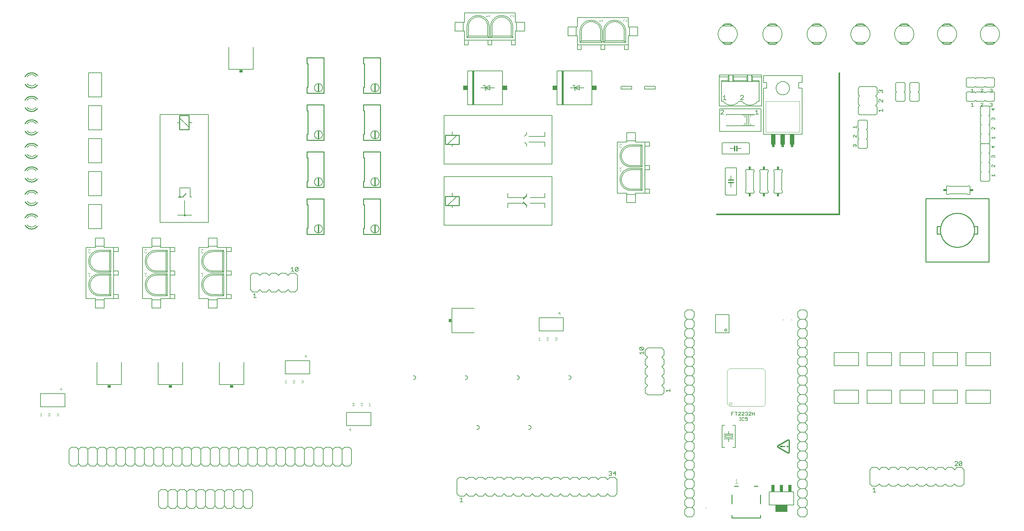
<source format=gto>
G75*
G70*
%OFA0B0*%
%FSLAX24Y24*%
%IPPOS*%
%LPD*%
%AMOC8*
5,1,8,0,0,1.08239X$1,22.5*
%
%ADD10C,0.0160*%
%ADD11C,0.0100*%
%ADD12C,0.0060*%
%ADD13R,0.0157X0.0827*%
%ADD14C,0.0080*%
%ADD15R,0.0340X0.0300*%
%ADD16C,0.0030*%
%ADD17C,0.0050*%
%ADD18C,0.0040*%
%ADD19R,0.0340X0.0240*%
%ADD20C,0.0020*%
%ADD21R,0.0300X0.0250*%
%ADD22R,0.0500X0.1100*%
%ADD23R,0.0240X0.0340*%
%ADD24C,0.0120*%
%ADD25R,0.0300X0.0340*%
%ADD26R,0.0200X0.3600*%
%ADD27R,0.0500X0.0500*%
%ADD28C,0.0039*%
%ADD29R,0.1260X0.0730*%
%ADD30R,0.0340X0.0730*%
%ADD31R,0.0079X0.0079*%
%ADD32R,0.0006X0.0006*%
%ADD33R,0.0006X0.0006*%
%ADD34R,0.0006X0.0006*%
%ADD35R,0.0006X0.0006*%
D10*
X074380Y032930D02*
X087380Y032930D01*
X087380Y047930D01*
D11*
X096577Y034603D02*
X103262Y034603D01*
X103282Y034583D02*
X103282Y027898D01*
X103262Y027879D02*
X096577Y027879D01*
X096558Y027898D02*
X096558Y034583D01*
X097770Y031641D02*
X097770Y030841D01*
X098120Y030841D01*
X098120Y031641D02*
X097770Y031641D01*
X098111Y031241D02*
X098113Y031330D01*
X098120Y031418D01*
X098131Y031506D01*
X098146Y031594D01*
X098165Y031681D01*
X098189Y031766D01*
X098217Y031850D01*
X098249Y031933D01*
X098285Y032014D01*
X098325Y032094D01*
X098368Y032171D01*
X098416Y032246D01*
X098467Y032319D01*
X098522Y032389D01*
X098580Y032456D01*
X098641Y032520D01*
X098705Y032581D01*
X098772Y032639D01*
X098842Y032694D01*
X098915Y032745D01*
X098990Y032793D01*
X099067Y032836D01*
X099147Y032876D01*
X099228Y032912D01*
X099311Y032944D01*
X099395Y032972D01*
X099480Y032996D01*
X099567Y033015D01*
X099655Y033030D01*
X099743Y033041D01*
X099831Y033048D01*
X099920Y033050D01*
X100009Y033048D01*
X100097Y033041D01*
X100185Y033030D01*
X100273Y033015D01*
X100360Y032996D01*
X100445Y032972D01*
X100529Y032944D01*
X100612Y032912D01*
X100693Y032876D01*
X100773Y032836D01*
X100850Y032793D01*
X100925Y032745D01*
X100998Y032694D01*
X101068Y032639D01*
X101135Y032581D01*
X101199Y032520D01*
X101260Y032456D01*
X101318Y032389D01*
X101373Y032319D01*
X101424Y032246D01*
X101472Y032171D01*
X101515Y032094D01*
X101555Y032014D01*
X101591Y031933D01*
X101623Y031850D01*
X101651Y031766D01*
X101675Y031681D01*
X101694Y031594D01*
X101709Y031506D01*
X101720Y031418D01*
X101727Y031330D01*
X101729Y031241D01*
X101727Y031152D01*
X101720Y031064D01*
X101709Y030976D01*
X101694Y030888D01*
X101675Y030801D01*
X101651Y030716D01*
X101623Y030632D01*
X101591Y030549D01*
X101555Y030468D01*
X101515Y030388D01*
X101472Y030311D01*
X101424Y030236D01*
X101373Y030163D01*
X101318Y030093D01*
X101260Y030026D01*
X101199Y029962D01*
X101135Y029901D01*
X101068Y029843D01*
X100998Y029788D01*
X100925Y029737D01*
X100850Y029689D01*
X100773Y029646D01*
X100693Y029606D01*
X100612Y029570D01*
X100529Y029538D01*
X100445Y029510D01*
X100360Y029486D01*
X100273Y029467D01*
X100185Y029452D01*
X100097Y029441D01*
X100009Y029434D01*
X099920Y029432D01*
X099831Y029434D01*
X099743Y029441D01*
X099655Y029452D01*
X099567Y029467D01*
X099480Y029486D01*
X099395Y029510D01*
X099311Y029538D01*
X099228Y029570D01*
X099147Y029606D01*
X099067Y029646D01*
X098990Y029689D01*
X098915Y029737D01*
X098842Y029788D01*
X098772Y029843D01*
X098705Y029901D01*
X098641Y029962D01*
X098580Y030026D01*
X098522Y030093D01*
X098467Y030163D01*
X098416Y030236D01*
X098368Y030311D01*
X098325Y030388D01*
X098285Y030468D01*
X098249Y030549D01*
X098217Y030632D01*
X098189Y030716D01*
X098165Y030801D01*
X098146Y030888D01*
X098131Y030976D01*
X098120Y031064D01*
X098113Y031152D01*
X098111Y031241D01*
X101720Y031641D02*
X102070Y031641D01*
X102070Y030841D01*
X101720Y030841D01*
X054165Y033880D02*
X053945Y034100D01*
X053815Y034230D01*
X053815Y034580D02*
X053945Y034710D01*
X054165Y034930D01*
X047005Y034850D02*
X047005Y033860D01*
X046265Y033860D01*
X045775Y033860D01*
X045525Y033860D01*
X045525Y034850D01*
X046265Y034850D01*
X046755Y034850D01*
X047005Y034850D01*
X038629Y034570D02*
X038629Y030790D01*
X036838Y030790D01*
X036838Y031420D01*
X036936Y031420D01*
X036936Y033940D01*
X036838Y033940D01*
X036838Y034570D01*
X038629Y034570D01*
X038629Y035790D02*
X036838Y035790D01*
X036838Y036420D01*
X036936Y036420D01*
X036936Y038940D01*
X036838Y038940D01*
X036838Y039570D01*
X038629Y039570D01*
X038629Y035790D01*
X032629Y035790D02*
X030838Y035790D01*
X030838Y036420D01*
X030936Y036420D01*
X030936Y038940D01*
X030838Y038940D01*
X030838Y039570D01*
X032629Y039570D01*
X032629Y035790D01*
X032629Y034570D02*
X030838Y034570D01*
X030838Y033940D01*
X030936Y033940D01*
X030936Y031420D01*
X030838Y031420D01*
X030838Y030790D01*
X032629Y030790D01*
X032629Y034570D01*
X032629Y040790D02*
X030838Y040790D01*
X030838Y041420D01*
X030936Y041420D01*
X030936Y043940D01*
X030838Y043940D01*
X030838Y044570D01*
X032629Y044570D01*
X032629Y040790D01*
X036838Y040790D02*
X036838Y041420D01*
X036936Y041420D01*
X036936Y043940D01*
X036838Y043940D01*
X036838Y044570D01*
X038629Y044570D01*
X038629Y040790D01*
X036838Y040790D01*
X045525Y040360D02*
X045775Y040360D01*
X046265Y040360D01*
X047005Y040360D01*
X047005Y041350D01*
X046755Y041350D01*
X046265Y041350D01*
X045525Y041350D01*
X045525Y040360D01*
X038629Y045790D02*
X036838Y045790D01*
X036838Y046420D01*
X036936Y046420D01*
X036936Y048940D01*
X036838Y048940D01*
X036838Y049570D01*
X038629Y049570D01*
X038629Y045790D01*
X032629Y045790D02*
X030838Y045790D01*
X030838Y046420D01*
X030936Y046420D01*
X030936Y048940D01*
X030838Y048940D01*
X030838Y049570D01*
X032629Y049570D01*
X032629Y045790D01*
X018300Y043420D02*
X018300Y042680D01*
X018300Y042190D01*
X018300Y041940D01*
X017310Y041940D01*
X017310Y042680D01*
X017310Y043170D01*
X017310Y043420D01*
X018300Y043420D01*
X017980Y035130D02*
X017630Y034780D01*
X017280Y034780D02*
X017282Y034793D01*
X017287Y034806D01*
X017296Y034817D01*
X017307Y034824D01*
X017320Y034829D01*
X017333Y034830D01*
X017347Y034827D01*
X017359Y034821D01*
X017369Y034812D01*
X017376Y034800D01*
X017380Y034787D01*
X017380Y034773D01*
X017376Y034760D01*
X017369Y034748D01*
X017359Y034739D01*
X017347Y034733D01*
X017333Y034730D01*
X017320Y034731D01*
X017307Y034736D01*
X017296Y034743D01*
X017287Y034754D01*
X017282Y034767D01*
X017280Y034780D01*
X017800Y032830D02*
X017802Y032843D01*
X017807Y032856D01*
X017816Y032867D01*
X017827Y032874D01*
X017840Y032879D01*
X017853Y032880D01*
X017867Y032877D01*
X017879Y032871D01*
X017889Y032862D01*
X017896Y032850D01*
X017900Y032837D01*
X017900Y032823D01*
X017896Y032810D01*
X017889Y032798D01*
X017879Y032789D01*
X017867Y032783D01*
X017853Y032780D01*
X017840Y032781D01*
X017827Y032786D01*
X017816Y032793D01*
X017807Y032804D01*
X017802Y032817D01*
X017800Y032830D01*
X001580Y032980D02*
X001526Y032978D01*
X001472Y032973D01*
X001419Y032964D01*
X001366Y032951D01*
X001315Y032935D01*
X001265Y032915D01*
X001216Y032892D01*
X001168Y032866D01*
X001123Y032837D01*
X001080Y032804D01*
X001039Y032769D01*
X001000Y032731D01*
X000964Y032691D01*
X000931Y032648D01*
X000901Y032603D01*
X000874Y032556D01*
X000885Y031783D02*
X000915Y031735D01*
X000948Y031690D01*
X000984Y031647D01*
X001022Y031606D01*
X001064Y031569D01*
X001108Y031534D01*
X001154Y031503D01*
X001203Y031474D01*
X001253Y031450D01*
X001305Y031429D01*
X001359Y031411D01*
X001413Y031398D01*
X001468Y031388D01*
X001524Y031382D01*
X001580Y031380D01*
X001633Y031382D01*
X001687Y031387D01*
X001739Y031396D01*
X001791Y031408D01*
X001842Y031424D01*
X001892Y031443D01*
X001941Y031466D01*
X001988Y031492D01*
X002033Y031520D01*
X002076Y031552D01*
X002116Y031586D01*
X002155Y031624D01*
X002191Y031663D01*
X002195Y032692D02*
X002159Y032732D01*
X002120Y032770D01*
X002079Y032805D01*
X002036Y032837D01*
X001991Y032867D01*
X001944Y032893D01*
X001895Y032915D01*
X001844Y032935D01*
X001793Y032951D01*
X001741Y032964D01*
X001687Y032973D01*
X001634Y032978D01*
X001580Y032980D01*
X000874Y035056D02*
X000901Y035103D01*
X000931Y035148D01*
X000964Y035191D01*
X001000Y035231D01*
X001039Y035269D01*
X001080Y035304D01*
X001123Y035337D01*
X001168Y035366D01*
X001216Y035392D01*
X001265Y035415D01*
X001315Y035435D01*
X001366Y035451D01*
X001419Y035464D01*
X001472Y035473D01*
X001526Y035478D01*
X001580Y035480D01*
X000885Y034283D02*
X000915Y034235D01*
X000948Y034190D01*
X000984Y034147D01*
X001022Y034106D01*
X001064Y034069D01*
X001108Y034034D01*
X001154Y034003D01*
X001203Y033974D01*
X001253Y033950D01*
X001305Y033929D01*
X001359Y033911D01*
X001413Y033898D01*
X001468Y033888D01*
X001524Y033882D01*
X001580Y033880D01*
X001633Y033882D01*
X001687Y033887D01*
X001739Y033896D01*
X001791Y033908D01*
X001842Y033924D01*
X001892Y033943D01*
X001941Y033966D01*
X001988Y033992D01*
X002033Y034020D01*
X002076Y034052D01*
X002116Y034086D01*
X002155Y034124D01*
X002191Y034163D01*
X002195Y035192D02*
X002159Y035232D01*
X002120Y035270D01*
X002079Y035305D01*
X002036Y035337D01*
X001991Y035367D01*
X001944Y035393D01*
X001895Y035415D01*
X001844Y035435D01*
X001793Y035451D01*
X001741Y035464D01*
X001687Y035473D01*
X001634Y035478D01*
X001580Y035480D01*
X000874Y037556D02*
X000901Y037603D01*
X000931Y037648D01*
X000964Y037691D01*
X001000Y037731D01*
X001039Y037769D01*
X001080Y037804D01*
X001123Y037837D01*
X001168Y037866D01*
X001216Y037892D01*
X001265Y037915D01*
X001315Y037935D01*
X001366Y037951D01*
X001419Y037964D01*
X001472Y037973D01*
X001526Y037978D01*
X001580Y037980D01*
X000885Y036783D02*
X000915Y036735D01*
X000948Y036690D01*
X000984Y036647D01*
X001022Y036606D01*
X001064Y036569D01*
X001108Y036534D01*
X001154Y036503D01*
X001203Y036474D01*
X001253Y036450D01*
X001305Y036429D01*
X001359Y036411D01*
X001413Y036398D01*
X001468Y036388D01*
X001524Y036382D01*
X001580Y036380D01*
X001633Y036382D01*
X001687Y036387D01*
X001739Y036396D01*
X001791Y036408D01*
X001842Y036424D01*
X001892Y036443D01*
X001941Y036466D01*
X001988Y036492D01*
X002033Y036520D01*
X002076Y036552D01*
X002116Y036586D01*
X002155Y036624D01*
X002191Y036663D01*
X002195Y037692D02*
X002159Y037732D01*
X002120Y037770D01*
X002079Y037805D01*
X002036Y037837D01*
X001991Y037867D01*
X001944Y037893D01*
X001895Y037915D01*
X001844Y037935D01*
X001793Y037951D01*
X001741Y037964D01*
X001687Y037973D01*
X001634Y037978D01*
X001580Y037980D01*
X000874Y040056D02*
X000901Y040103D01*
X000931Y040148D01*
X000964Y040191D01*
X001000Y040231D01*
X001039Y040269D01*
X001080Y040304D01*
X001123Y040337D01*
X001168Y040366D01*
X001216Y040392D01*
X001265Y040415D01*
X001315Y040435D01*
X001366Y040451D01*
X001419Y040464D01*
X001472Y040473D01*
X001526Y040478D01*
X001580Y040480D01*
X000885Y039283D02*
X000915Y039235D01*
X000948Y039190D01*
X000984Y039147D01*
X001022Y039106D01*
X001064Y039069D01*
X001108Y039034D01*
X001154Y039003D01*
X001203Y038974D01*
X001253Y038950D01*
X001305Y038929D01*
X001359Y038911D01*
X001413Y038898D01*
X001468Y038888D01*
X001524Y038882D01*
X001580Y038880D01*
X001633Y038882D01*
X001687Y038887D01*
X001739Y038896D01*
X001791Y038908D01*
X001842Y038924D01*
X001892Y038943D01*
X001941Y038966D01*
X001988Y038992D01*
X002033Y039020D01*
X002076Y039052D01*
X002116Y039086D01*
X002155Y039124D01*
X002191Y039163D01*
X002195Y040192D02*
X002159Y040232D01*
X002120Y040270D01*
X002079Y040305D01*
X002036Y040337D01*
X001991Y040367D01*
X001944Y040393D01*
X001895Y040415D01*
X001844Y040435D01*
X001793Y040451D01*
X001741Y040464D01*
X001687Y040473D01*
X001634Y040478D01*
X001580Y040480D01*
X000874Y042556D02*
X000901Y042603D01*
X000931Y042648D01*
X000964Y042691D01*
X001000Y042731D01*
X001039Y042769D01*
X001080Y042804D01*
X001123Y042837D01*
X001168Y042866D01*
X001216Y042892D01*
X001265Y042915D01*
X001315Y042935D01*
X001366Y042951D01*
X001419Y042964D01*
X001472Y042973D01*
X001526Y042978D01*
X001580Y042980D01*
X000885Y041783D02*
X000915Y041735D01*
X000948Y041690D01*
X000984Y041647D01*
X001022Y041606D01*
X001064Y041569D01*
X001108Y041534D01*
X001154Y041503D01*
X001203Y041474D01*
X001253Y041450D01*
X001305Y041429D01*
X001359Y041411D01*
X001413Y041398D01*
X001468Y041388D01*
X001524Y041382D01*
X001580Y041380D01*
X001633Y041382D01*
X001687Y041387D01*
X001739Y041396D01*
X001791Y041408D01*
X001842Y041424D01*
X001892Y041443D01*
X001941Y041466D01*
X001988Y041492D01*
X002033Y041520D01*
X002076Y041552D01*
X002116Y041586D01*
X002155Y041624D01*
X002191Y041663D01*
X002195Y042692D02*
X002159Y042732D01*
X002120Y042770D01*
X002079Y042805D01*
X002036Y042837D01*
X001991Y042867D01*
X001944Y042893D01*
X001895Y042915D01*
X001844Y042935D01*
X001793Y042951D01*
X001741Y042964D01*
X001687Y042973D01*
X001634Y042978D01*
X001580Y042980D01*
X000874Y045056D02*
X000901Y045103D01*
X000931Y045148D01*
X000964Y045191D01*
X001000Y045231D01*
X001039Y045269D01*
X001080Y045304D01*
X001123Y045337D01*
X001168Y045366D01*
X001216Y045392D01*
X001265Y045415D01*
X001315Y045435D01*
X001366Y045451D01*
X001419Y045464D01*
X001472Y045473D01*
X001526Y045478D01*
X001580Y045480D01*
X000885Y044283D02*
X000915Y044235D01*
X000948Y044190D01*
X000984Y044147D01*
X001022Y044106D01*
X001064Y044069D01*
X001108Y044034D01*
X001154Y044003D01*
X001203Y043974D01*
X001253Y043950D01*
X001305Y043929D01*
X001359Y043911D01*
X001413Y043898D01*
X001468Y043888D01*
X001524Y043882D01*
X001580Y043880D01*
X001633Y043882D01*
X001687Y043887D01*
X001739Y043896D01*
X001791Y043908D01*
X001842Y043924D01*
X001892Y043943D01*
X001941Y043966D01*
X001988Y043992D01*
X002033Y044020D01*
X002076Y044052D01*
X002116Y044086D01*
X002155Y044124D01*
X002191Y044163D01*
X002195Y045192D02*
X002159Y045232D01*
X002120Y045270D01*
X002079Y045305D01*
X002036Y045337D01*
X001991Y045367D01*
X001944Y045393D01*
X001895Y045415D01*
X001844Y045435D01*
X001793Y045451D01*
X001741Y045464D01*
X001687Y045473D01*
X001634Y045478D01*
X001580Y045480D01*
X000874Y047556D02*
X000901Y047603D01*
X000931Y047648D01*
X000964Y047691D01*
X001000Y047731D01*
X001039Y047769D01*
X001080Y047804D01*
X001123Y047837D01*
X001168Y047866D01*
X001216Y047892D01*
X001265Y047915D01*
X001315Y047935D01*
X001366Y047951D01*
X001419Y047964D01*
X001472Y047973D01*
X001526Y047978D01*
X001580Y047980D01*
X000885Y046783D02*
X000915Y046735D01*
X000948Y046690D01*
X000984Y046647D01*
X001022Y046606D01*
X001064Y046569D01*
X001108Y046534D01*
X001154Y046503D01*
X001203Y046474D01*
X001253Y046450D01*
X001305Y046429D01*
X001359Y046411D01*
X001413Y046398D01*
X001468Y046388D01*
X001524Y046382D01*
X001580Y046380D01*
X001633Y046382D01*
X001687Y046387D01*
X001739Y046396D01*
X001791Y046408D01*
X001842Y046424D01*
X001892Y046443D01*
X001941Y046466D01*
X001988Y046492D01*
X002033Y046520D01*
X002076Y046552D01*
X002116Y046586D01*
X002155Y046624D01*
X002191Y046663D01*
X002195Y047692D02*
X002159Y047732D01*
X002120Y047770D01*
X002079Y047805D01*
X002036Y047837D01*
X001991Y047867D01*
X001944Y047893D01*
X001895Y047915D01*
X001844Y047935D01*
X001793Y047951D01*
X001741Y047964D01*
X001687Y047973D01*
X001634Y047978D01*
X001580Y047980D01*
X076240Y004029D02*
X076634Y004029D01*
X078326Y004029D02*
X078720Y004029D01*
X078996Y003104D02*
X078996Y002159D01*
X078996Y000939D02*
X078996Y000663D01*
X075964Y000663D01*
X075964Y000939D01*
X075964Y002159D02*
X075964Y003104D01*
D12*
X005830Y006180D02*
X005580Y006430D01*
X005580Y007930D01*
X005830Y008180D01*
X006330Y008180D01*
X006580Y007930D01*
X006580Y006430D01*
X006330Y006180D01*
X005830Y006180D01*
X006580Y006430D02*
X006830Y006180D01*
X007330Y006180D01*
X007580Y006430D01*
X007580Y007930D01*
X007330Y008180D01*
X006830Y008180D01*
X006580Y007930D01*
X007580Y007930D02*
X007830Y008180D01*
X008330Y008180D01*
X008580Y007930D01*
X008580Y006430D01*
X008330Y006180D01*
X007830Y006180D01*
X007580Y006430D01*
X008580Y006430D02*
X008830Y006180D01*
X009330Y006180D01*
X009580Y006430D01*
X009580Y007930D01*
X009330Y008180D01*
X008830Y008180D01*
X008580Y007930D01*
X009580Y007930D02*
X009830Y008180D01*
X010330Y008180D01*
X010580Y007930D01*
X010580Y006430D01*
X010330Y006180D01*
X009830Y006180D01*
X009580Y006430D01*
X010580Y006430D02*
X010830Y006180D01*
X011330Y006180D01*
X011580Y006430D01*
X011580Y007930D01*
X011330Y008180D01*
X010830Y008180D01*
X010580Y007930D01*
X011580Y007930D02*
X011830Y008180D01*
X012330Y008180D01*
X012580Y007930D01*
X012580Y006430D01*
X012330Y006180D01*
X011830Y006180D01*
X011580Y006430D01*
X012580Y006430D02*
X012830Y006180D01*
X013330Y006180D01*
X013580Y006430D01*
X013580Y007930D01*
X013330Y008180D01*
X012830Y008180D01*
X012580Y007930D01*
X013580Y007930D02*
X013830Y008180D01*
X014330Y008180D01*
X014580Y007930D01*
X014580Y006430D01*
X014330Y006180D01*
X013830Y006180D01*
X013580Y006430D01*
X014580Y006430D02*
X014830Y006180D01*
X015330Y006180D01*
X015580Y006430D01*
X015580Y007930D01*
X015330Y008180D01*
X014830Y008180D01*
X014580Y007930D01*
X015580Y007930D02*
X015830Y008180D01*
X016330Y008180D01*
X016580Y007930D01*
X016580Y006430D01*
X016330Y006180D01*
X015830Y006180D01*
X015580Y006430D01*
X016580Y006430D02*
X016830Y006180D01*
X017330Y006180D01*
X017580Y006430D01*
X017580Y007930D01*
X017830Y008180D01*
X018330Y008180D01*
X018580Y007930D01*
X018580Y006430D01*
X018330Y006180D01*
X017830Y006180D01*
X017580Y006430D01*
X018580Y006430D02*
X018830Y006180D01*
X019330Y006180D01*
X019580Y006430D01*
X019580Y007930D01*
X019830Y008180D01*
X020330Y008180D01*
X020580Y007930D01*
X020580Y006430D01*
X020330Y006180D01*
X019830Y006180D01*
X019580Y006430D01*
X020580Y006430D02*
X020830Y006180D01*
X021330Y006180D01*
X021580Y006430D01*
X021580Y007930D01*
X021830Y008180D01*
X022330Y008180D01*
X022580Y007930D01*
X022580Y006430D01*
X022330Y006180D01*
X021830Y006180D01*
X021580Y006430D01*
X022580Y006430D02*
X022830Y006180D01*
X023330Y006180D01*
X023580Y006430D01*
X023580Y007930D01*
X023830Y008180D01*
X024330Y008180D01*
X024580Y007930D01*
X024580Y006430D01*
X024330Y006180D01*
X023830Y006180D01*
X023580Y006430D01*
X024580Y006430D02*
X024830Y006180D01*
X025330Y006180D01*
X025580Y006430D01*
X025580Y007930D01*
X025830Y008180D01*
X026330Y008180D01*
X026580Y007930D01*
X026580Y006430D01*
X026330Y006180D01*
X025830Y006180D01*
X025580Y006430D01*
X026580Y006430D02*
X026830Y006180D01*
X027330Y006180D01*
X027580Y006430D01*
X027580Y007930D01*
X027830Y008180D01*
X028330Y008180D01*
X028580Y007930D01*
X028580Y006430D01*
X028330Y006180D01*
X027830Y006180D01*
X027580Y006430D01*
X028580Y006430D02*
X028830Y006180D01*
X029330Y006180D01*
X029580Y006430D01*
X029580Y007930D01*
X029330Y008180D01*
X028830Y008180D01*
X028580Y007930D01*
X027580Y007930D02*
X027330Y008180D01*
X026830Y008180D01*
X026580Y007930D01*
X025580Y007930D02*
X025330Y008180D01*
X024830Y008180D01*
X024580Y007930D01*
X023580Y007930D02*
X023330Y008180D01*
X022830Y008180D01*
X022580Y007930D01*
X021580Y007930D02*
X021330Y008180D01*
X020830Y008180D01*
X020580Y007930D01*
X019580Y007930D02*
X019330Y008180D01*
X018830Y008180D01*
X018580Y007930D01*
X017580Y007930D02*
X017330Y008180D01*
X016830Y008180D01*
X016580Y007930D01*
X016830Y003680D02*
X016330Y003680D01*
X016080Y003430D01*
X015830Y003680D01*
X015330Y003680D01*
X015080Y003430D01*
X015080Y001930D01*
X015330Y001680D01*
X015830Y001680D01*
X016080Y001930D01*
X016080Y003430D01*
X016830Y003680D02*
X017080Y003430D01*
X017080Y001930D01*
X016830Y001680D01*
X016330Y001680D01*
X016080Y001930D01*
X017080Y001930D02*
X017330Y001680D01*
X017830Y001680D01*
X018080Y001930D01*
X018080Y003430D01*
X018330Y003680D01*
X018830Y003680D01*
X019080Y003430D01*
X019080Y001930D01*
X018830Y001680D01*
X018330Y001680D01*
X018080Y001930D01*
X019080Y001930D02*
X019330Y001680D01*
X019830Y001680D01*
X020080Y001930D01*
X020080Y003430D01*
X019830Y003680D01*
X019330Y003680D01*
X019080Y003430D01*
X018080Y003430D02*
X017830Y003680D01*
X017330Y003680D01*
X017080Y003430D01*
X020080Y003430D02*
X020330Y003680D01*
X020830Y003680D01*
X021080Y003430D01*
X021080Y001930D01*
X020830Y001680D01*
X020330Y001680D01*
X020080Y001930D01*
X021080Y001930D02*
X021330Y001680D01*
X021830Y001680D01*
X022080Y001930D01*
X022080Y003430D01*
X021830Y003680D01*
X021330Y003680D01*
X021080Y003430D01*
X022080Y003430D02*
X022330Y003680D01*
X022830Y003680D01*
X023080Y003430D01*
X023080Y001930D01*
X022830Y001680D01*
X022330Y001680D01*
X022080Y001930D01*
X023080Y001930D02*
X023330Y001680D01*
X023830Y001680D01*
X024080Y001930D01*
X024080Y003430D01*
X023830Y003680D01*
X023330Y003680D01*
X023080Y003430D01*
X024080Y003430D02*
X024330Y003680D01*
X024830Y003680D01*
X025080Y003430D01*
X025080Y001930D01*
X024830Y001680D01*
X024330Y001680D01*
X024080Y001930D01*
X029580Y006430D02*
X029830Y006180D01*
X030330Y006180D01*
X030580Y006430D01*
X030580Y007930D01*
X030330Y008180D01*
X029830Y008180D01*
X029580Y007930D01*
X030580Y007930D02*
X030830Y008180D01*
X031330Y008180D01*
X031580Y007930D01*
X031580Y006430D01*
X031330Y006180D01*
X030830Y006180D01*
X030580Y006430D01*
X031580Y006430D02*
X031830Y006180D01*
X032330Y006180D01*
X032580Y006430D01*
X032580Y007930D01*
X032330Y008180D01*
X031830Y008180D01*
X031580Y007930D01*
X032580Y007930D02*
X032830Y008180D01*
X033330Y008180D01*
X033580Y007930D01*
X033580Y006430D01*
X033330Y006180D01*
X032830Y006180D01*
X032580Y006430D01*
X033580Y006430D02*
X033830Y006180D01*
X034330Y006180D01*
X034580Y006430D01*
X034580Y007930D01*
X034330Y008180D01*
X033830Y008180D01*
X033580Y007930D01*
X034580Y007930D02*
X034830Y008180D01*
X035330Y008180D01*
X035580Y007930D01*
X035580Y006430D01*
X035330Y006180D01*
X034830Y006180D01*
X034580Y006430D01*
X046780Y004730D02*
X046780Y003230D01*
X047030Y002980D01*
X047530Y002980D01*
X047780Y003230D01*
X048030Y002980D01*
X048530Y002980D01*
X048780Y003230D01*
X049030Y002980D01*
X049530Y002980D01*
X049780Y003230D01*
X050030Y002980D01*
X050530Y002980D01*
X050780Y003230D01*
X051030Y002980D01*
X051530Y002980D01*
X051780Y003230D01*
X052030Y002980D01*
X052530Y002980D01*
X052780Y003230D01*
X053030Y002980D01*
X053530Y002980D01*
X053780Y003230D01*
X054030Y002980D01*
X054530Y002980D01*
X054780Y003230D01*
X055030Y002980D01*
X055530Y002980D01*
X055780Y003230D01*
X056030Y002980D01*
X056530Y002980D01*
X056780Y003230D01*
X057030Y002980D01*
X057530Y002980D01*
X057780Y003230D01*
X058030Y002980D01*
X058530Y002980D01*
X058780Y003230D01*
X059030Y002980D01*
X059530Y002980D01*
X059780Y003230D01*
X060030Y002980D01*
X060530Y002980D01*
X060780Y003230D01*
X061030Y002980D01*
X061530Y002980D01*
X061780Y003230D01*
X062030Y002980D01*
X062530Y002980D01*
X062780Y003230D01*
X063030Y002980D01*
X063530Y002980D01*
X063780Y003230D01*
X063780Y004730D01*
X063530Y004980D01*
X063030Y004980D01*
X062780Y004730D01*
X062530Y004980D01*
X062030Y004980D01*
X061780Y004730D01*
X061530Y004980D01*
X061030Y004980D01*
X060780Y004730D01*
X060530Y004980D01*
X060030Y004980D01*
X059780Y004730D01*
X059530Y004980D01*
X059030Y004980D01*
X058780Y004730D01*
X058530Y004980D01*
X058030Y004980D01*
X057780Y004730D01*
X057530Y004980D01*
X057030Y004980D01*
X056780Y004730D01*
X056530Y004980D01*
X056030Y004980D01*
X055780Y004730D01*
X055530Y004980D01*
X055030Y004980D01*
X054780Y004730D01*
X054530Y004980D01*
X054030Y004980D01*
X053780Y004730D01*
X053530Y004980D01*
X053030Y004980D01*
X052780Y004730D01*
X052530Y004980D01*
X052030Y004980D01*
X051780Y004730D01*
X051530Y004980D01*
X051030Y004980D01*
X050780Y004730D01*
X050530Y004980D01*
X050030Y004980D01*
X049780Y004730D01*
X049530Y004980D01*
X049030Y004980D01*
X048780Y004730D01*
X048530Y004980D01*
X048030Y004980D01*
X047780Y004730D01*
X047530Y004980D01*
X047030Y004980D01*
X046780Y004730D01*
X066780Y013980D02*
X067030Y013730D01*
X068530Y013730D01*
X068780Y013980D01*
X068780Y014480D01*
X068530Y014730D01*
X068780Y014980D01*
X068780Y015480D01*
X068530Y015730D01*
X068780Y015980D01*
X068780Y016480D01*
X068530Y016730D01*
X068780Y016980D01*
X068780Y017480D01*
X068530Y017730D01*
X068780Y017980D01*
X068780Y018480D01*
X068530Y018730D01*
X067030Y018730D01*
X066780Y018480D01*
X066780Y017980D01*
X067030Y017730D01*
X066780Y017480D01*
X066780Y016980D01*
X067030Y016730D01*
X066780Y016480D01*
X066780Y015980D01*
X067030Y015730D01*
X066780Y015480D01*
X066780Y014980D01*
X067030Y014730D01*
X066780Y014480D01*
X066780Y013980D01*
X070980Y014030D02*
X071230Y013780D01*
X071730Y013780D01*
X071980Y014030D01*
X071980Y014530D01*
X071730Y014780D01*
X071230Y014780D01*
X070980Y014530D01*
X070980Y014030D01*
X071230Y013780D02*
X070980Y013530D01*
X070980Y013030D01*
X071230Y012780D01*
X071730Y012780D01*
X071980Y013030D01*
X071980Y013530D01*
X071730Y013780D01*
X071730Y012780D02*
X071980Y012530D01*
X071980Y012030D01*
X071730Y011780D01*
X071980Y011530D01*
X071980Y011030D01*
X071730Y010780D01*
X071980Y010530D01*
X071980Y010030D01*
X071730Y009780D01*
X071980Y009530D01*
X071980Y009030D01*
X071730Y008780D01*
X071980Y008530D01*
X071980Y008030D01*
X071730Y007780D01*
X071980Y007530D01*
X071980Y007030D01*
X071730Y006780D01*
X071980Y006530D01*
X071980Y006030D01*
X071730Y005780D01*
X071980Y005530D01*
X071980Y005030D01*
X071730Y004780D01*
X071980Y004530D01*
X071980Y004030D01*
X071730Y003780D01*
X071980Y003530D01*
X071980Y003030D01*
X071730Y002780D01*
X071980Y002530D01*
X071980Y002030D01*
X071730Y001780D01*
X071980Y001530D01*
X071980Y001030D01*
X071730Y000780D01*
X071230Y000780D01*
X070980Y001030D01*
X070980Y001530D01*
X071230Y001780D01*
X070980Y002030D01*
X070980Y002530D01*
X071230Y002780D01*
X071730Y002780D01*
X071230Y002780D02*
X070980Y003030D01*
X070980Y003530D01*
X071230Y003780D01*
X070980Y004030D01*
X070980Y004530D01*
X071230Y004780D01*
X070980Y005030D01*
X070980Y005530D01*
X071230Y005780D01*
X071730Y005780D01*
X071230Y005780D02*
X070980Y006030D01*
X070980Y006530D01*
X071230Y006780D01*
X070980Y007030D01*
X070980Y007530D01*
X071230Y007780D01*
X070980Y008030D01*
X070980Y008530D01*
X071230Y008780D01*
X071730Y008780D01*
X071230Y008780D02*
X070980Y009030D01*
X070980Y009530D01*
X071230Y009780D01*
X070980Y010030D01*
X070980Y010530D01*
X071230Y010780D01*
X070980Y011030D01*
X070980Y011530D01*
X071230Y011780D01*
X071730Y011780D01*
X071230Y011780D02*
X070980Y012030D01*
X070980Y012530D01*
X071230Y012780D01*
X071230Y010780D02*
X071730Y010780D01*
X071730Y009780D02*
X071230Y009780D01*
X071230Y007780D02*
X071730Y007780D01*
X071730Y006780D02*
X071230Y006780D01*
X071230Y004780D02*
X071730Y004780D01*
X071730Y003780D02*
X071230Y003780D01*
X071230Y001780D02*
X071730Y001780D01*
X082980Y001530D02*
X082980Y001030D01*
X083230Y000780D01*
X083730Y000780D01*
X083980Y001030D01*
X083980Y001530D01*
X083730Y001780D01*
X083980Y002030D01*
X083980Y002530D01*
X083730Y002780D01*
X083230Y002780D01*
X082980Y002530D01*
X082980Y002030D01*
X083230Y001780D01*
X083730Y001780D01*
X083230Y001780D02*
X082980Y001530D01*
X083230Y002780D02*
X082980Y003030D01*
X082980Y003530D01*
X083230Y003780D01*
X082980Y004030D01*
X082980Y004530D01*
X083230Y004780D01*
X082980Y005030D01*
X082980Y005530D01*
X083230Y005780D01*
X083730Y005780D01*
X083980Y005530D01*
X083980Y005030D01*
X083730Y004780D01*
X083980Y004530D01*
X083980Y004030D01*
X083730Y003780D01*
X083980Y003530D01*
X083980Y003030D01*
X083730Y002780D01*
X083730Y003780D02*
X083230Y003780D01*
X083230Y004780D02*
X083730Y004780D01*
X083730Y005780D02*
X083980Y006030D01*
X083980Y006530D01*
X083730Y006780D01*
X083980Y007030D01*
X083980Y007530D01*
X083730Y007780D01*
X083980Y008030D01*
X083980Y008530D01*
X083730Y008780D01*
X083230Y008780D01*
X082980Y008530D01*
X082980Y008030D01*
X083230Y007780D01*
X083730Y007780D01*
X083230Y007780D02*
X082980Y007530D01*
X082980Y007030D01*
X083230Y006780D01*
X083730Y006780D01*
X083230Y006780D02*
X082980Y006530D01*
X082980Y006030D01*
X083230Y005780D01*
X083230Y008780D02*
X082980Y009030D01*
X082980Y009530D01*
X083230Y009780D01*
X082980Y010030D01*
X082980Y010530D01*
X083230Y010780D01*
X082980Y011030D01*
X082980Y011530D01*
X083230Y011780D01*
X083730Y011780D01*
X083980Y011530D01*
X083980Y011030D01*
X083730Y010780D01*
X083980Y010530D01*
X083980Y010030D01*
X083730Y009780D01*
X083980Y009530D01*
X083980Y009030D01*
X083730Y008780D01*
X083730Y009780D02*
X083230Y009780D01*
X083230Y010780D02*
X083730Y010780D01*
X083730Y011780D02*
X083980Y012030D01*
X083980Y012530D01*
X083730Y012780D01*
X083980Y013030D01*
X083980Y013530D01*
X083730Y013780D01*
X083980Y014030D01*
X083980Y014530D01*
X083730Y014780D01*
X083230Y014780D01*
X082980Y014530D01*
X082980Y014030D01*
X083230Y013780D01*
X083730Y013780D01*
X083230Y013780D02*
X082980Y013530D01*
X082980Y013030D01*
X083230Y012780D01*
X083730Y012780D01*
X083230Y012780D02*
X082980Y012530D01*
X082980Y012030D01*
X083230Y011780D01*
X083230Y014780D02*
X082980Y015030D01*
X082980Y015530D01*
X083230Y015780D01*
X082980Y016030D01*
X082980Y016530D01*
X083230Y016780D01*
X082980Y017030D01*
X082980Y017530D01*
X083230Y017780D01*
X083730Y017780D01*
X083980Y017530D01*
X083980Y017030D01*
X083730Y016780D01*
X083980Y016530D01*
X083980Y016030D01*
X083730Y015780D01*
X083980Y015530D01*
X083980Y015030D01*
X083730Y014780D01*
X083730Y015780D02*
X083230Y015780D01*
X083230Y016780D02*
X083730Y016780D01*
X083730Y017780D02*
X083980Y018030D01*
X083980Y018530D01*
X083730Y018780D01*
X083980Y019030D01*
X083980Y019530D01*
X083730Y019780D01*
X083980Y020030D01*
X083980Y020530D01*
X083730Y020780D01*
X083980Y021030D01*
X083980Y021530D01*
X083730Y021780D01*
X083980Y022030D01*
X083980Y022530D01*
X083730Y022780D01*
X083230Y022780D01*
X082980Y022530D01*
X082980Y022030D01*
X083230Y021780D01*
X083730Y021780D01*
X083230Y021780D02*
X082980Y021530D01*
X082980Y021030D01*
X083230Y020780D01*
X083730Y020780D01*
X083230Y020780D02*
X082980Y020530D01*
X082980Y020030D01*
X083230Y019780D01*
X083730Y019780D01*
X083230Y019780D02*
X082980Y019530D01*
X082980Y019030D01*
X083230Y018780D01*
X083730Y018780D01*
X083230Y018780D02*
X082980Y018530D01*
X082980Y018030D01*
X083230Y017780D01*
X071980Y017530D02*
X071980Y017030D01*
X071730Y016780D01*
X071980Y016530D01*
X071980Y016030D01*
X071730Y015780D01*
X071980Y015530D01*
X071980Y015030D01*
X071730Y014780D01*
X071230Y014780D02*
X070980Y015030D01*
X070980Y015530D01*
X071230Y015780D01*
X070980Y016030D01*
X070980Y016530D01*
X071230Y016780D01*
X070980Y017030D01*
X070980Y017530D01*
X071230Y017780D01*
X071730Y017780D01*
X071980Y017530D01*
X071730Y017780D02*
X071980Y018030D01*
X071980Y018530D01*
X071730Y018780D01*
X071980Y019030D01*
X071980Y019530D01*
X071730Y019780D01*
X071980Y020030D01*
X071980Y020530D01*
X071730Y020780D01*
X071980Y021030D01*
X071980Y021530D01*
X071730Y021780D01*
X071980Y022030D01*
X071980Y022530D01*
X071730Y022780D01*
X071230Y022780D01*
X070980Y022530D01*
X070980Y022030D01*
X071230Y021780D01*
X071730Y021780D01*
X071230Y021780D02*
X070980Y021530D01*
X070980Y021030D01*
X071230Y020780D01*
X071730Y020780D01*
X071230Y020780D02*
X070980Y020530D01*
X070980Y020030D01*
X071230Y019780D01*
X071730Y019780D01*
X071230Y019780D02*
X070980Y019530D01*
X070980Y019030D01*
X071230Y018780D01*
X071730Y018780D01*
X071230Y018780D02*
X070980Y018530D01*
X070980Y018030D01*
X071230Y017780D01*
X071230Y016780D02*
X071730Y016780D01*
X071730Y015780D02*
X071230Y015780D01*
X090630Y005780D02*
X090630Y004280D01*
X090880Y004030D01*
X091380Y004030D01*
X091630Y004280D01*
X091880Y004030D01*
X092380Y004030D01*
X092630Y004280D01*
X092880Y004030D01*
X093380Y004030D01*
X093630Y004280D01*
X093880Y004030D01*
X094380Y004030D01*
X094630Y004280D01*
X094880Y004030D01*
X095380Y004030D01*
X095630Y004280D01*
X095880Y004030D01*
X096380Y004030D01*
X096630Y004280D01*
X096880Y004030D01*
X097380Y004030D01*
X097630Y004280D01*
X097880Y004030D01*
X098380Y004030D01*
X098630Y004280D01*
X098880Y004030D01*
X099380Y004030D01*
X099630Y004280D01*
X099880Y004030D01*
X100380Y004030D01*
X100630Y004280D01*
X100630Y005780D01*
X100380Y006030D01*
X099880Y006030D01*
X099630Y005780D01*
X099380Y006030D01*
X098880Y006030D01*
X098630Y005780D01*
X098380Y006030D01*
X097880Y006030D01*
X097630Y005780D01*
X097380Y006030D01*
X096880Y006030D01*
X096630Y005780D01*
X096380Y006030D01*
X095880Y006030D01*
X095630Y005780D01*
X095380Y006030D01*
X094880Y006030D01*
X094630Y005780D01*
X094380Y006030D01*
X093880Y006030D01*
X093630Y005780D01*
X093380Y006030D01*
X092880Y006030D01*
X092630Y005780D01*
X092380Y006030D01*
X091880Y006030D01*
X091630Y005780D01*
X091380Y006030D01*
X090880Y006030D01*
X090630Y005780D01*
X056865Y031780D02*
X045415Y031780D01*
X045415Y036930D01*
X056865Y036930D01*
X056865Y031780D01*
X056115Y033650D02*
X056115Y034100D01*
X054545Y034100D01*
X054165Y033880D02*
X054165Y033680D01*
X053945Y034100D02*
X052165Y034100D01*
X052165Y033650D01*
X052165Y034710D02*
X052165Y035160D01*
X052165Y034710D02*
X053945Y034710D01*
X054165Y034930D02*
X054165Y035130D01*
X054545Y034710D02*
X056115Y034710D01*
X056115Y035160D01*
X056865Y038280D02*
X056865Y043430D01*
X045415Y043430D01*
X045415Y038280D01*
X056865Y038280D01*
X056115Y040150D02*
X056115Y040600D01*
X054395Y040600D01*
X054165Y040380D02*
X054165Y040180D01*
X054165Y040380D02*
X053965Y040580D01*
X053965Y041230D02*
X054165Y041430D01*
X054165Y041630D01*
X054395Y041210D02*
X056115Y041210D01*
X056115Y041660D01*
X057415Y044580D02*
X061115Y044580D01*
X061115Y048180D01*
X057415Y048180D01*
X057415Y044580D01*
X058815Y046380D02*
X059265Y046380D01*
X059265Y046130D01*
X059415Y046130D01*
X059415Y046180D01*
X059265Y046380D02*
X059265Y046630D01*
X059115Y046630D01*
X059115Y046580D01*
X059265Y046380D02*
X059765Y046130D01*
X059765Y046630D01*
X059265Y046380D01*
X060265Y046380D01*
X064205Y046230D02*
X064205Y046530D01*
X065345Y046530D01*
X065345Y046230D01*
X064205Y046230D01*
X066705Y046230D02*
X066705Y046530D01*
X067845Y046530D01*
X067845Y046230D01*
X066705Y046230D01*
X074630Y047530D02*
X074630Y044430D01*
X079130Y044430D01*
X079130Y047530D01*
X078180Y047530D01*
X078180Y047130D01*
X078880Y047130D01*
X078880Y047030D01*
X078080Y047030D01*
X078180Y047130D01*
X078080Y047030D02*
X078080Y047730D01*
X078180Y047530D01*
X078080Y047730D02*
X079130Y047730D01*
X079130Y047530D01*
X079330Y047680D02*
X079330Y046930D01*
X079680Y046930D01*
X079680Y046330D01*
X079330Y046330D01*
X079330Y041430D01*
X083430Y041430D01*
X083430Y046330D01*
X083080Y046330D01*
X083080Y046930D01*
X083430Y046930D01*
X083430Y047680D01*
X079330Y047680D01*
X078080Y047730D02*
X077680Y047730D01*
X077580Y047530D01*
X077580Y047130D01*
X076180Y047130D01*
X076080Y047030D01*
X076080Y047730D01*
X076180Y047530D01*
X076180Y047130D01*
X076080Y047030D02*
X077680Y047030D01*
X077580Y047130D01*
X077680Y047030D02*
X077680Y047730D01*
X076080Y047730D01*
X075680Y047730D01*
X075580Y047530D01*
X075580Y047130D01*
X075680Y047030D01*
X075680Y047730D01*
X074630Y047730D01*
X074630Y047530D01*
X075580Y047530D01*
X075580Y047130D02*
X074880Y047130D01*
X074880Y047030D01*
X075680Y047030D01*
X076080Y047030D01*
X076180Y047530D02*
X077580Y047530D01*
X077680Y047030D02*
X078080Y047030D01*
X078880Y047030D02*
X078880Y044930D01*
X078710Y044930D01*
X077880Y044530D02*
X077819Y044532D01*
X077759Y044537D01*
X077698Y044546D01*
X077639Y044558D01*
X077580Y044574D01*
X077522Y044593D01*
X077466Y044615D01*
X077410Y044641D01*
X077357Y044670D01*
X077305Y044701D01*
X077255Y044736D01*
X077207Y044774D01*
X077162Y044814D01*
X077118Y044857D01*
X077078Y044902D01*
X077040Y044950D01*
X077030Y044930D02*
X076730Y044930D01*
X075880Y044530D02*
X075819Y044532D01*
X075759Y044537D01*
X075698Y044546D01*
X075639Y044558D01*
X075580Y044574D01*
X075522Y044593D01*
X075466Y044615D01*
X075410Y044641D01*
X075357Y044670D01*
X075305Y044701D01*
X075255Y044736D01*
X075207Y044774D01*
X075162Y044814D01*
X075118Y044857D01*
X075078Y044902D01*
X075040Y044950D01*
X075050Y044930D02*
X074880Y044930D01*
X074880Y047030D01*
X075880Y044530D02*
X075941Y044532D01*
X076001Y044537D01*
X076062Y044546D01*
X076121Y044558D01*
X076180Y044574D01*
X076238Y044593D01*
X076294Y044615D01*
X076350Y044641D01*
X076403Y044670D01*
X076455Y044701D01*
X076505Y044736D01*
X076553Y044774D01*
X076598Y044814D01*
X076642Y044857D01*
X076682Y044902D01*
X076720Y044950D01*
X077880Y044530D02*
X077941Y044532D01*
X078001Y044537D01*
X078062Y044546D01*
X078121Y044558D01*
X078180Y044574D01*
X078238Y044593D01*
X078294Y044615D01*
X078350Y044641D01*
X078403Y044670D01*
X078455Y044701D01*
X078505Y044736D01*
X078553Y044774D01*
X078598Y044814D01*
X078642Y044857D01*
X078682Y044902D01*
X078720Y044950D01*
X079080Y044130D02*
X079080Y041730D01*
X074680Y041730D01*
X074680Y044130D01*
X079080Y044130D01*
X078380Y043530D02*
X078380Y043480D01*
X078380Y043530D02*
X078180Y043530D01*
X078180Y043480D01*
X078180Y043530D02*
X077980Y043530D01*
X077980Y043330D01*
X077980Y043530D02*
X077780Y043530D01*
X077780Y042330D01*
X077980Y042330D01*
X077980Y042530D01*
X077980Y042330D02*
X078180Y042330D01*
X078180Y042380D01*
X078180Y042330D02*
X078380Y042330D01*
X078380Y042380D01*
X077780Y042330D02*
X077580Y042330D01*
X077380Y042330D01*
X077180Y042330D01*
X075380Y042330D01*
X075380Y042380D01*
X075380Y043480D02*
X075380Y043530D01*
X077180Y043530D01*
X077380Y043530D01*
X077580Y043530D01*
X077780Y043530D01*
X077580Y043530D02*
X077580Y042330D01*
X077380Y042330D02*
X077380Y042630D01*
X077180Y042430D02*
X077180Y042330D01*
X077380Y043230D02*
X077380Y043530D01*
X077180Y043530D02*
X077180Y043430D01*
X077730Y040530D02*
X075030Y040530D01*
X075013Y040528D01*
X074996Y040524D01*
X074980Y040517D01*
X074966Y040507D01*
X074953Y040494D01*
X074943Y040480D01*
X074936Y040464D01*
X074932Y040447D01*
X074930Y040430D01*
X074930Y039430D01*
X074932Y039413D01*
X074936Y039396D01*
X074943Y039380D01*
X074953Y039366D01*
X074966Y039353D01*
X074980Y039343D01*
X074996Y039336D01*
X075013Y039332D01*
X075030Y039330D01*
X077730Y039330D01*
X077747Y039332D01*
X077764Y039336D01*
X077780Y039343D01*
X077794Y039353D01*
X077807Y039366D01*
X077817Y039380D01*
X077824Y039396D01*
X077828Y039413D01*
X077830Y039430D01*
X077830Y040430D01*
X077828Y040447D01*
X077824Y040464D01*
X077817Y040480D01*
X077807Y040494D01*
X077794Y040507D01*
X077780Y040517D01*
X077764Y040524D01*
X077747Y040528D01*
X077730Y040530D01*
X076980Y039930D02*
X076510Y039930D01*
X076260Y039930D02*
X075780Y039930D01*
X075380Y037880D02*
X076380Y037880D01*
X076397Y037878D01*
X076414Y037874D01*
X076430Y037867D01*
X076444Y037857D01*
X076457Y037844D01*
X076467Y037830D01*
X076474Y037814D01*
X076478Y037797D01*
X076480Y037780D01*
X076480Y035080D01*
X076478Y035063D01*
X076474Y035046D01*
X076467Y035030D01*
X076457Y035016D01*
X076444Y035003D01*
X076430Y034993D01*
X076414Y034986D01*
X076397Y034982D01*
X076380Y034980D01*
X075380Y034980D01*
X075363Y034982D01*
X075346Y034986D01*
X075330Y034993D01*
X075316Y035003D01*
X075303Y035016D01*
X075293Y035030D01*
X075286Y035046D01*
X075282Y035063D01*
X075280Y035080D01*
X075280Y037780D01*
X075282Y037797D01*
X075286Y037814D01*
X075293Y037830D01*
X075303Y037844D01*
X075316Y037857D01*
X075330Y037867D01*
X075346Y037874D01*
X075363Y037878D01*
X075380Y037880D01*
X075880Y037030D02*
X075880Y036560D01*
X075880Y036310D02*
X075880Y035830D01*
X077430Y035430D02*
X077430Y035280D01*
X077432Y035263D01*
X077436Y035246D01*
X077443Y035230D01*
X077453Y035216D01*
X077466Y035203D01*
X077480Y035193D01*
X077496Y035186D01*
X077513Y035182D01*
X077530Y035180D01*
X078230Y035180D01*
X078247Y035182D01*
X078264Y035186D01*
X078280Y035193D01*
X078294Y035203D01*
X078307Y035216D01*
X078317Y035230D01*
X078324Y035246D01*
X078328Y035263D01*
X078330Y035280D01*
X078330Y035430D01*
X078280Y035480D01*
X078280Y037380D01*
X078330Y037430D01*
X078330Y037580D01*
X078328Y037597D01*
X078324Y037614D01*
X078317Y037630D01*
X078307Y037644D01*
X078294Y037657D01*
X078280Y037667D01*
X078264Y037674D01*
X078247Y037678D01*
X078230Y037680D01*
X077530Y037680D01*
X077513Y037678D01*
X077496Y037674D01*
X077480Y037667D01*
X077466Y037657D01*
X077453Y037644D01*
X077443Y037630D01*
X077436Y037614D01*
X077432Y037597D01*
X077430Y037580D01*
X077430Y037430D01*
X077480Y037380D01*
X077480Y035480D01*
X077430Y035430D01*
X078930Y035430D02*
X078930Y035280D01*
X078932Y035263D01*
X078936Y035246D01*
X078943Y035230D01*
X078953Y035216D01*
X078966Y035203D01*
X078980Y035193D01*
X078996Y035186D01*
X079013Y035182D01*
X079030Y035180D01*
X079730Y035180D01*
X079747Y035182D01*
X079764Y035186D01*
X079780Y035193D01*
X079794Y035203D01*
X079807Y035216D01*
X079817Y035230D01*
X079824Y035246D01*
X079828Y035263D01*
X079830Y035280D01*
X079830Y035430D01*
X079780Y035480D01*
X079780Y037380D01*
X079830Y037430D01*
X079830Y037580D01*
X079828Y037597D01*
X079824Y037614D01*
X079817Y037630D01*
X079807Y037644D01*
X079794Y037657D01*
X079780Y037667D01*
X079764Y037674D01*
X079747Y037678D01*
X079730Y037680D01*
X079030Y037680D01*
X079013Y037678D01*
X078996Y037674D01*
X078980Y037667D01*
X078966Y037657D01*
X078953Y037644D01*
X078943Y037630D01*
X078936Y037614D01*
X078932Y037597D01*
X078930Y037580D01*
X078930Y037430D01*
X078980Y037380D01*
X078980Y035480D01*
X078930Y035430D01*
X080430Y035430D02*
X080430Y035280D01*
X080432Y035263D01*
X080436Y035246D01*
X080443Y035230D01*
X080453Y035216D01*
X080466Y035203D01*
X080480Y035193D01*
X080496Y035186D01*
X080513Y035182D01*
X080530Y035180D01*
X081230Y035180D01*
X081247Y035182D01*
X081264Y035186D01*
X081280Y035193D01*
X081294Y035203D01*
X081307Y035216D01*
X081317Y035230D01*
X081324Y035246D01*
X081328Y035263D01*
X081330Y035280D01*
X081330Y035430D01*
X081280Y035480D01*
X081280Y037380D01*
X081330Y037430D01*
X081330Y037580D01*
X081328Y037597D01*
X081324Y037614D01*
X081317Y037630D01*
X081307Y037644D01*
X081294Y037657D01*
X081280Y037667D01*
X081264Y037674D01*
X081247Y037678D01*
X081230Y037680D01*
X080530Y037680D01*
X080513Y037678D01*
X080496Y037674D01*
X080480Y037667D01*
X080466Y037657D01*
X080453Y037644D01*
X080443Y037630D01*
X080436Y037614D01*
X080432Y037597D01*
X080430Y037580D01*
X080430Y037430D01*
X080480Y037380D01*
X080480Y035480D01*
X080430Y035430D01*
X089380Y040030D02*
X089480Y039930D01*
X090280Y039930D01*
X090380Y040030D01*
X090380Y040830D01*
X090280Y040930D01*
X090380Y041030D01*
X090380Y041830D01*
X090280Y041930D01*
X090380Y042030D01*
X090380Y042830D01*
X090280Y042930D01*
X089480Y042930D01*
X089380Y042830D01*
X089380Y042030D01*
X089480Y041930D01*
X089380Y041830D01*
X089380Y041030D01*
X089480Y040930D01*
X089380Y040830D01*
X089380Y040030D01*
X089540Y043498D02*
X089390Y043648D01*
X089390Y044348D01*
X089540Y044498D01*
X089390Y044648D01*
X089390Y045348D01*
X089540Y045498D01*
X089390Y045648D01*
X089390Y046348D01*
X089540Y046498D01*
X091240Y046498D01*
X091390Y046348D01*
X091390Y045648D01*
X091240Y045498D01*
X091390Y045348D01*
X091390Y044648D01*
X091240Y044498D01*
X091390Y044348D01*
X091390Y043648D01*
X091240Y043498D01*
X089540Y043498D01*
X093380Y045030D02*
X093380Y045830D01*
X093480Y045930D01*
X093380Y046030D01*
X093380Y046830D01*
X093480Y046930D01*
X094280Y046930D01*
X094380Y046830D01*
X094380Y046030D01*
X094280Y045930D01*
X094380Y045830D01*
X094380Y045030D01*
X094280Y044930D01*
X093480Y044930D01*
X093380Y045030D01*
X094880Y045030D02*
X094980Y044930D01*
X095780Y044930D01*
X095880Y045030D01*
X095880Y045830D01*
X095780Y045930D01*
X095880Y046030D01*
X095880Y046830D01*
X095780Y046930D01*
X094980Y046930D01*
X094880Y046830D01*
X094880Y046030D01*
X094980Y045930D01*
X094880Y045830D01*
X094880Y045030D01*
X100880Y045030D02*
X100980Y044930D01*
X101780Y044930D01*
X101880Y045030D01*
X101980Y044930D01*
X102780Y044930D01*
X102880Y045030D01*
X102980Y044930D01*
X103780Y044930D01*
X103880Y045030D01*
X103880Y045830D01*
X103780Y045930D01*
X102980Y045930D01*
X102880Y045830D01*
X102780Y045930D01*
X101980Y045930D01*
X101880Y045830D01*
X101780Y045930D01*
X100980Y045930D01*
X100880Y045830D01*
X100880Y045030D01*
X100980Y046430D02*
X101780Y046430D01*
X101880Y046530D01*
X101980Y046430D01*
X102780Y046430D01*
X102880Y046530D01*
X102980Y046430D01*
X103780Y046430D01*
X103880Y046530D01*
X103880Y047330D01*
X103780Y047430D01*
X102980Y047430D01*
X102880Y047330D01*
X102780Y047430D01*
X101980Y047430D01*
X101880Y047330D01*
X101780Y047430D01*
X100980Y047430D01*
X100880Y047330D01*
X100880Y046530D01*
X100980Y046430D01*
X102480Y044430D02*
X102380Y044330D01*
X102380Y043530D01*
X102480Y043430D01*
X102380Y043330D01*
X102380Y042530D01*
X102480Y042430D01*
X102380Y042330D01*
X102380Y041530D01*
X102480Y041430D01*
X102380Y041330D01*
X102380Y040530D01*
X102480Y040430D01*
X102380Y040330D01*
X102380Y039530D01*
X102480Y039430D01*
X102380Y039330D01*
X102380Y038530D01*
X102480Y038430D01*
X102380Y038330D01*
X102380Y037530D01*
X102480Y037430D01*
X102380Y037330D01*
X102380Y036530D01*
X102480Y036430D01*
X103280Y036430D01*
X103380Y036530D01*
X103380Y037330D01*
X103280Y037430D01*
X103380Y037530D01*
X103380Y038330D01*
X103280Y038430D01*
X103380Y038530D01*
X103380Y039330D01*
X103280Y039430D01*
X103380Y039530D01*
X103380Y040330D01*
X103280Y040430D01*
X102480Y040430D01*
X103280Y040430D01*
X103380Y040530D01*
X103380Y041330D01*
X103280Y041430D01*
X103380Y041530D01*
X103380Y042330D01*
X103280Y042430D01*
X103380Y042530D01*
X103380Y043330D01*
X103280Y043430D01*
X103380Y043530D01*
X103380Y044330D01*
X103280Y044430D01*
X102480Y044430D01*
X101162Y035939D02*
X101012Y035939D01*
X100962Y035889D01*
X099062Y035889D01*
X099012Y035939D01*
X098862Y035939D01*
X098845Y035937D01*
X098828Y035933D01*
X098812Y035926D01*
X098798Y035916D01*
X098785Y035903D01*
X098775Y035889D01*
X098768Y035873D01*
X098764Y035856D01*
X098762Y035839D01*
X098762Y035139D01*
X098764Y035122D01*
X098768Y035105D01*
X098775Y035089D01*
X098785Y035075D01*
X098798Y035062D01*
X098812Y035052D01*
X098828Y035045D01*
X098845Y035041D01*
X098862Y035039D01*
X099012Y035039D01*
X099062Y035089D01*
X100962Y035089D01*
X101012Y035039D01*
X101162Y035039D01*
X101179Y035041D01*
X101196Y035045D01*
X101212Y035052D01*
X101226Y035062D01*
X101239Y035075D01*
X101249Y035089D01*
X101256Y035105D01*
X101260Y035122D01*
X101262Y035139D01*
X101262Y035839D01*
X101260Y035856D01*
X101256Y035873D01*
X101249Y035889D01*
X101239Y035903D01*
X101226Y035916D01*
X101212Y035926D01*
X101196Y035933D01*
X101179Y035937D01*
X101162Y035939D01*
X080670Y046330D02*
X080672Y046383D01*
X080678Y046436D01*
X080688Y046488D01*
X080702Y046539D01*
X080719Y046589D01*
X080740Y046638D01*
X080765Y046685D01*
X080793Y046730D01*
X080825Y046773D01*
X080860Y046813D01*
X080897Y046850D01*
X080937Y046885D01*
X080980Y046917D01*
X081025Y046945D01*
X081072Y046970D01*
X081121Y046991D01*
X081171Y047008D01*
X081222Y047022D01*
X081274Y047032D01*
X081327Y047038D01*
X081380Y047040D01*
X081433Y047038D01*
X081486Y047032D01*
X081538Y047022D01*
X081589Y047008D01*
X081639Y046991D01*
X081688Y046970D01*
X081735Y046945D01*
X081780Y046917D01*
X081823Y046885D01*
X081863Y046850D01*
X081900Y046813D01*
X081935Y046773D01*
X081967Y046730D01*
X081995Y046685D01*
X082020Y046638D01*
X082041Y046589D01*
X082058Y046539D01*
X082072Y046488D01*
X082082Y046436D01*
X082088Y046383D01*
X082090Y046330D01*
X082088Y046277D01*
X082082Y046224D01*
X082072Y046172D01*
X082058Y046121D01*
X082041Y046071D01*
X082020Y046022D01*
X081995Y045975D01*
X081967Y045930D01*
X081935Y045887D01*
X081900Y045847D01*
X081863Y045810D01*
X081823Y045775D01*
X081780Y045743D01*
X081735Y045715D01*
X081688Y045690D01*
X081639Y045669D01*
X081589Y045652D01*
X081538Y045638D01*
X081486Y045628D01*
X081433Y045622D01*
X081380Y045620D01*
X081327Y045622D01*
X081274Y045628D01*
X081222Y045638D01*
X081171Y045652D01*
X081121Y045669D01*
X081072Y045690D01*
X081025Y045715D01*
X080980Y045743D01*
X080937Y045775D01*
X080897Y045810D01*
X080860Y045847D01*
X080825Y045887D01*
X080793Y045930D01*
X080765Y045975D01*
X080740Y046022D01*
X080719Y046071D01*
X080702Y046121D01*
X080688Y046172D01*
X080678Y046224D01*
X080672Y046277D01*
X080670Y046330D01*
X051615Y044580D02*
X047915Y044580D01*
X047915Y048180D01*
X051615Y048180D01*
X051615Y044580D01*
X050765Y046380D02*
X049765Y046380D01*
X049765Y046130D01*
X049915Y046130D01*
X049915Y046180D01*
X049765Y046380D02*
X049765Y046630D01*
X049615Y046630D01*
X049615Y046580D01*
X049765Y046380D02*
X050265Y046130D01*
X050265Y046630D01*
X049765Y046380D01*
X049315Y046380D01*
X046265Y041690D02*
X046265Y041350D01*
X046755Y041350D02*
X045775Y040360D01*
X046265Y040360D02*
X046265Y040120D01*
X037625Y041381D02*
X037627Y041422D01*
X037633Y041463D01*
X037643Y041503D01*
X037656Y041542D01*
X037673Y041579D01*
X037694Y041615D01*
X037718Y041649D01*
X037745Y041680D01*
X037774Y041708D01*
X037807Y041734D01*
X037841Y041756D01*
X037878Y041775D01*
X037916Y041790D01*
X037956Y041802D01*
X037996Y041810D01*
X038037Y041814D01*
X038079Y041814D01*
X038120Y041810D01*
X038160Y041802D01*
X038200Y041790D01*
X038238Y041775D01*
X038274Y041756D01*
X038309Y041734D01*
X038342Y041708D01*
X038371Y041680D01*
X038398Y041649D01*
X038422Y041615D01*
X038443Y041579D01*
X038460Y041542D01*
X038473Y041503D01*
X038483Y041463D01*
X038489Y041422D01*
X038491Y041381D01*
X038489Y041340D01*
X038483Y041299D01*
X038473Y041259D01*
X038460Y041220D01*
X038443Y041183D01*
X038422Y041147D01*
X038398Y041113D01*
X038371Y041082D01*
X038342Y041054D01*
X038309Y041028D01*
X038275Y041006D01*
X038238Y040987D01*
X038200Y040972D01*
X038160Y040960D01*
X038120Y040952D01*
X038079Y040948D01*
X038037Y040948D01*
X037996Y040952D01*
X037956Y040960D01*
X037916Y040972D01*
X037878Y040987D01*
X037842Y041006D01*
X037807Y041028D01*
X037774Y041054D01*
X037745Y041082D01*
X037718Y041113D01*
X037694Y041147D01*
X037673Y041183D01*
X037656Y041220D01*
X037643Y041259D01*
X037633Y041299D01*
X037627Y041340D01*
X037625Y041381D01*
X031625Y041381D02*
X031627Y041422D01*
X031633Y041463D01*
X031643Y041503D01*
X031656Y041542D01*
X031673Y041579D01*
X031694Y041615D01*
X031718Y041649D01*
X031745Y041680D01*
X031774Y041708D01*
X031807Y041734D01*
X031841Y041756D01*
X031878Y041775D01*
X031916Y041790D01*
X031956Y041802D01*
X031996Y041810D01*
X032037Y041814D01*
X032079Y041814D01*
X032120Y041810D01*
X032160Y041802D01*
X032200Y041790D01*
X032238Y041775D01*
X032274Y041756D01*
X032309Y041734D01*
X032342Y041708D01*
X032371Y041680D01*
X032398Y041649D01*
X032422Y041615D01*
X032443Y041579D01*
X032460Y041542D01*
X032473Y041503D01*
X032483Y041463D01*
X032489Y041422D01*
X032491Y041381D01*
X032489Y041340D01*
X032483Y041299D01*
X032473Y041259D01*
X032460Y041220D01*
X032443Y041183D01*
X032422Y041147D01*
X032398Y041113D01*
X032371Y041082D01*
X032342Y041054D01*
X032309Y041028D01*
X032275Y041006D01*
X032238Y040987D01*
X032200Y040972D01*
X032160Y040960D01*
X032120Y040952D01*
X032079Y040948D01*
X032037Y040948D01*
X031996Y040952D01*
X031956Y040960D01*
X031916Y040972D01*
X031878Y040987D01*
X031842Y041006D01*
X031807Y041028D01*
X031774Y041054D01*
X031745Y041082D01*
X031718Y041113D01*
X031694Y041147D01*
X031673Y041183D01*
X031656Y041220D01*
X031643Y041259D01*
X031633Y041299D01*
X031627Y041340D01*
X031625Y041381D01*
X031625Y046381D02*
X031627Y046422D01*
X031633Y046463D01*
X031643Y046503D01*
X031656Y046542D01*
X031673Y046579D01*
X031694Y046615D01*
X031718Y046649D01*
X031745Y046680D01*
X031774Y046708D01*
X031807Y046734D01*
X031841Y046756D01*
X031878Y046775D01*
X031916Y046790D01*
X031956Y046802D01*
X031996Y046810D01*
X032037Y046814D01*
X032079Y046814D01*
X032120Y046810D01*
X032160Y046802D01*
X032200Y046790D01*
X032238Y046775D01*
X032274Y046756D01*
X032309Y046734D01*
X032342Y046708D01*
X032371Y046680D01*
X032398Y046649D01*
X032422Y046615D01*
X032443Y046579D01*
X032460Y046542D01*
X032473Y046503D01*
X032483Y046463D01*
X032489Y046422D01*
X032491Y046381D01*
X032489Y046340D01*
X032483Y046299D01*
X032473Y046259D01*
X032460Y046220D01*
X032443Y046183D01*
X032422Y046147D01*
X032398Y046113D01*
X032371Y046082D01*
X032342Y046054D01*
X032309Y046028D01*
X032275Y046006D01*
X032238Y045987D01*
X032200Y045972D01*
X032160Y045960D01*
X032120Y045952D01*
X032079Y045948D01*
X032037Y045948D01*
X031996Y045952D01*
X031956Y045960D01*
X031916Y045972D01*
X031878Y045987D01*
X031842Y046006D01*
X031807Y046028D01*
X031774Y046054D01*
X031745Y046082D01*
X031718Y046113D01*
X031694Y046147D01*
X031673Y046183D01*
X031656Y046220D01*
X031643Y046259D01*
X031633Y046299D01*
X031627Y046340D01*
X031625Y046381D01*
X037625Y046381D02*
X037627Y046422D01*
X037633Y046463D01*
X037643Y046503D01*
X037656Y046542D01*
X037673Y046579D01*
X037694Y046615D01*
X037718Y046649D01*
X037745Y046680D01*
X037774Y046708D01*
X037807Y046734D01*
X037841Y046756D01*
X037878Y046775D01*
X037916Y046790D01*
X037956Y046802D01*
X037996Y046810D01*
X038037Y046814D01*
X038079Y046814D01*
X038120Y046810D01*
X038160Y046802D01*
X038200Y046790D01*
X038238Y046775D01*
X038274Y046756D01*
X038309Y046734D01*
X038342Y046708D01*
X038371Y046680D01*
X038398Y046649D01*
X038422Y046615D01*
X038443Y046579D01*
X038460Y046542D01*
X038473Y046503D01*
X038483Y046463D01*
X038489Y046422D01*
X038491Y046381D01*
X038489Y046340D01*
X038483Y046299D01*
X038473Y046259D01*
X038460Y046220D01*
X038443Y046183D01*
X038422Y046147D01*
X038398Y046113D01*
X038371Y046082D01*
X038342Y046054D01*
X038309Y046028D01*
X038275Y046006D01*
X038238Y045987D01*
X038200Y045972D01*
X038160Y045960D01*
X038120Y045952D01*
X038079Y045948D01*
X038037Y045948D01*
X037996Y045952D01*
X037956Y045960D01*
X037916Y045972D01*
X037878Y045987D01*
X037842Y046006D01*
X037807Y046028D01*
X037774Y046054D01*
X037745Y046082D01*
X037718Y046113D01*
X037694Y046147D01*
X037673Y046183D01*
X037656Y046220D01*
X037643Y046259D01*
X037633Y046299D01*
X037627Y046340D01*
X037625Y046381D01*
X020380Y043530D02*
X015230Y043530D01*
X015230Y032080D01*
X020380Y032080D01*
X020380Y043530D01*
X018640Y042680D02*
X018300Y042680D01*
X018300Y042190D02*
X017310Y043170D01*
X017310Y042680D02*
X017070Y042680D01*
X017330Y035730D02*
X017330Y034780D01*
X017630Y034780D01*
X017330Y034780D02*
X017130Y034780D01*
X017850Y034400D02*
X017850Y032830D01*
X018610Y032830D01*
X017850Y032830D02*
X017100Y032830D01*
X018430Y034780D02*
X018610Y034780D01*
X018430Y034780D02*
X018430Y035730D01*
X017330Y035730D01*
X031625Y036381D02*
X031627Y036422D01*
X031633Y036463D01*
X031643Y036503D01*
X031656Y036542D01*
X031673Y036579D01*
X031694Y036615D01*
X031718Y036649D01*
X031745Y036680D01*
X031774Y036708D01*
X031807Y036734D01*
X031841Y036756D01*
X031878Y036775D01*
X031916Y036790D01*
X031956Y036802D01*
X031996Y036810D01*
X032037Y036814D01*
X032079Y036814D01*
X032120Y036810D01*
X032160Y036802D01*
X032200Y036790D01*
X032238Y036775D01*
X032274Y036756D01*
X032309Y036734D01*
X032342Y036708D01*
X032371Y036680D01*
X032398Y036649D01*
X032422Y036615D01*
X032443Y036579D01*
X032460Y036542D01*
X032473Y036503D01*
X032483Y036463D01*
X032489Y036422D01*
X032491Y036381D01*
X032489Y036340D01*
X032483Y036299D01*
X032473Y036259D01*
X032460Y036220D01*
X032443Y036183D01*
X032422Y036147D01*
X032398Y036113D01*
X032371Y036082D01*
X032342Y036054D01*
X032309Y036028D01*
X032275Y036006D01*
X032238Y035987D01*
X032200Y035972D01*
X032160Y035960D01*
X032120Y035952D01*
X032079Y035948D01*
X032037Y035948D01*
X031996Y035952D01*
X031956Y035960D01*
X031916Y035972D01*
X031878Y035987D01*
X031842Y036006D01*
X031807Y036028D01*
X031774Y036054D01*
X031745Y036082D01*
X031718Y036113D01*
X031694Y036147D01*
X031673Y036183D01*
X031656Y036220D01*
X031643Y036259D01*
X031633Y036299D01*
X031627Y036340D01*
X031625Y036381D01*
X037625Y036381D02*
X037627Y036422D01*
X037633Y036463D01*
X037643Y036503D01*
X037656Y036542D01*
X037673Y036579D01*
X037694Y036615D01*
X037718Y036649D01*
X037745Y036680D01*
X037774Y036708D01*
X037807Y036734D01*
X037841Y036756D01*
X037878Y036775D01*
X037916Y036790D01*
X037956Y036802D01*
X037996Y036810D01*
X038037Y036814D01*
X038079Y036814D01*
X038120Y036810D01*
X038160Y036802D01*
X038200Y036790D01*
X038238Y036775D01*
X038274Y036756D01*
X038309Y036734D01*
X038342Y036708D01*
X038371Y036680D01*
X038398Y036649D01*
X038422Y036615D01*
X038443Y036579D01*
X038460Y036542D01*
X038473Y036503D01*
X038483Y036463D01*
X038489Y036422D01*
X038491Y036381D01*
X038489Y036340D01*
X038483Y036299D01*
X038473Y036259D01*
X038460Y036220D01*
X038443Y036183D01*
X038422Y036147D01*
X038398Y036113D01*
X038371Y036082D01*
X038342Y036054D01*
X038309Y036028D01*
X038275Y036006D01*
X038238Y035987D01*
X038200Y035972D01*
X038160Y035960D01*
X038120Y035952D01*
X038079Y035948D01*
X038037Y035948D01*
X037996Y035952D01*
X037956Y035960D01*
X037916Y035972D01*
X037878Y035987D01*
X037842Y036006D01*
X037807Y036028D01*
X037774Y036054D01*
X037745Y036082D01*
X037718Y036113D01*
X037694Y036147D01*
X037673Y036183D01*
X037656Y036220D01*
X037643Y036259D01*
X037633Y036299D01*
X037627Y036340D01*
X037625Y036381D01*
X037625Y031381D02*
X037627Y031422D01*
X037633Y031463D01*
X037643Y031503D01*
X037656Y031542D01*
X037673Y031579D01*
X037694Y031615D01*
X037718Y031649D01*
X037745Y031680D01*
X037774Y031708D01*
X037807Y031734D01*
X037841Y031756D01*
X037878Y031775D01*
X037916Y031790D01*
X037956Y031802D01*
X037996Y031810D01*
X038037Y031814D01*
X038079Y031814D01*
X038120Y031810D01*
X038160Y031802D01*
X038200Y031790D01*
X038238Y031775D01*
X038274Y031756D01*
X038309Y031734D01*
X038342Y031708D01*
X038371Y031680D01*
X038398Y031649D01*
X038422Y031615D01*
X038443Y031579D01*
X038460Y031542D01*
X038473Y031503D01*
X038483Y031463D01*
X038489Y031422D01*
X038491Y031381D01*
X038489Y031340D01*
X038483Y031299D01*
X038473Y031259D01*
X038460Y031220D01*
X038443Y031183D01*
X038422Y031147D01*
X038398Y031113D01*
X038371Y031082D01*
X038342Y031054D01*
X038309Y031028D01*
X038275Y031006D01*
X038238Y030987D01*
X038200Y030972D01*
X038160Y030960D01*
X038120Y030952D01*
X038079Y030948D01*
X038037Y030948D01*
X037996Y030952D01*
X037956Y030960D01*
X037916Y030972D01*
X037878Y030987D01*
X037842Y031006D01*
X037807Y031028D01*
X037774Y031054D01*
X037745Y031082D01*
X037718Y031113D01*
X037694Y031147D01*
X037673Y031183D01*
X037656Y031220D01*
X037643Y031259D01*
X037633Y031299D01*
X037627Y031340D01*
X037625Y031381D01*
X031625Y031381D02*
X031627Y031422D01*
X031633Y031463D01*
X031643Y031503D01*
X031656Y031542D01*
X031673Y031579D01*
X031694Y031615D01*
X031718Y031649D01*
X031745Y031680D01*
X031774Y031708D01*
X031807Y031734D01*
X031841Y031756D01*
X031878Y031775D01*
X031916Y031790D01*
X031956Y031802D01*
X031996Y031810D01*
X032037Y031814D01*
X032079Y031814D01*
X032120Y031810D01*
X032160Y031802D01*
X032200Y031790D01*
X032238Y031775D01*
X032274Y031756D01*
X032309Y031734D01*
X032342Y031708D01*
X032371Y031680D01*
X032398Y031649D01*
X032422Y031615D01*
X032443Y031579D01*
X032460Y031542D01*
X032473Y031503D01*
X032483Y031463D01*
X032489Y031422D01*
X032491Y031381D01*
X032489Y031340D01*
X032483Y031299D01*
X032473Y031259D01*
X032460Y031220D01*
X032443Y031183D01*
X032422Y031147D01*
X032398Y031113D01*
X032371Y031082D01*
X032342Y031054D01*
X032309Y031028D01*
X032275Y031006D01*
X032238Y030987D01*
X032200Y030972D01*
X032160Y030960D01*
X032120Y030952D01*
X032079Y030948D01*
X032037Y030948D01*
X031996Y030952D01*
X031956Y030960D01*
X031916Y030972D01*
X031878Y030987D01*
X031842Y031006D01*
X031807Y031028D01*
X031774Y031054D01*
X031745Y031082D01*
X031718Y031113D01*
X031694Y031147D01*
X031673Y031183D01*
X031656Y031220D01*
X031643Y031259D01*
X031633Y031299D01*
X031627Y031340D01*
X031625Y031381D01*
X029580Y026680D02*
X029830Y026430D01*
X029830Y024930D01*
X029580Y024680D01*
X029080Y024680D01*
X028830Y024930D01*
X028580Y024680D01*
X028080Y024680D01*
X027830Y024930D01*
X027580Y024680D01*
X027080Y024680D01*
X026830Y024930D01*
X026580Y024680D01*
X026080Y024680D01*
X025830Y024930D01*
X025580Y024680D01*
X025080Y024680D01*
X024830Y024930D01*
X024830Y026430D01*
X025080Y026680D01*
X025580Y026680D01*
X025830Y026430D01*
X026080Y026680D01*
X026580Y026680D01*
X026830Y026430D01*
X027080Y026680D01*
X027580Y026680D01*
X027830Y026430D01*
X028080Y026680D01*
X028580Y026680D01*
X028830Y026430D01*
X029080Y026680D01*
X029580Y026680D01*
X045775Y033860D02*
X046755Y034850D01*
X046265Y034850D02*
X046265Y035190D01*
X046265Y033860D02*
X046265Y033620D01*
X001580Y034080D02*
X001535Y034082D01*
X001489Y034087D01*
X001445Y034095D01*
X001401Y034107D01*
X001358Y034123D01*
X001316Y034141D01*
X001276Y034163D01*
X001238Y034187D01*
X001202Y034214D01*
X001167Y034244D01*
X001136Y034277D01*
X001106Y034312D01*
X001580Y035280D02*
X001627Y035278D01*
X001675Y035272D01*
X001721Y035263D01*
X001767Y035250D01*
X001811Y035234D01*
X001855Y035213D01*
X001896Y035190D01*
X001935Y035164D01*
X001972Y035134D01*
X002007Y035101D01*
X002039Y035066D01*
X002068Y035029D01*
X001580Y035280D02*
X001534Y035278D01*
X001488Y035273D01*
X001442Y035264D01*
X001397Y035252D01*
X001354Y035236D01*
X001312Y035217D01*
X001271Y035194D01*
X001232Y035169D01*
X001196Y035141D01*
X001161Y035110D01*
X001129Y035076D01*
X001100Y035040D01*
X001580Y034080D02*
X001625Y034082D01*
X001671Y034087D01*
X001715Y034095D01*
X001759Y034107D01*
X001802Y034123D01*
X001844Y034141D01*
X001884Y034163D01*
X001922Y034187D01*
X001958Y034214D01*
X001993Y034244D01*
X002024Y034277D01*
X002054Y034312D01*
X001106Y031812D02*
X001136Y031777D01*
X001167Y031744D01*
X001202Y031714D01*
X001238Y031687D01*
X001276Y031663D01*
X001316Y031641D01*
X001358Y031623D01*
X001401Y031607D01*
X001445Y031595D01*
X001489Y031587D01*
X001535Y031582D01*
X001580Y031580D01*
X001100Y032540D02*
X001129Y032576D01*
X001161Y032610D01*
X001196Y032641D01*
X001232Y032669D01*
X001271Y032694D01*
X001312Y032717D01*
X001354Y032736D01*
X001397Y032752D01*
X001442Y032764D01*
X001488Y032773D01*
X001534Y032778D01*
X001580Y032780D01*
X002054Y031812D02*
X002024Y031777D01*
X001993Y031744D01*
X001958Y031714D01*
X001922Y031687D01*
X001884Y031663D01*
X001844Y031641D01*
X001802Y031623D01*
X001759Y031607D01*
X001715Y031595D01*
X001671Y031587D01*
X001625Y031582D01*
X001580Y031580D01*
X002068Y032529D02*
X002039Y032566D01*
X002007Y032601D01*
X001972Y032634D01*
X001935Y032664D01*
X001896Y032690D01*
X001855Y032713D01*
X001811Y032734D01*
X001767Y032750D01*
X001721Y032763D01*
X001675Y032772D01*
X001627Y032778D01*
X001580Y032780D01*
X001100Y037540D02*
X001129Y037576D01*
X001161Y037610D01*
X001196Y037641D01*
X001232Y037669D01*
X001271Y037694D01*
X001312Y037717D01*
X001354Y037736D01*
X001397Y037752D01*
X001442Y037764D01*
X001488Y037773D01*
X001534Y037778D01*
X001580Y037780D01*
X001106Y036812D02*
X001136Y036777D01*
X001167Y036744D01*
X001202Y036714D01*
X001238Y036687D01*
X001276Y036663D01*
X001316Y036641D01*
X001358Y036623D01*
X001401Y036607D01*
X001445Y036595D01*
X001489Y036587D01*
X001535Y036582D01*
X001580Y036580D01*
X002068Y037529D02*
X002039Y037566D01*
X002007Y037601D01*
X001972Y037634D01*
X001935Y037664D01*
X001896Y037690D01*
X001855Y037713D01*
X001811Y037734D01*
X001767Y037750D01*
X001721Y037763D01*
X001675Y037772D01*
X001627Y037778D01*
X001580Y037780D01*
X002054Y036812D02*
X002024Y036777D01*
X001993Y036744D01*
X001958Y036714D01*
X001922Y036687D01*
X001884Y036663D01*
X001844Y036641D01*
X001802Y036623D01*
X001759Y036607D01*
X001715Y036595D01*
X001671Y036587D01*
X001625Y036582D01*
X001580Y036580D01*
X001100Y040040D02*
X001129Y040076D01*
X001161Y040110D01*
X001196Y040141D01*
X001232Y040169D01*
X001271Y040194D01*
X001312Y040217D01*
X001354Y040236D01*
X001397Y040252D01*
X001442Y040264D01*
X001488Y040273D01*
X001534Y040278D01*
X001580Y040280D01*
X001106Y039312D02*
X001136Y039277D01*
X001167Y039244D01*
X001202Y039214D01*
X001238Y039187D01*
X001276Y039163D01*
X001316Y039141D01*
X001358Y039123D01*
X001401Y039107D01*
X001445Y039095D01*
X001489Y039087D01*
X001535Y039082D01*
X001580Y039080D01*
X002068Y040029D02*
X002039Y040066D01*
X002007Y040101D01*
X001972Y040134D01*
X001935Y040164D01*
X001896Y040190D01*
X001855Y040213D01*
X001811Y040234D01*
X001767Y040250D01*
X001721Y040263D01*
X001675Y040272D01*
X001627Y040278D01*
X001580Y040280D01*
X002054Y039312D02*
X002024Y039277D01*
X001993Y039244D01*
X001958Y039214D01*
X001922Y039187D01*
X001884Y039163D01*
X001844Y039141D01*
X001802Y039123D01*
X001759Y039107D01*
X001715Y039095D01*
X001671Y039087D01*
X001625Y039082D01*
X001580Y039080D01*
X001100Y042540D02*
X001129Y042576D01*
X001161Y042610D01*
X001196Y042641D01*
X001232Y042669D01*
X001271Y042694D01*
X001312Y042717D01*
X001354Y042736D01*
X001397Y042752D01*
X001442Y042764D01*
X001488Y042773D01*
X001534Y042778D01*
X001580Y042780D01*
X001106Y041812D02*
X001136Y041777D01*
X001167Y041744D01*
X001202Y041714D01*
X001238Y041687D01*
X001276Y041663D01*
X001316Y041641D01*
X001358Y041623D01*
X001401Y041607D01*
X001445Y041595D01*
X001489Y041587D01*
X001535Y041582D01*
X001580Y041580D01*
X002068Y042529D02*
X002039Y042566D01*
X002007Y042601D01*
X001972Y042634D01*
X001935Y042664D01*
X001896Y042690D01*
X001855Y042713D01*
X001811Y042734D01*
X001767Y042750D01*
X001721Y042763D01*
X001675Y042772D01*
X001627Y042778D01*
X001580Y042780D01*
X002054Y041812D02*
X002024Y041777D01*
X001993Y041744D01*
X001958Y041714D01*
X001922Y041687D01*
X001884Y041663D01*
X001844Y041641D01*
X001802Y041623D01*
X001759Y041607D01*
X001715Y041595D01*
X001671Y041587D01*
X001625Y041582D01*
X001580Y041580D01*
X001100Y045040D02*
X001129Y045076D01*
X001161Y045110D01*
X001196Y045141D01*
X001232Y045169D01*
X001271Y045194D01*
X001312Y045217D01*
X001354Y045236D01*
X001397Y045252D01*
X001442Y045264D01*
X001488Y045273D01*
X001534Y045278D01*
X001580Y045280D01*
X001106Y044312D02*
X001136Y044277D01*
X001167Y044244D01*
X001202Y044214D01*
X001238Y044187D01*
X001276Y044163D01*
X001316Y044141D01*
X001358Y044123D01*
X001401Y044107D01*
X001445Y044095D01*
X001489Y044087D01*
X001535Y044082D01*
X001580Y044080D01*
X002068Y045029D02*
X002039Y045066D01*
X002007Y045101D01*
X001972Y045134D01*
X001935Y045164D01*
X001896Y045190D01*
X001855Y045213D01*
X001811Y045234D01*
X001767Y045250D01*
X001721Y045263D01*
X001675Y045272D01*
X001627Y045278D01*
X001580Y045280D01*
X002054Y044312D02*
X002024Y044277D01*
X001993Y044244D01*
X001958Y044214D01*
X001922Y044187D01*
X001884Y044163D01*
X001844Y044141D01*
X001802Y044123D01*
X001759Y044107D01*
X001715Y044095D01*
X001671Y044087D01*
X001625Y044082D01*
X001580Y044080D01*
X001100Y047540D02*
X001129Y047576D01*
X001161Y047610D01*
X001196Y047641D01*
X001232Y047669D01*
X001271Y047694D01*
X001312Y047717D01*
X001354Y047736D01*
X001397Y047752D01*
X001442Y047764D01*
X001488Y047773D01*
X001534Y047778D01*
X001580Y047780D01*
X001106Y046812D02*
X001136Y046777D01*
X001167Y046744D01*
X001202Y046714D01*
X001238Y046687D01*
X001276Y046663D01*
X001316Y046641D01*
X001358Y046623D01*
X001401Y046607D01*
X001445Y046595D01*
X001489Y046587D01*
X001535Y046582D01*
X001580Y046580D01*
X002068Y047529D02*
X002039Y047566D01*
X002007Y047601D01*
X001972Y047634D01*
X001935Y047664D01*
X001896Y047690D01*
X001855Y047713D01*
X001811Y047734D01*
X001767Y047750D01*
X001721Y047763D01*
X001675Y047772D01*
X001627Y047778D01*
X001580Y047780D01*
X002054Y046812D02*
X002024Y046777D01*
X001993Y046744D01*
X001958Y046714D01*
X001922Y046687D01*
X001884Y046663D01*
X001844Y046641D01*
X001802Y046623D01*
X001759Y046607D01*
X001715Y046595D01*
X001671Y046587D01*
X001625Y046582D01*
X001580Y046580D01*
D13*
X032058Y046381D03*
X038058Y046381D03*
X038058Y041381D03*
X032058Y041381D03*
X032058Y036381D03*
X038058Y036381D03*
X038058Y031381D03*
X032058Y031381D03*
D14*
X022789Y029387D02*
X022789Y028973D01*
X022336Y028973D01*
X022005Y029105D02*
X020830Y029105D01*
X020830Y028955D02*
X021855Y028955D01*
X022005Y029105D01*
X022005Y026755D01*
X021855Y026905D01*
X020830Y026905D01*
X020805Y026905D01*
X020805Y026755D02*
X020830Y026755D01*
X022005Y026755D01*
X022005Y026605D02*
X020830Y026605D01*
X020805Y026605D01*
X020830Y026605D02*
X020830Y026605D01*
X020830Y026455D02*
X021855Y026455D01*
X022005Y026605D01*
X022005Y024255D01*
X021855Y024405D01*
X021855Y026455D01*
X021855Y026905D02*
X021855Y028955D01*
X022287Y029387D02*
X022287Y023973D01*
X021293Y023973D01*
X021293Y023836D01*
X020367Y023836D01*
X020367Y023973D01*
X019373Y023973D01*
X019373Y029387D01*
X020367Y029387D01*
X020367Y029524D01*
X021293Y029524D01*
X021293Y029387D01*
X022287Y029387D01*
X022306Y029387D02*
X022789Y029387D01*
X021293Y029534D02*
X021293Y030391D01*
X020367Y030391D01*
X020367Y029534D01*
X020367Y029387D02*
X020377Y029387D01*
X020805Y028955D02*
X020742Y028951D01*
X020679Y028944D01*
X020617Y028932D01*
X020555Y028917D01*
X020495Y028898D01*
X020436Y028875D01*
X020378Y028849D01*
X020322Y028819D01*
X020268Y028786D01*
X020217Y028750D01*
X020167Y028710D01*
X020120Y028668D01*
X020076Y028622D01*
X020035Y028574D01*
X019997Y028524D01*
X019961Y028471D01*
X019930Y028416D01*
X019901Y028360D01*
X019877Y028301D01*
X019856Y028242D01*
X019838Y028181D01*
X019825Y028119D01*
X019815Y028056D01*
X019809Y027993D01*
X019807Y027930D01*
X019809Y027867D01*
X019815Y027804D01*
X019825Y027741D01*
X019838Y027679D01*
X019856Y027618D01*
X019877Y027559D01*
X019901Y027500D01*
X019930Y027444D01*
X019961Y027389D01*
X019997Y027336D01*
X020035Y027286D01*
X020076Y027238D01*
X020120Y027192D01*
X020167Y027150D01*
X020217Y027110D01*
X020268Y027074D01*
X020322Y027041D01*
X020378Y027011D01*
X020436Y026985D01*
X020495Y026962D01*
X020555Y026943D01*
X020617Y026928D01*
X020679Y026916D01*
X020742Y026909D01*
X020805Y026905D01*
X020805Y026455D02*
X020830Y026455D01*
X022316Y026473D02*
X022789Y026473D01*
X022789Y026887D01*
X022316Y026887D01*
X020805Y026755D02*
X020738Y026759D01*
X020671Y026766D01*
X020604Y026777D01*
X020539Y026792D01*
X020474Y026811D01*
X020410Y026833D01*
X020348Y026859D01*
X020288Y026889D01*
X020229Y026922D01*
X020172Y026958D01*
X020118Y026997D01*
X020065Y027040D01*
X020016Y027085D01*
X019968Y027133D01*
X019924Y027184D01*
X019883Y027237D01*
X019845Y027293D01*
X019810Y027350D01*
X019778Y027410D01*
X019750Y027471D01*
X019726Y027534D01*
X019705Y027598D01*
X019688Y027663D01*
X019674Y027729D01*
X019665Y027796D01*
X019659Y027863D01*
X019657Y027930D01*
X019659Y027997D01*
X019665Y028064D01*
X019674Y028131D01*
X019688Y028197D01*
X019705Y028262D01*
X019726Y028326D01*
X019750Y028389D01*
X019778Y028450D01*
X019810Y028510D01*
X019845Y028567D01*
X019883Y028623D01*
X019924Y028676D01*
X019968Y028727D01*
X020016Y028775D01*
X020065Y028820D01*
X020118Y028863D01*
X020172Y028902D01*
X020229Y028938D01*
X020288Y028971D01*
X020348Y029001D01*
X020410Y029027D01*
X020474Y029049D01*
X020539Y029068D01*
X020604Y029083D01*
X020671Y029094D01*
X020738Y029101D01*
X020805Y029105D01*
X016789Y028973D02*
X016336Y028973D01*
X016005Y029105D02*
X014830Y029105D01*
X014830Y028955D02*
X015855Y028955D01*
X016005Y029105D01*
X016005Y026755D01*
X015855Y026905D01*
X014830Y026905D01*
X014805Y026905D01*
X014805Y026755D02*
X014830Y026755D01*
X016005Y026755D01*
X016005Y026605D02*
X014830Y026605D01*
X014805Y026605D01*
X014830Y026605D02*
X014830Y026605D01*
X014830Y026455D02*
X015855Y026455D01*
X016005Y026605D01*
X016005Y024255D01*
X015855Y024405D01*
X015855Y026455D01*
X015855Y026905D02*
X015855Y028955D01*
X016287Y029387D02*
X015293Y029387D01*
X015293Y029524D01*
X014367Y029524D01*
X014367Y029387D01*
X014377Y029387D01*
X014367Y029387D02*
X013373Y029387D01*
X013373Y023973D01*
X014367Y023973D01*
X014367Y023836D01*
X015293Y023836D01*
X015293Y023973D01*
X016287Y023973D01*
X016287Y029387D01*
X016306Y029387D02*
X016789Y029387D01*
X016789Y028973D01*
X015293Y029534D02*
X015293Y030391D01*
X014367Y030391D01*
X014367Y029534D01*
X014805Y028955D02*
X014742Y028951D01*
X014679Y028944D01*
X014617Y028932D01*
X014555Y028917D01*
X014495Y028898D01*
X014436Y028875D01*
X014378Y028849D01*
X014322Y028819D01*
X014268Y028786D01*
X014217Y028750D01*
X014167Y028710D01*
X014120Y028668D01*
X014076Y028622D01*
X014035Y028574D01*
X013997Y028524D01*
X013961Y028471D01*
X013930Y028416D01*
X013901Y028360D01*
X013877Y028301D01*
X013856Y028242D01*
X013838Y028181D01*
X013825Y028119D01*
X013815Y028056D01*
X013809Y027993D01*
X013807Y027930D01*
X013809Y027867D01*
X013815Y027804D01*
X013825Y027741D01*
X013838Y027679D01*
X013856Y027618D01*
X013877Y027559D01*
X013901Y027500D01*
X013930Y027444D01*
X013961Y027389D01*
X013997Y027336D01*
X014035Y027286D01*
X014076Y027238D01*
X014120Y027192D01*
X014167Y027150D01*
X014217Y027110D01*
X014268Y027074D01*
X014322Y027041D01*
X014378Y027011D01*
X014436Y026985D01*
X014495Y026962D01*
X014555Y026943D01*
X014617Y026928D01*
X014679Y026916D01*
X014742Y026909D01*
X014805Y026905D01*
X014805Y026455D02*
X014830Y026455D01*
X014805Y026455D02*
X014742Y026451D01*
X014679Y026444D01*
X014617Y026432D01*
X014555Y026417D01*
X014495Y026398D01*
X014435Y026376D01*
X014378Y026349D01*
X014322Y026320D01*
X014268Y026286D01*
X014216Y026250D01*
X014166Y026210D01*
X014120Y026168D01*
X014075Y026123D01*
X014034Y026075D01*
X013996Y026024D01*
X013961Y025971D01*
X013929Y025916D01*
X013900Y025860D01*
X013876Y025802D01*
X013855Y025742D01*
X013837Y025681D01*
X013824Y025619D01*
X013814Y025556D01*
X013808Y025493D01*
X013806Y025430D01*
X013808Y025367D01*
X013814Y025304D01*
X013824Y025241D01*
X013837Y025179D01*
X013855Y025118D01*
X013876Y025058D01*
X013900Y025000D01*
X013929Y024944D01*
X013961Y024889D01*
X013996Y024836D01*
X014034Y024785D01*
X014075Y024737D01*
X014120Y024692D01*
X014166Y024650D01*
X014216Y024610D01*
X014268Y024574D01*
X014322Y024540D01*
X014378Y024511D01*
X014435Y024484D01*
X014495Y024462D01*
X014555Y024443D01*
X014617Y024428D01*
X014679Y024416D01*
X014742Y024409D01*
X014805Y024405D01*
X014830Y024405D02*
X015855Y024405D01*
X016005Y024255D02*
X014830Y024255D01*
X014367Y023826D02*
X014367Y022969D01*
X015293Y022969D01*
X015293Y023826D01*
X016297Y023973D02*
X016789Y023973D01*
X016789Y024387D01*
X016326Y024387D01*
X014805Y024255D02*
X014738Y024259D01*
X014671Y024266D01*
X014604Y024277D01*
X014539Y024292D01*
X014474Y024311D01*
X014410Y024333D01*
X014348Y024359D01*
X014288Y024389D01*
X014229Y024422D01*
X014172Y024458D01*
X014118Y024497D01*
X014065Y024540D01*
X014015Y024585D01*
X013968Y024633D01*
X013924Y024684D01*
X013883Y024737D01*
X013845Y024793D01*
X013810Y024850D01*
X013778Y024910D01*
X013750Y024971D01*
X013726Y025034D01*
X013705Y025098D01*
X013688Y025163D01*
X013674Y025229D01*
X013665Y025296D01*
X013659Y025363D01*
X013657Y025430D01*
X013659Y025497D01*
X013665Y025564D01*
X013674Y025631D01*
X013688Y025697D01*
X013705Y025762D01*
X013726Y025826D01*
X013750Y025889D01*
X013778Y025950D01*
X013810Y026010D01*
X013845Y026067D01*
X013883Y026123D01*
X013924Y026176D01*
X013968Y026227D01*
X014015Y026275D01*
X014065Y026320D01*
X014118Y026363D01*
X014172Y026402D01*
X014229Y026438D01*
X014288Y026471D01*
X014348Y026501D01*
X014410Y026527D01*
X014474Y026549D01*
X014539Y026568D01*
X014604Y026583D01*
X014671Y026594D01*
X014738Y026601D01*
X014805Y026605D01*
X014805Y026755D02*
X014738Y026759D01*
X014671Y026766D01*
X014604Y026777D01*
X014539Y026792D01*
X014474Y026811D01*
X014410Y026833D01*
X014348Y026859D01*
X014288Y026889D01*
X014229Y026922D01*
X014172Y026958D01*
X014118Y026997D01*
X014065Y027040D01*
X014016Y027085D01*
X013968Y027133D01*
X013924Y027184D01*
X013883Y027237D01*
X013845Y027293D01*
X013810Y027350D01*
X013778Y027410D01*
X013750Y027471D01*
X013726Y027534D01*
X013705Y027598D01*
X013688Y027663D01*
X013674Y027729D01*
X013665Y027796D01*
X013659Y027863D01*
X013657Y027930D01*
X013659Y027997D01*
X013665Y028064D01*
X013674Y028131D01*
X013688Y028197D01*
X013705Y028262D01*
X013726Y028326D01*
X013750Y028389D01*
X013778Y028450D01*
X013810Y028510D01*
X013845Y028567D01*
X013883Y028623D01*
X013924Y028676D01*
X013968Y028727D01*
X014016Y028775D01*
X014065Y028820D01*
X014118Y028863D01*
X014172Y028902D01*
X014229Y028938D01*
X014288Y028971D01*
X014348Y029001D01*
X014410Y029027D01*
X014474Y029049D01*
X014539Y029068D01*
X014604Y029083D01*
X014671Y029094D01*
X014738Y029101D01*
X014805Y029105D01*
X016316Y026887D02*
X016789Y026887D01*
X016789Y026473D01*
X016316Y026473D01*
X020805Y026455D02*
X020742Y026451D01*
X020679Y026444D01*
X020617Y026432D01*
X020555Y026417D01*
X020495Y026398D01*
X020435Y026376D01*
X020378Y026349D01*
X020322Y026320D01*
X020268Y026286D01*
X020216Y026250D01*
X020166Y026210D01*
X020120Y026168D01*
X020075Y026123D01*
X020034Y026075D01*
X019996Y026024D01*
X019961Y025971D01*
X019929Y025916D01*
X019900Y025860D01*
X019876Y025802D01*
X019855Y025742D01*
X019837Y025681D01*
X019824Y025619D01*
X019814Y025556D01*
X019808Y025493D01*
X019806Y025430D01*
X019808Y025367D01*
X019814Y025304D01*
X019824Y025241D01*
X019837Y025179D01*
X019855Y025118D01*
X019876Y025058D01*
X019900Y025000D01*
X019929Y024944D01*
X019961Y024889D01*
X019996Y024836D01*
X020034Y024785D01*
X020075Y024737D01*
X020120Y024692D01*
X020166Y024650D01*
X020216Y024610D01*
X020268Y024574D01*
X020322Y024540D01*
X020378Y024511D01*
X020435Y024484D01*
X020495Y024462D01*
X020555Y024443D01*
X020617Y024428D01*
X020679Y024416D01*
X020742Y024409D01*
X020805Y024405D01*
X020830Y024405D02*
X021855Y024405D01*
X022005Y024255D02*
X020830Y024255D01*
X020367Y023826D02*
X020367Y022969D01*
X021293Y022969D01*
X021293Y023826D01*
X022297Y023973D02*
X022789Y023973D01*
X022789Y024387D01*
X022326Y024387D01*
X020805Y024255D02*
X020738Y024259D01*
X020671Y024266D01*
X020604Y024277D01*
X020539Y024292D01*
X020474Y024311D01*
X020410Y024333D01*
X020348Y024359D01*
X020288Y024389D01*
X020229Y024422D01*
X020172Y024458D01*
X020118Y024497D01*
X020065Y024540D01*
X020015Y024585D01*
X019968Y024633D01*
X019924Y024684D01*
X019883Y024737D01*
X019845Y024793D01*
X019810Y024850D01*
X019778Y024910D01*
X019750Y024971D01*
X019726Y025034D01*
X019705Y025098D01*
X019688Y025163D01*
X019674Y025229D01*
X019665Y025296D01*
X019659Y025363D01*
X019657Y025430D01*
X019659Y025497D01*
X019665Y025564D01*
X019674Y025631D01*
X019688Y025697D01*
X019705Y025762D01*
X019726Y025826D01*
X019750Y025889D01*
X019778Y025950D01*
X019810Y026010D01*
X019845Y026067D01*
X019883Y026123D01*
X019924Y026176D01*
X019968Y026227D01*
X020015Y026275D01*
X020065Y026320D01*
X020118Y026363D01*
X020172Y026402D01*
X020229Y026438D01*
X020288Y026471D01*
X020348Y026501D01*
X020410Y026527D01*
X020474Y026549D01*
X020539Y026568D01*
X020604Y026583D01*
X020671Y026594D01*
X020738Y026601D01*
X020805Y026605D01*
X010789Y026473D02*
X010316Y026473D01*
X010005Y026605D02*
X008830Y026605D01*
X008805Y026605D01*
X008830Y026605D02*
X008830Y026605D01*
X008830Y026755D02*
X008805Y026755D01*
X008830Y026755D02*
X010005Y026755D01*
X009855Y026905D01*
X008830Y026905D01*
X008805Y026905D01*
X008805Y026455D02*
X008830Y026455D01*
X009855Y026455D01*
X010005Y026605D01*
X010005Y024255D01*
X009855Y024405D01*
X009855Y026455D01*
X010005Y026755D02*
X010005Y029105D01*
X008830Y029105D01*
X008830Y028955D02*
X009855Y028955D01*
X010005Y029105D01*
X009855Y028955D02*
X009855Y026905D01*
X010316Y026887D02*
X010789Y026887D01*
X010789Y026473D01*
X008805Y026605D02*
X008738Y026601D01*
X008671Y026594D01*
X008604Y026583D01*
X008539Y026568D01*
X008474Y026549D01*
X008410Y026527D01*
X008348Y026501D01*
X008288Y026471D01*
X008229Y026438D01*
X008172Y026402D01*
X008118Y026363D01*
X008065Y026320D01*
X008015Y026275D01*
X007968Y026227D01*
X007924Y026176D01*
X007883Y026123D01*
X007845Y026067D01*
X007810Y026010D01*
X007778Y025950D01*
X007750Y025889D01*
X007726Y025826D01*
X007705Y025762D01*
X007688Y025697D01*
X007674Y025631D01*
X007665Y025564D01*
X007659Y025497D01*
X007657Y025430D01*
X007659Y025363D01*
X007665Y025296D01*
X007674Y025229D01*
X007688Y025163D01*
X007705Y025098D01*
X007726Y025034D01*
X007750Y024971D01*
X007778Y024910D01*
X007810Y024850D01*
X007845Y024793D01*
X007883Y024737D01*
X007924Y024684D01*
X007968Y024633D01*
X008015Y024585D01*
X008065Y024540D01*
X008118Y024497D01*
X008172Y024458D01*
X008229Y024422D01*
X008288Y024389D01*
X008348Y024359D01*
X008410Y024333D01*
X008474Y024311D01*
X008539Y024292D01*
X008604Y024277D01*
X008671Y024266D01*
X008738Y024259D01*
X008805Y024255D01*
X008830Y024255D02*
X010005Y024255D01*
X009855Y024405D02*
X008830Y024405D01*
X008367Y023973D02*
X007373Y023973D01*
X007373Y029387D01*
X008367Y029387D01*
X008367Y029524D01*
X009293Y029524D01*
X009293Y029387D01*
X010287Y029387D01*
X010287Y023973D01*
X009293Y023973D01*
X009293Y023836D01*
X008367Y023836D01*
X008367Y023973D01*
X008367Y023826D02*
X008367Y022969D01*
X009293Y022969D01*
X009293Y023826D01*
X010297Y023973D02*
X010789Y023973D01*
X010789Y024387D01*
X010326Y024387D01*
X008805Y024405D02*
X008742Y024409D01*
X008679Y024416D01*
X008617Y024428D01*
X008555Y024443D01*
X008495Y024462D01*
X008435Y024484D01*
X008378Y024511D01*
X008322Y024540D01*
X008268Y024574D01*
X008216Y024610D01*
X008166Y024650D01*
X008120Y024692D01*
X008075Y024737D01*
X008034Y024785D01*
X007996Y024836D01*
X007961Y024889D01*
X007929Y024944D01*
X007900Y025000D01*
X007876Y025058D01*
X007855Y025118D01*
X007837Y025179D01*
X007824Y025241D01*
X007814Y025304D01*
X007808Y025367D01*
X007806Y025430D01*
X007808Y025493D01*
X007814Y025556D01*
X007824Y025619D01*
X007837Y025681D01*
X007855Y025742D01*
X007876Y025802D01*
X007900Y025860D01*
X007929Y025916D01*
X007961Y025971D01*
X007996Y026024D01*
X008034Y026075D01*
X008075Y026123D01*
X008120Y026168D01*
X008166Y026210D01*
X008216Y026250D01*
X008268Y026286D01*
X008322Y026320D01*
X008378Y026349D01*
X008435Y026376D01*
X008495Y026398D01*
X008555Y026417D01*
X008617Y026432D01*
X008679Y026444D01*
X008742Y026451D01*
X008805Y026455D01*
X008805Y026905D02*
X008742Y026909D01*
X008679Y026916D01*
X008617Y026928D01*
X008555Y026943D01*
X008495Y026962D01*
X008436Y026985D01*
X008378Y027011D01*
X008322Y027041D01*
X008268Y027074D01*
X008217Y027110D01*
X008167Y027150D01*
X008120Y027192D01*
X008076Y027238D01*
X008035Y027286D01*
X007997Y027336D01*
X007961Y027389D01*
X007930Y027444D01*
X007901Y027500D01*
X007877Y027559D01*
X007856Y027618D01*
X007838Y027679D01*
X007825Y027741D01*
X007815Y027804D01*
X007809Y027867D01*
X007807Y027930D01*
X007809Y027993D01*
X007815Y028056D01*
X007825Y028119D01*
X007838Y028181D01*
X007856Y028242D01*
X007877Y028301D01*
X007901Y028360D01*
X007930Y028416D01*
X007961Y028471D01*
X007997Y028524D01*
X008035Y028574D01*
X008076Y028622D01*
X008120Y028668D01*
X008167Y028710D01*
X008217Y028750D01*
X008268Y028786D01*
X008322Y028819D01*
X008378Y028849D01*
X008436Y028875D01*
X008495Y028898D01*
X008555Y028917D01*
X008617Y028932D01*
X008679Y028944D01*
X008742Y028951D01*
X008805Y028955D01*
X008377Y029387D02*
X008367Y029387D01*
X008367Y029534D02*
X008367Y030391D01*
X009293Y030391D01*
X009293Y029534D01*
X010306Y029387D02*
X010789Y029387D01*
X010789Y028973D01*
X010336Y028973D01*
X008805Y029105D02*
X008738Y029101D01*
X008671Y029094D01*
X008604Y029083D01*
X008539Y029068D01*
X008474Y029049D01*
X008410Y029027D01*
X008348Y029001D01*
X008288Y028971D01*
X008229Y028938D01*
X008172Y028902D01*
X008118Y028863D01*
X008065Y028820D01*
X008016Y028775D01*
X007968Y028727D01*
X007924Y028676D01*
X007883Y028623D01*
X007845Y028567D01*
X007810Y028510D01*
X007778Y028450D01*
X007750Y028389D01*
X007726Y028326D01*
X007705Y028262D01*
X007688Y028197D01*
X007674Y028131D01*
X007665Y028064D01*
X007659Y027997D01*
X007657Y027930D01*
X007659Y027863D01*
X007665Y027796D01*
X007674Y027729D01*
X007688Y027663D01*
X007705Y027598D01*
X007726Y027534D01*
X007750Y027471D01*
X007778Y027410D01*
X007810Y027350D01*
X007845Y027293D01*
X007883Y027237D01*
X007924Y027184D01*
X007968Y027133D01*
X008016Y027085D01*
X008065Y027040D01*
X008118Y026997D01*
X008172Y026958D01*
X008229Y026922D01*
X008288Y026889D01*
X008348Y026859D01*
X008410Y026833D01*
X008474Y026811D01*
X008539Y026792D01*
X008604Y026777D01*
X008671Y026766D01*
X008738Y026759D01*
X008805Y026755D01*
X009030Y031390D02*
X007630Y031390D01*
X007630Y033970D01*
X009030Y033970D01*
X009030Y031390D01*
X009030Y034890D02*
X007630Y034890D01*
X007630Y037470D01*
X009030Y037470D01*
X009030Y034890D01*
X009030Y038390D02*
X007630Y038390D01*
X007630Y040970D01*
X009030Y040970D01*
X009030Y038390D01*
X009030Y041890D02*
X007630Y041890D01*
X007630Y044470D01*
X009030Y044470D01*
X009030Y041890D01*
X009030Y045390D02*
X007630Y045390D01*
X007630Y047970D01*
X009030Y047970D01*
X009030Y045390D01*
X022540Y048330D02*
X022540Y050690D01*
X025120Y050690D02*
X025120Y048330D01*
X022540Y048330D01*
X046554Y052417D02*
X047411Y052417D01*
X047421Y052417D02*
X047421Y053343D01*
X047558Y053343D01*
X047558Y054337D01*
X052972Y054337D01*
X052972Y053343D01*
X053109Y053343D01*
X053109Y052417D01*
X052972Y052417D01*
X052972Y051423D01*
X047558Y051423D01*
X047558Y052417D01*
X047421Y052417D01*
X047840Y052880D02*
X047840Y051705D01*
X050190Y051705D01*
X050190Y052880D01*
X050190Y052905D01*
X050190Y052880D02*
X050190Y052880D01*
X050340Y052880D02*
X050340Y052905D01*
X050340Y052880D02*
X050340Y051705D01*
X050490Y051855D01*
X050490Y052880D01*
X050490Y052905D01*
X050040Y052905D02*
X050040Y052880D01*
X050040Y051855D01*
X050190Y051705D01*
X050340Y051705D02*
X052690Y051705D01*
X052690Y052880D01*
X052540Y052880D02*
X052540Y051855D01*
X052690Y051705D01*
X052540Y051855D02*
X050490Y051855D01*
X050040Y051855D02*
X047990Y051855D01*
X047840Y051705D01*
X047990Y051855D02*
X047990Y052880D01*
X047411Y053343D02*
X046554Y053343D01*
X046554Y052417D01*
X047558Y051413D02*
X047558Y050921D01*
X047972Y050921D01*
X047972Y051384D01*
X050058Y051394D02*
X050058Y050921D01*
X050472Y050921D01*
X050472Y051394D01*
X052558Y051374D02*
X052558Y050921D01*
X052972Y050921D01*
X052972Y051404D01*
X053119Y052417D02*
X053976Y052417D01*
X053976Y053343D01*
X053119Y053343D01*
X052972Y053343D02*
X052972Y053333D01*
X052540Y052905D02*
X052536Y052968D01*
X052529Y053031D01*
X052517Y053093D01*
X052502Y053155D01*
X052483Y053215D01*
X052460Y053274D01*
X052434Y053332D01*
X052404Y053388D01*
X052371Y053442D01*
X052335Y053493D01*
X052295Y053543D01*
X052253Y053590D01*
X052207Y053634D01*
X052159Y053675D01*
X052109Y053713D01*
X052056Y053749D01*
X052001Y053780D01*
X051945Y053809D01*
X051886Y053833D01*
X051827Y053854D01*
X051766Y053872D01*
X051704Y053885D01*
X051641Y053895D01*
X051578Y053901D01*
X051515Y053903D01*
X051452Y053901D01*
X051389Y053895D01*
X051326Y053885D01*
X051264Y053872D01*
X051203Y053854D01*
X051144Y053833D01*
X051085Y053809D01*
X051029Y053780D01*
X050974Y053749D01*
X050921Y053713D01*
X050871Y053675D01*
X050823Y053634D01*
X050777Y053590D01*
X050735Y053543D01*
X050695Y053493D01*
X050659Y053442D01*
X050626Y053388D01*
X050596Y053332D01*
X050570Y053274D01*
X050547Y053215D01*
X050528Y053155D01*
X050513Y053093D01*
X050501Y053031D01*
X050494Y052968D01*
X050490Y052905D01*
X050340Y052905D02*
X050344Y052972D01*
X050351Y053039D01*
X050362Y053106D01*
X050377Y053171D01*
X050396Y053236D01*
X050418Y053300D01*
X050444Y053362D01*
X050474Y053422D01*
X050507Y053481D01*
X050543Y053538D01*
X050582Y053592D01*
X050625Y053645D01*
X050670Y053694D01*
X050718Y053742D01*
X050769Y053786D01*
X050822Y053827D01*
X050878Y053865D01*
X050935Y053900D01*
X050995Y053932D01*
X051056Y053960D01*
X051119Y053984D01*
X051183Y054005D01*
X051248Y054022D01*
X051314Y054036D01*
X051381Y054045D01*
X051448Y054051D01*
X051515Y054053D01*
X051582Y054051D01*
X051649Y054045D01*
X051716Y054036D01*
X051782Y054022D01*
X051847Y054005D01*
X051911Y053984D01*
X051974Y053960D01*
X052035Y053932D01*
X052095Y053900D01*
X052152Y053865D01*
X052208Y053827D01*
X052261Y053786D01*
X052312Y053742D01*
X052360Y053694D01*
X052405Y053645D01*
X052448Y053592D01*
X052487Y053538D01*
X052523Y053481D01*
X052556Y053422D01*
X052586Y053362D01*
X052612Y053300D01*
X052634Y053236D01*
X052653Y053171D01*
X052668Y053106D01*
X052679Y053039D01*
X052686Y052972D01*
X052690Y052905D01*
X050040Y052905D02*
X050036Y052968D01*
X050029Y053031D01*
X050017Y053093D01*
X050002Y053155D01*
X049983Y053215D01*
X049961Y053275D01*
X049934Y053332D01*
X049905Y053388D01*
X049871Y053442D01*
X049835Y053494D01*
X049795Y053544D01*
X049753Y053590D01*
X049708Y053635D01*
X049660Y053676D01*
X049609Y053714D01*
X049556Y053749D01*
X049501Y053781D01*
X049445Y053810D01*
X049387Y053834D01*
X049327Y053855D01*
X049266Y053873D01*
X049204Y053886D01*
X049141Y053896D01*
X049078Y053902D01*
X049015Y053904D01*
X048952Y053902D01*
X048889Y053896D01*
X048826Y053886D01*
X048764Y053873D01*
X048703Y053855D01*
X048643Y053834D01*
X048585Y053810D01*
X048529Y053781D01*
X048474Y053749D01*
X048421Y053714D01*
X048370Y053676D01*
X048322Y053635D01*
X048277Y053590D01*
X048235Y053544D01*
X048195Y053494D01*
X048159Y053442D01*
X048125Y053388D01*
X048096Y053332D01*
X048069Y053275D01*
X048047Y053215D01*
X048028Y053155D01*
X048013Y053093D01*
X048001Y053031D01*
X047994Y052968D01*
X047990Y052905D01*
X047840Y052905D02*
X047844Y052972D01*
X047851Y053039D01*
X047862Y053106D01*
X047877Y053171D01*
X047896Y053236D01*
X047918Y053300D01*
X047944Y053362D01*
X047974Y053422D01*
X048007Y053481D01*
X048043Y053538D01*
X048082Y053592D01*
X048125Y053645D01*
X048170Y053695D01*
X048218Y053742D01*
X048269Y053786D01*
X048322Y053827D01*
X048378Y053865D01*
X048435Y053900D01*
X048495Y053932D01*
X048556Y053960D01*
X048619Y053984D01*
X048683Y054005D01*
X048748Y054022D01*
X048814Y054036D01*
X048881Y054045D01*
X048948Y054051D01*
X049015Y054053D01*
X049082Y054051D01*
X049149Y054045D01*
X049216Y054036D01*
X049282Y054022D01*
X049347Y054005D01*
X049411Y053984D01*
X049474Y053960D01*
X049535Y053932D01*
X049595Y053900D01*
X049652Y053865D01*
X049708Y053827D01*
X049761Y053786D01*
X049812Y053742D01*
X049860Y053695D01*
X049905Y053645D01*
X049948Y053592D01*
X049987Y053538D01*
X050023Y053481D01*
X050056Y053422D01*
X050086Y053362D01*
X050112Y053300D01*
X050134Y053236D01*
X050153Y053171D01*
X050168Y053106D01*
X050179Y053039D01*
X050186Y052972D01*
X050190Y052905D01*
X058554Y052843D02*
X058554Y051917D01*
X059411Y051917D01*
X059421Y051917D02*
X059421Y052843D01*
X059558Y052843D01*
X059558Y053837D01*
X064972Y053837D01*
X064972Y052843D01*
X065109Y052843D01*
X065109Y051917D01*
X064972Y051917D01*
X064972Y050923D01*
X059558Y050923D01*
X059558Y051917D01*
X059421Y051917D01*
X059840Y052380D02*
X059840Y051205D01*
X062190Y051205D01*
X062190Y052380D01*
X062190Y052405D01*
X062190Y052380D02*
X062190Y052380D01*
X062340Y052380D02*
X062340Y052405D01*
X062340Y052380D02*
X062340Y051205D01*
X062490Y051355D01*
X062490Y052380D01*
X062490Y052405D01*
X062040Y052405D02*
X062040Y052380D01*
X062040Y051355D01*
X062190Y051205D01*
X062340Y051205D02*
X064690Y051205D01*
X064690Y052380D01*
X064540Y052380D02*
X064540Y051355D01*
X064690Y051205D01*
X064540Y051355D02*
X062490Y051355D01*
X062040Y051355D02*
X059990Y051355D01*
X059840Y051205D01*
X059990Y051355D02*
X059990Y052380D01*
X059411Y052843D02*
X058554Y052843D01*
X059990Y052405D02*
X059994Y052468D01*
X060001Y052531D01*
X060013Y052593D01*
X060028Y052655D01*
X060047Y052715D01*
X060069Y052775D01*
X060096Y052832D01*
X060125Y052888D01*
X060159Y052942D01*
X060195Y052994D01*
X060235Y053044D01*
X060277Y053090D01*
X060322Y053135D01*
X060370Y053176D01*
X060421Y053214D01*
X060474Y053249D01*
X060529Y053281D01*
X060585Y053310D01*
X060643Y053334D01*
X060703Y053355D01*
X060764Y053373D01*
X060826Y053386D01*
X060889Y053396D01*
X060952Y053402D01*
X061015Y053404D01*
X061078Y053402D01*
X061141Y053396D01*
X061204Y053386D01*
X061266Y053373D01*
X061327Y053355D01*
X061387Y053334D01*
X061445Y053310D01*
X061501Y053281D01*
X061556Y053249D01*
X061609Y053214D01*
X061660Y053176D01*
X061708Y053135D01*
X061753Y053090D01*
X061795Y053044D01*
X061835Y052994D01*
X061871Y052942D01*
X061905Y052888D01*
X061934Y052832D01*
X061961Y052775D01*
X061983Y052715D01*
X062002Y052655D01*
X062017Y052593D01*
X062029Y052531D01*
X062036Y052468D01*
X062040Y052405D01*
X062190Y052405D02*
X062186Y052472D01*
X062179Y052539D01*
X062168Y052606D01*
X062153Y052671D01*
X062134Y052736D01*
X062112Y052800D01*
X062086Y052862D01*
X062056Y052922D01*
X062023Y052981D01*
X061987Y053038D01*
X061948Y053092D01*
X061905Y053145D01*
X061860Y053195D01*
X061812Y053242D01*
X061761Y053286D01*
X061708Y053327D01*
X061652Y053365D01*
X061595Y053400D01*
X061535Y053432D01*
X061474Y053460D01*
X061411Y053484D01*
X061347Y053505D01*
X061282Y053522D01*
X061216Y053536D01*
X061149Y053545D01*
X061082Y053551D01*
X061015Y053553D01*
X060948Y053551D01*
X060881Y053545D01*
X060814Y053536D01*
X060748Y053522D01*
X060683Y053505D01*
X060619Y053484D01*
X060556Y053460D01*
X060495Y053432D01*
X060435Y053400D01*
X060378Y053365D01*
X060322Y053327D01*
X060269Y053286D01*
X060218Y053242D01*
X060170Y053195D01*
X060125Y053145D01*
X060082Y053092D01*
X060043Y053038D01*
X060007Y052981D01*
X059974Y052922D01*
X059944Y052862D01*
X059918Y052800D01*
X059896Y052736D01*
X059877Y052671D01*
X059862Y052606D01*
X059851Y052539D01*
X059844Y052472D01*
X059840Y052405D01*
X059558Y050913D02*
X059558Y050421D01*
X059972Y050421D01*
X059972Y050884D01*
X062058Y050894D02*
X062058Y050421D01*
X062472Y050421D01*
X062472Y050894D01*
X064558Y050874D02*
X064558Y050421D01*
X064972Y050421D01*
X064972Y050904D01*
X065119Y051917D02*
X065976Y051917D01*
X065976Y052843D01*
X065119Y052843D01*
X064972Y052843D02*
X064972Y052833D01*
X064540Y052405D02*
X064536Y052468D01*
X064529Y052531D01*
X064517Y052593D01*
X064502Y052655D01*
X064483Y052715D01*
X064460Y052774D01*
X064434Y052832D01*
X064404Y052888D01*
X064371Y052942D01*
X064335Y052993D01*
X064295Y053043D01*
X064253Y053090D01*
X064207Y053134D01*
X064159Y053175D01*
X064109Y053213D01*
X064056Y053249D01*
X064001Y053280D01*
X063945Y053309D01*
X063886Y053333D01*
X063827Y053354D01*
X063766Y053372D01*
X063704Y053385D01*
X063641Y053395D01*
X063578Y053401D01*
X063515Y053403D01*
X063452Y053401D01*
X063389Y053395D01*
X063326Y053385D01*
X063264Y053372D01*
X063203Y053354D01*
X063144Y053333D01*
X063085Y053309D01*
X063029Y053280D01*
X062974Y053249D01*
X062921Y053213D01*
X062871Y053175D01*
X062823Y053134D01*
X062777Y053090D01*
X062735Y053043D01*
X062695Y052993D01*
X062659Y052942D01*
X062626Y052888D01*
X062596Y052832D01*
X062570Y052774D01*
X062547Y052715D01*
X062528Y052655D01*
X062513Y052593D01*
X062501Y052531D01*
X062494Y052468D01*
X062490Y052405D01*
X062340Y052405D02*
X062344Y052472D01*
X062351Y052539D01*
X062362Y052606D01*
X062377Y052671D01*
X062396Y052736D01*
X062418Y052800D01*
X062444Y052862D01*
X062474Y052922D01*
X062507Y052981D01*
X062543Y053038D01*
X062582Y053092D01*
X062625Y053145D01*
X062670Y053194D01*
X062718Y053242D01*
X062769Y053286D01*
X062822Y053327D01*
X062878Y053365D01*
X062935Y053400D01*
X062995Y053432D01*
X063056Y053460D01*
X063119Y053484D01*
X063183Y053505D01*
X063248Y053522D01*
X063314Y053536D01*
X063381Y053545D01*
X063448Y053551D01*
X063515Y053553D01*
X063582Y053551D01*
X063649Y053545D01*
X063716Y053536D01*
X063782Y053522D01*
X063847Y053505D01*
X063911Y053484D01*
X063974Y053460D01*
X064035Y053432D01*
X064095Y053400D01*
X064152Y053365D01*
X064208Y053327D01*
X064261Y053286D01*
X064312Y053242D01*
X064360Y053194D01*
X064405Y053145D01*
X064448Y053092D01*
X064487Y053038D01*
X064523Y052981D01*
X064556Y052922D01*
X064586Y052862D01*
X064612Y052800D01*
X064634Y052736D01*
X064653Y052671D01*
X064668Y052606D01*
X064679Y052539D01*
X064686Y052472D01*
X064690Y052405D01*
X064802Y041591D02*
X065728Y041591D01*
X065728Y040734D01*
X065728Y040724D02*
X065728Y040587D01*
X066722Y040587D01*
X066722Y035173D01*
X065728Y035173D01*
X065728Y035036D01*
X064802Y035036D01*
X064802Y035173D01*
X063808Y035173D01*
X063808Y040587D01*
X064802Y040587D01*
X064802Y040724D01*
X065728Y040724D01*
X065265Y040305D02*
X066440Y040305D01*
X066290Y040155D01*
X065265Y040155D01*
X064812Y040587D02*
X064802Y040587D01*
X064802Y040734D02*
X064802Y041591D01*
X066741Y040587D02*
X067224Y040587D01*
X067224Y040173D01*
X066771Y040173D01*
X066440Y040305D02*
X066440Y037955D01*
X066290Y038105D01*
X065265Y038105D01*
X065240Y038105D01*
X065240Y037955D02*
X065265Y037955D01*
X066440Y037955D01*
X066440Y037805D02*
X065265Y037805D01*
X065240Y037805D01*
X065265Y037805D02*
X065265Y037805D01*
X065265Y037655D02*
X066290Y037655D01*
X066440Y037805D01*
X066440Y035455D01*
X066290Y035605D01*
X066290Y037655D01*
X066290Y038105D02*
X066290Y040155D01*
X065240Y040305D02*
X065173Y040301D01*
X065106Y040294D01*
X065039Y040283D01*
X064974Y040268D01*
X064909Y040249D01*
X064845Y040227D01*
X064783Y040201D01*
X064723Y040171D01*
X064664Y040138D01*
X064607Y040102D01*
X064553Y040063D01*
X064500Y040020D01*
X064451Y039975D01*
X064403Y039927D01*
X064359Y039876D01*
X064318Y039823D01*
X064280Y039767D01*
X064245Y039710D01*
X064213Y039650D01*
X064185Y039589D01*
X064161Y039526D01*
X064140Y039462D01*
X064123Y039397D01*
X064109Y039331D01*
X064100Y039264D01*
X064094Y039197D01*
X064092Y039130D01*
X064094Y039063D01*
X064100Y038996D01*
X064109Y038929D01*
X064123Y038863D01*
X064140Y038798D01*
X064161Y038734D01*
X064185Y038671D01*
X064213Y038610D01*
X064245Y038550D01*
X064280Y038493D01*
X064318Y038437D01*
X064359Y038384D01*
X064403Y038333D01*
X064451Y038285D01*
X064500Y038240D01*
X064553Y038197D01*
X064607Y038158D01*
X064664Y038122D01*
X064723Y038089D01*
X064783Y038059D01*
X064845Y038033D01*
X064909Y038011D01*
X064974Y037992D01*
X065039Y037977D01*
X065106Y037966D01*
X065173Y037959D01*
X065240Y037955D01*
X065240Y037655D02*
X065265Y037655D01*
X066751Y037673D02*
X067224Y037673D01*
X067224Y038087D01*
X066751Y038087D01*
X065240Y038105D02*
X065177Y038109D01*
X065114Y038116D01*
X065052Y038128D01*
X064990Y038143D01*
X064930Y038162D01*
X064871Y038185D01*
X064813Y038211D01*
X064757Y038241D01*
X064703Y038274D01*
X064652Y038310D01*
X064602Y038350D01*
X064555Y038392D01*
X064511Y038438D01*
X064470Y038486D01*
X064432Y038536D01*
X064396Y038589D01*
X064365Y038644D01*
X064336Y038700D01*
X064312Y038759D01*
X064291Y038818D01*
X064273Y038879D01*
X064260Y038941D01*
X064250Y039004D01*
X064244Y039067D01*
X064242Y039130D01*
X064244Y039193D01*
X064250Y039256D01*
X064260Y039319D01*
X064273Y039381D01*
X064291Y039442D01*
X064312Y039501D01*
X064336Y039560D01*
X064365Y039616D01*
X064396Y039671D01*
X064432Y039724D01*
X064470Y039774D01*
X064511Y039822D01*
X064555Y039868D01*
X064602Y039910D01*
X064652Y039950D01*
X064703Y039986D01*
X064757Y040019D01*
X064813Y040049D01*
X064871Y040075D01*
X064930Y040098D01*
X064990Y040117D01*
X065052Y040132D01*
X065114Y040144D01*
X065177Y040151D01*
X065240Y040155D01*
X065240Y037655D02*
X065177Y037651D01*
X065114Y037644D01*
X065052Y037632D01*
X064990Y037617D01*
X064930Y037598D01*
X064870Y037576D01*
X064813Y037549D01*
X064757Y037520D01*
X064703Y037486D01*
X064651Y037450D01*
X064601Y037410D01*
X064555Y037368D01*
X064510Y037323D01*
X064469Y037275D01*
X064431Y037224D01*
X064396Y037171D01*
X064364Y037116D01*
X064335Y037060D01*
X064311Y037002D01*
X064290Y036942D01*
X064272Y036881D01*
X064259Y036819D01*
X064249Y036756D01*
X064243Y036693D01*
X064241Y036630D01*
X064243Y036567D01*
X064249Y036504D01*
X064259Y036441D01*
X064272Y036379D01*
X064290Y036318D01*
X064311Y036258D01*
X064335Y036200D01*
X064364Y036144D01*
X064396Y036089D01*
X064431Y036036D01*
X064469Y035985D01*
X064510Y035937D01*
X064555Y035892D01*
X064601Y035850D01*
X064651Y035810D01*
X064703Y035774D01*
X064757Y035740D01*
X064813Y035711D01*
X064870Y035684D01*
X064930Y035662D01*
X064990Y035643D01*
X065052Y035628D01*
X065114Y035616D01*
X065177Y035609D01*
X065240Y035605D01*
X065265Y035605D02*
X066290Y035605D01*
X066440Y035455D02*
X065265Y035455D01*
X064802Y035026D02*
X064802Y034169D01*
X065728Y034169D01*
X065728Y035026D01*
X066732Y035173D02*
X067224Y035173D01*
X067224Y035587D01*
X066761Y035587D01*
X065240Y035455D02*
X065173Y035459D01*
X065106Y035466D01*
X065039Y035477D01*
X064974Y035492D01*
X064909Y035511D01*
X064845Y035533D01*
X064783Y035559D01*
X064723Y035589D01*
X064664Y035622D01*
X064607Y035658D01*
X064553Y035697D01*
X064500Y035740D01*
X064450Y035785D01*
X064403Y035833D01*
X064359Y035884D01*
X064318Y035937D01*
X064280Y035993D01*
X064245Y036050D01*
X064213Y036110D01*
X064185Y036171D01*
X064161Y036234D01*
X064140Y036298D01*
X064123Y036363D01*
X064109Y036429D01*
X064100Y036496D01*
X064094Y036563D01*
X064092Y036630D01*
X064094Y036697D01*
X064100Y036764D01*
X064109Y036831D01*
X064123Y036897D01*
X064140Y036962D01*
X064161Y037026D01*
X064185Y037089D01*
X064213Y037150D01*
X064245Y037210D01*
X064280Y037267D01*
X064318Y037323D01*
X064359Y037376D01*
X064403Y037427D01*
X064450Y037475D01*
X064500Y037520D01*
X064553Y037563D01*
X064607Y037602D01*
X064664Y037638D01*
X064723Y037671D01*
X064783Y037701D01*
X064845Y037727D01*
X064909Y037749D01*
X064974Y037768D01*
X065039Y037783D01*
X065106Y037794D01*
X065173Y037801D01*
X065240Y037805D01*
X048590Y022920D02*
X046230Y022920D01*
X046230Y020340D01*
X048590Y020340D01*
X055490Y020530D02*
X055490Y021930D01*
X058070Y021930D01*
X058070Y020530D01*
X055490Y020530D01*
X037620Y011880D02*
X037620Y010480D01*
X035040Y010480D01*
X035040Y011880D01*
X037620Y011880D01*
X031120Y015980D02*
X028540Y015980D01*
X028540Y017380D01*
X031120Y017380D01*
X031120Y015980D01*
X024120Y014830D02*
X021540Y014830D01*
X021540Y017190D01*
X024120Y017190D02*
X024120Y014830D01*
X017620Y014830D02*
X015040Y014830D01*
X015040Y017190D01*
X017620Y017190D02*
X017620Y014830D01*
X011120Y014830D02*
X008540Y014830D01*
X008540Y017190D01*
X011120Y017190D02*
X011120Y014830D01*
X005120Y013880D02*
X005120Y012480D01*
X002540Y012480D01*
X002540Y013880D01*
X005120Y013880D01*
X079940Y003430D02*
X079940Y002030D01*
X082520Y002030D01*
X082520Y003430D01*
X079940Y003430D01*
X086840Y012830D02*
X086840Y014230D01*
X089420Y014230D01*
X089420Y012830D01*
X086840Y012830D01*
X090340Y012830D02*
X090340Y014230D01*
X092920Y014230D01*
X092920Y012830D01*
X090340Y012830D01*
X093840Y012830D02*
X093840Y014230D01*
X096420Y014230D01*
X096420Y012830D01*
X093840Y012830D01*
X097340Y012830D02*
X097340Y014230D01*
X099920Y014230D01*
X099920Y012830D01*
X097340Y012830D01*
X100840Y012830D02*
X100840Y014230D01*
X103420Y014230D01*
X103420Y012830D01*
X100840Y012830D01*
X100840Y016830D02*
X100840Y018230D01*
X103420Y018230D01*
X103420Y016830D01*
X100840Y016830D01*
X099920Y016830D02*
X097340Y016830D01*
X097340Y018230D01*
X099920Y018230D01*
X099920Y016830D01*
X096420Y016830D02*
X093840Y016830D01*
X093840Y018230D01*
X096420Y018230D01*
X096420Y016830D01*
X092920Y016830D02*
X090340Y016830D01*
X090340Y018230D01*
X092920Y018230D01*
X092920Y016830D01*
X089420Y016830D02*
X086840Y016830D01*
X086840Y018230D01*
X089420Y018230D01*
X089420Y016830D01*
D15*
X023830Y048140D03*
X022830Y014640D03*
X016330Y014640D03*
X009830Y014640D03*
D16*
X007692Y026295D02*
X007692Y026665D01*
X007815Y026665D02*
X007568Y026665D01*
X007815Y026418D02*
X007692Y026295D01*
X007753Y028845D02*
X007815Y028906D01*
X007753Y028845D02*
X007630Y028845D01*
X007568Y028906D01*
X007568Y028968D01*
X007815Y029215D01*
X007568Y029215D01*
X013568Y029215D02*
X013815Y029215D01*
X013568Y028968D01*
X013568Y028906D01*
X013630Y028845D01*
X013753Y028845D01*
X013815Y028906D01*
X013815Y026665D02*
X013568Y026665D01*
X013692Y026665D02*
X013692Y026295D01*
X013815Y026418D01*
X019568Y026665D02*
X019815Y026665D01*
X019692Y026665D02*
X019692Y026295D01*
X019815Y026418D01*
X019753Y028845D02*
X019815Y028906D01*
X019753Y028845D02*
X019630Y028845D01*
X019568Y028906D01*
X019568Y028968D01*
X019815Y029215D01*
X019568Y029215D01*
X064003Y037865D02*
X064250Y037865D01*
X064127Y037865D02*
X064127Y037495D01*
X064250Y037618D01*
X064188Y040045D02*
X064250Y040106D01*
X064188Y040045D02*
X064065Y040045D01*
X064003Y040106D01*
X064003Y040168D01*
X064250Y040415D01*
X064003Y040415D01*
X064491Y053395D02*
X064430Y053457D01*
X064430Y053580D01*
X064491Y053642D01*
X064553Y053642D01*
X064800Y053395D01*
X064800Y053642D01*
X062250Y053642D02*
X062250Y053395D01*
X062250Y053518D02*
X061880Y053518D01*
X062003Y053395D01*
X052800Y053895D02*
X052553Y054142D01*
X052491Y054142D01*
X052430Y054080D01*
X052430Y053957D01*
X052491Y053895D01*
X052800Y053895D02*
X052800Y054142D01*
X050250Y054142D02*
X050250Y053895D01*
X050250Y054018D02*
X049880Y054018D01*
X050003Y053895D01*
D17*
X074979Y052946D02*
X076081Y052946D01*
X075845Y053182D01*
X075215Y053182D01*
X074979Y052946D01*
X074506Y052080D02*
X074508Y052144D01*
X074514Y052207D01*
X074524Y052270D01*
X074538Y052332D01*
X074555Y052393D01*
X074577Y052453D01*
X074602Y052512D01*
X074630Y052569D01*
X074662Y052624D01*
X074698Y052677D01*
X074737Y052727D01*
X074778Y052775D01*
X074823Y052821D01*
X074870Y052863D01*
X074920Y052903D01*
X074973Y052939D01*
X075027Y052972D01*
X075084Y053002D01*
X075142Y053028D01*
X075201Y053050D01*
X075262Y053068D01*
X075324Y053083D01*
X075387Y053094D01*
X075450Y053101D01*
X075514Y053104D01*
X075578Y053103D01*
X075641Y053098D01*
X075704Y053089D01*
X075767Y053076D01*
X075828Y053060D01*
X075889Y053039D01*
X075947Y053015D01*
X076005Y052987D01*
X076060Y052956D01*
X076114Y052921D01*
X076165Y052883D01*
X076214Y052842D01*
X076260Y052798D01*
X076303Y052752D01*
X076343Y052702D01*
X076380Y052651D01*
X076414Y052597D01*
X076445Y052541D01*
X076471Y052483D01*
X076495Y052424D01*
X076514Y052363D01*
X076530Y052301D01*
X076542Y052239D01*
X076550Y052175D01*
X076554Y052112D01*
X076554Y052048D01*
X076550Y051985D01*
X076542Y051921D01*
X076530Y051859D01*
X076514Y051797D01*
X076495Y051736D01*
X076471Y051677D01*
X076445Y051619D01*
X076414Y051563D01*
X076380Y051509D01*
X076343Y051458D01*
X076303Y051408D01*
X076260Y051362D01*
X076214Y051318D01*
X076165Y051277D01*
X076114Y051239D01*
X076060Y051204D01*
X076005Y051173D01*
X075947Y051145D01*
X075889Y051121D01*
X075828Y051100D01*
X075767Y051084D01*
X075704Y051071D01*
X075641Y051062D01*
X075578Y051057D01*
X075514Y051056D01*
X075450Y051059D01*
X075387Y051066D01*
X075324Y051077D01*
X075262Y051092D01*
X075201Y051110D01*
X075142Y051132D01*
X075084Y051158D01*
X075027Y051188D01*
X074973Y051221D01*
X074920Y051257D01*
X074870Y051297D01*
X074823Y051339D01*
X074778Y051385D01*
X074737Y051433D01*
X074698Y051483D01*
X074662Y051536D01*
X074630Y051591D01*
X074602Y051648D01*
X074577Y051707D01*
X074555Y051767D01*
X074538Y051828D01*
X074524Y051890D01*
X074514Y051953D01*
X074508Y052016D01*
X074506Y052080D01*
X074979Y051214D02*
X076081Y051214D01*
X075845Y050978D01*
X075215Y050978D01*
X074979Y051214D01*
X079729Y051214D02*
X080831Y051214D01*
X080595Y050978D01*
X079965Y050978D01*
X079729Y051214D01*
X079256Y052080D02*
X079258Y052144D01*
X079264Y052207D01*
X079274Y052270D01*
X079288Y052332D01*
X079305Y052393D01*
X079327Y052453D01*
X079352Y052512D01*
X079380Y052569D01*
X079412Y052624D01*
X079448Y052677D01*
X079487Y052727D01*
X079528Y052775D01*
X079573Y052821D01*
X079620Y052863D01*
X079670Y052903D01*
X079723Y052939D01*
X079777Y052972D01*
X079834Y053002D01*
X079892Y053028D01*
X079951Y053050D01*
X080012Y053068D01*
X080074Y053083D01*
X080137Y053094D01*
X080200Y053101D01*
X080264Y053104D01*
X080328Y053103D01*
X080391Y053098D01*
X080454Y053089D01*
X080517Y053076D01*
X080578Y053060D01*
X080639Y053039D01*
X080697Y053015D01*
X080755Y052987D01*
X080810Y052956D01*
X080864Y052921D01*
X080915Y052883D01*
X080964Y052842D01*
X081010Y052798D01*
X081053Y052752D01*
X081093Y052702D01*
X081130Y052651D01*
X081164Y052597D01*
X081195Y052541D01*
X081221Y052483D01*
X081245Y052424D01*
X081264Y052363D01*
X081280Y052301D01*
X081292Y052239D01*
X081300Y052175D01*
X081304Y052112D01*
X081304Y052048D01*
X081300Y051985D01*
X081292Y051921D01*
X081280Y051859D01*
X081264Y051797D01*
X081245Y051736D01*
X081221Y051677D01*
X081195Y051619D01*
X081164Y051563D01*
X081130Y051509D01*
X081093Y051458D01*
X081053Y051408D01*
X081010Y051362D01*
X080964Y051318D01*
X080915Y051277D01*
X080864Y051239D01*
X080810Y051204D01*
X080755Y051173D01*
X080697Y051145D01*
X080639Y051121D01*
X080578Y051100D01*
X080517Y051084D01*
X080454Y051071D01*
X080391Y051062D01*
X080328Y051057D01*
X080264Y051056D01*
X080200Y051059D01*
X080137Y051066D01*
X080074Y051077D01*
X080012Y051092D01*
X079951Y051110D01*
X079892Y051132D01*
X079834Y051158D01*
X079777Y051188D01*
X079723Y051221D01*
X079670Y051257D01*
X079620Y051297D01*
X079573Y051339D01*
X079528Y051385D01*
X079487Y051433D01*
X079448Y051483D01*
X079412Y051536D01*
X079380Y051591D01*
X079352Y051648D01*
X079327Y051707D01*
X079305Y051767D01*
X079288Y051828D01*
X079274Y051890D01*
X079264Y051953D01*
X079258Y052016D01*
X079256Y052080D01*
X079729Y052946D02*
X080831Y052946D01*
X080595Y053182D01*
X079965Y053182D01*
X079729Y052946D01*
X084429Y052946D02*
X085531Y052946D01*
X085295Y053182D01*
X084665Y053182D01*
X084429Y052946D01*
X083956Y052080D02*
X083958Y052144D01*
X083964Y052207D01*
X083974Y052270D01*
X083988Y052332D01*
X084005Y052393D01*
X084027Y052453D01*
X084052Y052512D01*
X084080Y052569D01*
X084112Y052624D01*
X084148Y052677D01*
X084187Y052727D01*
X084228Y052775D01*
X084273Y052821D01*
X084320Y052863D01*
X084370Y052903D01*
X084423Y052939D01*
X084477Y052972D01*
X084534Y053002D01*
X084592Y053028D01*
X084651Y053050D01*
X084712Y053068D01*
X084774Y053083D01*
X084837Y053094D01*
X084900Y053101D01*
X084964Y053104D01*
X085028Y053103D01*
X085091Y053098D01*
X085154Y053089D01*
X085217Y053076D01*
X085278Y053060D01*
X085339Y053039D01*
X085397Y053015D01*
X085455Y052987D01*
X085510Y052956D01*
X085564Y052921D01*
X085615Y052883D01*
X085664Y052842D01*
X085710Y052798D01*
X085753Y052752D01*
X085793Y052702D01*
X085830Y052651D01*
X085864Y052597D01*
X085895Y052541D01*
X085921Y052483D01*
X085945Y052424D01*
X085964Y052363D01*
X085980Y052301D01*
X085992Y052239D01*
X086000Y052175D01*
X086004Y052112D01*
X086004Y052048D01*
X086000Y051985D01*
X085992Y051921D01*
X085980Y051859D01*
X085964Y051797D01*
X085945Y051736D01*
X085921Y051677D01*
X085895Y051619D01*
X085864Y051563D01*
X085830Y051509D01*
X085793Y051458D01*
X085753Y051408D01*
X085710Y051362D01*
X085664Y051318D01*
X085615Y051277D01*
X085564Y051239D01*
X085510Y051204D01*
X085455Y051173D01*
X085397Y051145D01*
X085339Y051121D01*
X085278Y051100D01*
X085217Y051084D01*
X085154Y051071D01*
X085091Y051062D01*
X085028Y051057D01*
X084964Y051056D01*
X084900Y051059D01*
X084837Y051066D01*
X084774Y051077D01*
X084712Y051092D01*
X084651Y051110D01*
X084592Y051132D01*
X084534Y051158D01*
X084477Y051188D01*
X084423Y051221D01*
X084370Y051257D01*
X084320Y051297D01*
X084273Y051339D01*
X084228Y051385D01*
X084187Y051433D01*
X084148Y051483D01*
X084112Y051536D01*
X084080Y051591D01*
X084052Y051648D01*
X084027Y051707D01*
X084005Y051767D01*
X083988Y051828D01*
X083974Y051890D01*
X083964Y051953D01*
X083958Y052016D01*
X083956Y052080D01*
X084429Y051214D02*
X085531Y051214D01*
X085295Y050978D01*
X084665Y050978D01*
X084429Y051214D01*
X089079Y051214D02*
X090181Y051214D01*
X089945Y050978D01*
X089315Y050978D01*
X089079Y051214D01*
X088606Y052080D02*
X088608Y052144D01*
X088614Y052207D01*
X088624Y052270D01*
X088638Y052332D01*
X088655Y052393D01*
X088677Y052453D01*
X088702Y052512D01*
X088730Y052569D01*
X088762Y052624D01*
X088798Y052677D01*
X088837Y052727D01*
X088878Y052775D01*
X088923Y052821D01*
X088970Y052863D01*
X089020Y052903D01*
X089073Y052939D01*
X089127Y052972D01*
X089184Y053002D01*
X089242Y053028D01*
X089301Y053050D01*
X089362Y053068D01*
X089424Y053083D01*
X089487Y053094D01*
X089550Y053101D01*
X089614Y053104D01*
X089678Y053103D01*
X089741Y053098D01*
X089804Y053089D01*
X089867Y053076D01*
X089928Y053060D01*
X089989Y053039D01*
X090047Y053015D01*
X090105Y052987D01*
X090160Y052956D01*
X090214Y052921D01*
X090265Y052883D01*
X090314Y052842D01*
X090360Y052798D01*
X090403Y052752D01*
X090443Y052702D01*
X090480Y052651D01*
X090514Y052597D01*
X090545Y052541D01*
X090571Y052483D01*
X090595Y052424D01*
X090614Y052363D01*
X090630Y052301D01*
X090642Y052239D01*
X090650Y052175D01*
X090654Y052112D01*
X090654Y052048D01*
X090650Y051985D01*
X090642Y051921D01*
X090630Y051859D01*
X090614Y051797D01*
X090595Y051736D01*
X090571Y051677D01*
X090545Y051619D01*
X090514Y051563D01*
X090480Y051509D01*
X090443Y051458D01*
X090403Y051408D01*
X090360Y051362D01*
X090314Y051318D01*
X090265Y051277D01*
X090214Y051239D01*
X090160Y051204D01*
X090105Y051173D01*
X090047Y051145D01*
X089989Y051121D01*
X089928Y051100D01*
X089867Y051084D01*
X089804Y051071D01*
X089741Y051062D01*
X089678Y051057D01*
X089614Y051056D01*
X089550Y051059D01*
X089487Y051066D01*
X089424Y051077D01*
X089362Y051092D01*
X089301Y051110D01*
X089242Y051132D01*
X089184Y051158D01*
X089127Y051188D01*
X089073Y051221D01*
X089020Y051257D01*
X088970Y051297D01*
X088923Y051339D01*
X088878Y051385D01*
X088837Y051433D01*
X088798Y051483D01*
X088762Y051536D01*
X088730Y051591D01*
X088702Y051648D01*
X088677Y051707D01*
X088655Y051767D01*
X088638Y051828D01*
X088624Y051890D01*
X088614Y051953D01*
X088608Y052016D01*
X088606Y052080D01*
X089079Y052946D02*
X090181Y052946D01*
X089945Y053182D01*
X089315Y053182D01*
X089079Y052946D01*
X093729Y052946D02*
X094831Y052946D01*
X094595Y053182D01*
X093965Y053182D01*
X093729Y052946D01*
X093256Y052080D02*
X093258Y052144D01*
X093264Y052207D01*
X093274Y052270D01*
X093288Y052332D01*
X093305Y052393D01*
X093327Y052453D01*
X093352Y052512D01*
X093380Y052569D01*
X093412Y052624D01*
X093448Y052677D01*
X093487Y052727D01*
X093528Y052775D01*
X093573Y052821D01*
X093620Y052863D01*
X093670Y052903D01*
X093723Y052939D01*
X093777Y052972D01*
X093834Y053002D01*
X093892Y053028D01*
X093951Y053050D01*
X094012Y053068D01*
X094074Y053083D01*
X094137Y053094D01*
X094200Y053101D01*
X094264Y053104D01*
X094328Y053103D01*
X094391Y053098D01*
X094454Y053089D01*
X094517Y053076D01*
X094578Y053060D01*
X094639Y053039D01*
X094697Y053015D01*
X094755Y052987D01*
X094810Y052956D01*
X094864Y052921D01*
X094915Y052883D01*
X094964Y052842D01*
X095010Y052798D01*
X095053Y052752D01*
X095093Y052702D01*
X095130Y052651D01*
X095164Y052597D01*
X095195Y052541D01*
X095221Y052483D01*
X095245Y052424D01*
X095264Y052363D01*
X095280Y052301D01*
X095292Y052239D01*
X095300Y052175D01*
X095304Y052112D01*
X095304Y052048D01*
X095300Y051985D01*
X095292Y051921D01*
X095280Y051859D01*
X095264Y051797D01*
X095245Y051736D01*
X095221Y051677D01*
X095195Y051619D01*
X095164Y051563D01*
X095130Y051509D01*
X095093Y051458D01*
X095053Y051408D01*
X095010Y051362D01*
X094964Y051318D01*
X094915Y051277D01*
X094864Y051239D01*
X094810Y051204D01*
X094755Y051173D01*
X094697Y051145D01*
X094639Y051121D01*
X094578Y051100D01*
X094517Y051084D01*
X094454Y051071D01*
X094391Y051062D01*
X094328Y051057D01*
X094264Y051056D01*
X094200Y051059D01*
X094137Y051066D01*
X094074Y051077D01*
X094012Y051092D01*
X093951Y051110D01*
X093892Y051132D01*
X093834Y051158D01*
X093777Y051188D01*
X093723Y051221D01*
X093670Y051257D01*
X093620Y051297D01*
X093573Y051339D01*
X093528Y051385D01*
X093487Y051433D01*
X093448Y051483D01*
X093412Y051536D01*
X093380Y051591D01*
X093352Y051648D01*
X093327Y051707D01*
X093305Y051767D01*
X093288Y051828D01*
X093274Y051890D01*
X093264Y051953D01*
X093258Y052016D01*
X093256Y052080D01*
X093729Y051214D02*
X094831Y051214D01*
X094595Y050978D01*
X093965Y050978D01*
X093729Y051214D01*
X098279Y051214D02*
X099381Y051214D01*
X099145Y050978D01*
X098515Y050978D01*
X098279Y051214D01*
X097806Y052080D02*
X097808Y052144D01*
X097814Y052207D01*
X097824Y052270D01*
X097838Y052332D01*
X097855Y052393D01*
X097877Y052453D01*
X097902Y052512D01*
X097930Y052569D01*
X097962Y052624D01*
X097998Y052677D01*
X098037Y052727D01*
X098078Y052775D01*
X098123Y052821D01*
X098170Y052863D01*
X098220Y052903D01*
X098273Y052939D01*
X098327Y052972D01*
X098384Y053002D01*
X098442Y053028D01*
X098501Y053050D01*
X098562Y053068D01*
X098624Y053083D01*
X098687Y053094D01*
X098750Y053101D01*
X098814Y053104D01*
X098878Y053103D01*
X098941Y053098D01*
X099004Y053089D01*
X099067Y053076D01*
X099128Y053060D01*
X099189Y053039D01*
X099247Y053015D01*
X099305Y052987D01*
X099360Y052956D01*
X099414Y052921D01*
X099465Y052883D01*
X099514Y052842D01*
X099560Y052798D01*
X099603Y052752D01*
X099643Y052702D01*
X099680Y052651D01*
X099714Y052597D01*
X099745Y052541D01*
X099771Y052483D01*
X099795Y052424D01*
X099814Y052363D01*
X099830Y052301D01*
X099842Y052239D01*
X099850Y052175D01*
X099854Y052112D01*
X099854Y052048D01*
X099850Y051985D01*
X099842Y051921D01*
X099830Y051859D01*
X099814Y051797D01*
X099795Y051736D01*
X099771Y051677D01*
X099745Y051619D01*
X099714Y051563D01*
X099680Y051509D01*
X099643Y051458D01*
X099603Y051408D01*
X099560Y051362D01*
X099514Y051318D01*
X099465Y051277D01*
X099414Y051239D01*
X099360Y051204D01*
X099305Y051173D01*
X099247Y051145D01*
X099189Y051121D01*
X099128Y051100D01*
X099067Y051084D01*
X099004Y051071D01*
X098941Y051062D01*
X098878Y051057D01*
X098814Y051056D01*
X098750Y051059D01*
X098687Y051066D01*
X098624Y051077D01*
X098562Y051092D01*
X098501Y051110D01*
X098442Y051132D01*
X098384Y051158D01*
X098327Y051188D01*
X098273Y051221D01*
X098220Y051257D01*
X098170Y051297D01*
X098123Y051339D01*
X098078Y051385D01*
X098037Y051433D01*
X097998Y051483D01*
X097962Y051536D01*
X097930Y051591D01*
X097902Y051648D01*
X097877Y051707D01*
X097855Y051767D01*
X097838Y051828D01*
X097824Y051890D01*
X097814Y051953D01*
X097808Y052016D01*
X097806Y052080D01*
X098279Y052946D02*
X099381Y052946D01*
X099145Y053182D01*
X098515Y053182D01*
X098279Y052946D01*
X102829Y052946D02*
X103931Y052946D01*
X103695Y053182D01*
X103065Y053182D01*
X102829Y052946D01*
X102356Y052080D02*
X102358Y052144D01*
X102364Y052207D01*
X102374Y052270D01*
X102388Y052332D01*
X102405Y052393D01*
X102427Y052453D01*
X102452Y052512D01*
X102480Y052569D01*
X102512Y052624D01*
X102548Y052677D01*
X102587Y052727D01*
X102628Y052775D01*
X102673Y052821D01*
X102720Y052863D01*
X102770Y052903D01*
X102823Y052939D01*
X102877Y052972D01*
X102934Y053002D01*
X102992Y053028D01*
X103051Y053050D01*
X103112Y053068D01*
X103174Y053083D01*
X103237Y053094D01*
X103300Y053101D01*
X103364Y053104D01*
X103428Y053103D01*
X103491Y053098D01*
X103554Y053089D01*
X103617Y053076D01*
X103678Y053060D01*
X103739Y053039D01*
X103797Y053015D01*
X103855Y052987D01*
X103910Y052956D01*
X103964Y052921D01*
X104015Y052883D01*
X104064Y052842D01*
X104110Y052798D01*
X104153Y052752D01*
X104193Y052702D01*
X104230Y052651D01*
X104264Y052597D01*
X104295Y052541D01*
X104321Y052483D01*
X104345Y052424D01*
X104364Y052363D01*
X104380Y052301D01*
X104392Y052239D01*
X104400Y052175D01*
X104404Y052112D01*
X104404Y052048D01*
X104400Y051985D01*
X104392Y051921D01*
X104380Y051859D01*
X104364Y051797D01*
X104345Y051736D01*
X104321Y051677D01*
X104295Y051619D01*
X104264Y051563D01*
X104230Y051509D01*
X104193Y051458D01*
X104153Y051408D01*
X104110Y051362D01*
X104064Y051318D01*
X104015Y051277D01*
X103964Y051239D01*
X103910Y051204D01*
X103855Y051173D01*
X103797Y051145D01*
X103739Y051121D01*
X103678Y051100D01*
X103617Y051084D01*
X103554Y051071D01*
X103491Y051062D01*
X103428Y051057D01*
X103364Y051056D01*
X103300Y051059D01*
X103237Y051066D01*
X103174Y051077D01*
X103112Y051092D01*
X103051Y051110D01*
X102992Y051132D01*
X102934Y051158D01*
X102877Y051188D01*
X102823Y051221D01*
X102770Y051257D01*
X102720Y051297D01*
X102673Y051339D01*
X102628Y051385D01*
X102587Y051433D01*
X102548Y051483D01*
X102512Y051536D01*
X102480Y051591D01*
X102452Y051648D01*
X102427Y051707D01*
X102405Y051767D01*
X102388Y051828D01*
X102374Y051890D01*
X102364Y051953D01*
X102358Y052016D01*
X102356Y052080D01*
X102829Y051214D02*
X103931Y051214D01*
X103695Y050978D01*
X103065Y050978D01*
X102829Y051214D01*
X102575Y046245D02*
X102462Y046245D01*
X102405Y046189D01*
X102575Y046245D02*
X102632Y046189D01*
X102632Y046132D01*
X102405Y045905D01*
X102632Y045905D01*
X103405Y045962D02*
X103462Y045905D01*
X103575Y045905D01*
X103632Y045962D01*
X103632Y046018D01*
X103575Y046075D01*
X103518Y046075D01*
X103575Y046075D02*
X103632Y046132D01*
X103632Y046189D01*
X103575Y046245D01*
X103462Y046245D01*
X103405Y046189D01*
X101632Y045905D02*
X101405Y045905D01*
X101518Y045905D02*
X101518Y046245D01*
X101405Y046132D01*
X101518Y044745D02*
X101518Y044405D01*
X101405Y044405D02*
X101632Y044405D01*
X101405Y044632D02*
X101518Y044745D01*
X102405Y044689D02*
X102462Y044745D01*
X102575Y044745D01*
X102632Y044689D01*
X102632Y044632D01*
X102405Y044405D01*
X102632Y044405D01*
X103405Y044462D02*
X103462Y044405D01*
X103575Y044405D01*
X103632Y044462D01*
X103632Y044518D01*
X103575Y044575D01*
X103518Y044575D01*
X103575Y044575D02*
X103632Y044632D01*
X103632Y044689D01*
X103575Y044745D01*
X103462Y044745D01*
X103405Y044689D01*
X103565Y044125D02*
X103735Y043955D01*
X103735Y044182D01*
X103905Y044125D02*
X103565Y044125D01*
X103621Y043182D02*
X103678Y043182D01*
X103735Y043125D01*
X103792Y043182D01*
X103848Y043182D01*
X103905Y043125D01*
X103905Y043012D01*
X103848Y042955D01*
X103735Y043068D02*
X103735Y043125D01*
X103621Y043182D02*
X103565Y043125D01*
X103565Y043012D01*
X103621Y042955D01*
X103621Y042182D02*
X103565Y042125D01*
X103565Y042012D01*
X103621Y041955D01*
X103621Y042182D02*
X103678Y042182D01*
X103905Y041955D01*
X103905Y042182D01*
X103905Y041182D02*
X103905Y040955D01*
X103905Y041068D02*
X103565Y041068D01*
X103678Y040955D01*
X103735Y040182D02*
X103735Y039955D01*
X103565Y040125D01*
X103905Y040125D01*
X103848Y039182D02*
X103905Y039125D01*
X103905Y039012D01*
X103848Y038955D01*
X103735Y039068D02*
X103735Y039125D01*
X103792Y039182D01*
X103848Y039182D01*
X103735Y039125D02*
X103678Y039182D01*
X103621Y039182D01*
X103565Y039125D01*
X103565Y039012D01*
X103621Y038955D01*
X103621Y038182D02*
X103565Y038125D01*
X103565Y038012D01*
X103621Y037955D01*
X103621Y038182D02*
X103678Y038182D01*
X103905Y037955D01*
X103905Y038182D01*
X103905Y037182D02*
X103905Y036955D01*
X103905Y037068D02*
X103565Y037068D01*
X103678Y036955D01*
X092015Y043823D02*
X092015Y044123D01*
X092015Y043973D02*
X091565Y043973D01*
X091715Y043823D01*
X091640Y044823D02*
X091565Y044898D01*
X091565Y045048D01*
X091640Y045123D01*
X091715Y045123D01*
X092015Y044823D01*
X092015Y045123D01*
X091940Y045823D02*
X092015Y045898D01*
X092015Y046048D01*
X091940Y046123D01*
X091865Y046123D01*
X091790Y046048D01*
X091790Y045973D01*
X091790Y046048D02*
X091715Y046123D01*
X091640Y046123D01*
X091565Y046048D01*
X091565Y045898D01*
X091640Y045823D01*
X089195Y042323D02*
X089195Y042096D01*
X089195Y042209D02*
X088855Y042209D01*
X088968Y042096D01*
X088968Y041323D02*
X088911Y041323D01*
X088855Y041266D01*
X088855Y041153D01*
X088911Y041096D01*
X088968Y041323D02*
X089195Y041096D01*
X089195Y041323D01*
X089138Y040323D02*
X089195Y040266D01*
X089195Y040153D01*
X089138Y040096D01*
X089025Y040209D02*
X089025Y040266D01*
X089082Y040323D01*
X089138Y040323D01*
X089025Y040266D02*
X088968Y040323D01*
X088911Y040323D01*
X088855Y040266D01*
X088855Y040153D01*
X088911Y040096D01*
X078795Y043555D02*
X078495Y043555D01*
X078645Y043555D02*
X078645Y044005D01*
X078495Y043855D01*
X077205Y045105D02*
X076905Y045105D01*
X077205Y045405D01*
X077205Y045480D01*
X077130Y045555D01*
X076980Y045555D01*
X076905Y045480D01*
X075355Y045105D02*
X075055Y045105D01*
X075205Y045105D02*
X075205Y045555D01*
X075055Y045405D01*
X075020Y044005D02*
X074870Y044005D01*
X074795Y043930D01*
X075020Y044005D02*
X075095Y043930D01*
X075095Y043855D01*
X074795Y043555D01*
X075095Y043555D01*
X075678Y022275D02*
X074221Y022275D01*
X074221Y020346D01*
X075678Y020346D01*
X075678Y022275D01*
X075213Y020621D02*
X075215Y020641D01*
X075220Y020661D01*
X075230Y020679D01*
X075242Y020696D01*
X075257Y020710D01*
X075275Y020720D01*
X075294Y020728D01*
X075314Y020732D01*
X075334Y020732D01*
X075354Y020728D01*
X075373Y020720D01*
X075391Y020710D01*
X075406Y020696D01*
X075418Y020679D01*
X075428Y020661D01*
X075433Y020641D01*
X075435Y020621D01*
X075433Y020601D01*
X075428Y020581D01*
X075418Y020563D01*
X075406Y020546D01*
X075391Y020532D01*
X075373Y020522D01*
X075354Y020514D01*
X075334Y020510D01*
X075314Y020510D01*
X075294Y020514D01*
X075275Y020522D01*
X075257Y020532D01*
X075242Y020546D01*
X075230Y020563D01*
X075220Y020581D01*
X075215Y020601D01*
X075213Y020621D01*
X066605Y018741D02*
X066605Y018590D01*
X066530Y018515D01*
X066230Y018816D01*
X066530Y018816D01*
X066605Y018741D01*
X066530Y018515D02*
X066230Y018515D01*
X066155Y018590D01*
X066155Y018741D01*
X066230Y018816D01*
X066605Y018355D02*
X066605Y018055D01*
X066605Y018205D02*
X066155Y018205D01*
X066305Y018055D01*
X068955Y014205D02*
X069405Y014205D01*
X069405Y014055D02*
X069405Y014355D01*
X069105Y014055D02*
X068955Y014205D01*
X074921Y010511D02*
X074921Y008149D01*
X075158Y008149D01*
X075197Y008188D01*
X075630Y008780D02*
X075630Y009080D01*
X075130Y009080D01*
X075230Y009230D02*
X076030Y009230D01*
X076030Y009430D01*
X075230Y009430D01*
X075230Y009230D01*
X075130Y009580D02*
X075630Y009580D01*
X075630Y009880D01*
X075630Y009580D02*
X076130Y009580D01*
X076130Y009080D02*
X075630Y009080D01*
X076063Y008188D02*
X076102Y008149D01*
X076339Y008149D01*
X076339Y010511D01*
X076102Y010511D01*
X076063Y010472D01*
X075197Y010472D02*
X075158Y010511D01*
X074921Y010511D01*
X075937Y011556D02*
X075937Y011906D01*
X076170Y011906D01*
X076305Y011906D02*
X076538Y011906D01*
X076422Y011906D02*
X076422Y011556D01*
X076673Y011556D02*
X076907Y011790D01*
X076907Y011848D01*
X076848Y011906D01*
X076732Y011906D01*
X076673Y011848D01*
X076673Y011556D02*
X076907Y011556D01*
X077042Y011556D02*
X077275Y011790D01*
X077275Y011848D01*
X077217Y011906D01*
X077100Y011906D01*
X077042Y011848D01*
X077042Y011556D02*
X077275Y011556D01*
X077410Y011615D02*
X077468Y011556D01*
X077585Y011556D01*
X077643Y011615D01*
X077643Y011673D01*
X077585Y011731D01*
X077527Y011731D01*
X077585Y011731D02*
X077643Y011790D01*
X077643Y011848D01*
X077585Y011906D01*
X077468Y011906D01*
X077410Y011848D01*
X077778Y011848D02*
X077837Y011906D01*
X077953Y011906D01*
X078012Y011848D01*
X078012Y011790D01*
X077778Y011556D01*
X078012Y011556D01*
X078147Y011556D02*
X078147Y011906D01*
X078147Y011731D02*
X078380Y011731D01*
X078380Y011906D02*
X078380Y011556D01*
X077641Y011337D02*
X077407Y011337D01*
X077407Y011162D01*
X077524Y011220D01*
X077582Y011220D01*
X077641Y011162D01*
X077641Y011045D01*
X077582Y010987D01*
X077466Y010987D01*
X077407Y011045D01*
X077272Y011045D02*
X077214Y010987D01*
X077097Y010987D01*
X077039Y011045D01*
X077039Y011279D01*
X077097Y011337D01*
X077214Y011337D01*
X077272Y011279D01*
X076910Y011337D02*
X076793Y011337D01*
X076852Y011337D02*
X076852Y010987D01*
X076910Y010987D02*
X076793Y010987D01*
X076053Y011731D02*
X075937Y011731D01*
X063591Y005605D02*
X063365Y005380D01*
X063666Y005380D01*
X063591Y005155D02*
X063591Y005605D01*
X063205Y005530D02*
X063130Y005605D01*
X062980Y005605D01*
X062905Y005530D01*
X063055Y005380D02*
X063130Y005380D01*
X063205Y005305D01*
X063205Y005230D01*
X063130Y005155D01*
X062980Y005155D01*
X062905Y005230D01*
X063130Y005380D02*
X063205Y005455D01*
X063205Y005530D01*
X054380Y010080D02*
X054407Y010075D01*
X054435Y010074D01*
X054463Y010077D01*
X054490Y010083D01*
X054515Y010093D01*
X054540Y010106D01*
X054562Y010122D01*
X054582Y010141D01*
X054599Y010163D01*
X054614Y010187D01*
X054624Y010212D01*
X054632Y010239D01*
X054636Y010266D01*
X054636Y010294D01*
X054632Y010321D01*
X054624Y010348D01*
X054614Y010373D01*
X054599Y010397D01*
X054582Y010419D01*
X054562Y010438D01*
X054540Y010454D01*
X054515Y010467D01*
X054490Y010477D01*
X054463Y010483D01*
X054435Y010486D01*
X054407Y010485D01*
X054380Y010480D01*
X048880Y010480D02*
X048907Y010485D01*
X048935Y010486D01*
X048963Y010483D01*
X048990Y010477D01*
X049015Y010467D01*
X049040Y010454D01*
X049062Y010438D01*
X049082Y010419D01*
X049099Y010397D01*
X049114Y010373D01*
X049124Y010348D01*
X049132Y010321D01*
X049136Y010294D01*
X049136Y010266D01*
X049132Y010239D01*
X049124Y010212D01*
X049114Y010187D01*
X049099Y010163D01*
X049082Y010141D01*
X049062Y010122D01*
X049040Y010106D01*
X049015Y010093D01*
X048990Y010083D01*
X048963Y010077D01*
X048935Y010074D01*
X048907Y010075D01*
X048880Y010080D01*
X047630Y015380D02*
X047657Y015375D01*
X047685Y015374D01*
X047713Y015377D01*
X047740Y015383D01*
X047765Y015393D01*
X047790Y015406D01*
X047812Y015422D01*
X047832Y015441D01*
X047849Y015463D01*
X047864Y015487D01*
X047874Y015512D01*
X047882Y015539D01*
X047886Y015566D01*
X047886Y015594D01*
X047882Y015621D01*
X047874Y015648D01*
X047864Y015673D01*
X047849Y015697D01*
X047832Y015719D01*
X047812Y015738D01*
X047790Y015754D01*
X047765Y015767D01*
X047740Y015777D01*
X047713Y015783D01*
X047685Y015786D01*
X047657Y015785D01*
X047630Y015780D01*
X042130Y015780D02*
X042157Y015785D01*
X042185Y015786D01*
X042213Y015783D01*
X042240Y015777D01*
X042265Y015767D01*
X042290Y015754D01*
X042312Y015738D01*
X042332Y015719D01*
X042349Y015697D01*
X042364Y015673D01*
X042374Y015648D01*
X042382Y015621D01*
X042386Y015594D01*
X042386Y015566D01*
X042382Y015539D01*
X042374Y015512D01*
X042364Y015487D01*
X042349Y015463D01*
X042332Y015441D01*
X042312Y015422D01*
X042290Y015406D01*
X042265Y015393D01*
X042240Y015383D01*
X042213Y015377D01*
X042185Y015374D01*
X042157Y015375D01*
X042130Y015380D01*
X053130Y015380D02*
X053157Y015375D01*
X053185Y015374D01*
X053213Y015377D01*
X053240Y015383D01*
X053265Y015393D01*
X053290Y015406D01*
X053312Y015422D01*
X053332Y015441D01*
X053349Y015463D01*
X053364Y015487D01*
X053374Y015512D01*
X053382Y015539D01*
X053386Y015566D01*
X053386Y015594D01*
X053382Y015621D01*
X053374Y015648D01*
X053364Y015673D01*
X053349Y015697D01*
X053332Y015719D01*
X053312Y015738D01*
X053290Y015754D01*
X053265Y015767D01*
X053240Y015777D01*
X053213Y015783D01*
X053185Y015786D01*
X053157Y015785D01*
X053130Y015780D01*
X058630Y015780D02*
X058657Y015785D01*
X058685Y015786D01*
X058713Y015783D01*
X058740Y015777D01*
X058765Y015767D01*
X058790Y015754D01*
X058812Y015738D01*
X058832Y015719D01*
X058849Y015697D01*
X058864Y015673D01*
X058874Y015648D01*
X058882Y015621D01*
X058886Y015594D01*
X058886Y015566D01*
X058882Y015539D01*
X058874Y015512D01*
X058864Y015487D01*
X058849Y015463D01*
X058832Y015441D01*
X058812Y015422D01*
X058790Y015406D01*
X058765Y015393D01*
X058740Y015383D01*
X058713Y015377D01*
X058685Y015374D01*
X058657Y015375D01*
X058630Y015380D01*
X047255Y002805D02*
X047255Y002355D01*
X047105Y002355D02*
X047405Y002355D01*
X047105Y002655D02*
X047255Y002805D01*
X025455Y024055D02*
X025155Y024055D01*
X025305Y024055D02*
X025305Y024505D01*
X025155Y024355D01*
X029155Y026855D02*
X029455Y026855D01*
X029305Y026855D02*
X029305Y027305D01*
X029155Y027155D01*
X029615Y027230D02*
X029690Y027305D01*
X029841Y027305D01*
X029916Y027230D01*
X029615Y026930D01*
X029690Y026855D01*
X029841Y026855D01*
X029916Y026930D01*
X029916Y027230D01*
X029615Y027230D02*
X029615Y026930D01*
X090955Y003705D02*
X091105Y003855D01*
X091105Y003405D01*
X090955Y003405D02*
X091255Y003405D01*
X099655Y006205D02*
X099955Y006505D01*
X099955Y006580D01*
X099880Y006655D01*
X099730Y006655D01*
X099655Y006580D01*
X099655Y006205D02*
X099955Y006205D01*
X100115Y006280D02*
X100416Y006580D01*
X100416Y006280D01*
X100341Y006205D01*
X100190Y006205D01*
X100115Y006280D01*
X100115Y006580D01*
X100190Y006655D01*
X100341Y006655D01*
X100416Y006580D01*
D18*
X076626Y004325D02*
X076319Y004325D01*
X076472Y004325D02*
X076472Y004785D01*
X076319Y004632D01*
X057389Y019597D02*
X057342Y019550D01*
X057249Y019550D01*
X057202Y019597D01*
X057295Y019690D02*
X057342Y019690D01*
X057389Y019643D01*
X057389Y019597D01*
X057342Y019690D02*
X057389Y019737D01*
X057389Y019784D01*
X057342Y019830D01*
X057249Y019830D01*
X057202Y019784D01*
X056479Y019780D02*
X056432Y019827D01*
X056339Y019827D01*
X056292Y019780D01*
X056479Y019780D02*
X056479Y019733D01*
X056292Y019546D01*
X056479Y019546D01*
X055628Y019550D02*
X055441Y019550D01*
X055534Y019550D02*
X055534Y019830D01*
X055441Y019737D01*
X057690Y022250D02*
X057690Y022530D01*
X057550Y022390D01*
X057737Y022390D01*
X037508Y012860D02*
X037508Y012580D01*
X037415Y012580D02*
X037601Y012580D01*
X037415Y012767D02*
X037508Y012860D01*
X036750Y012817D02*
X036704Y012864D01*
X036610Y012864D01*
X036563Y012817D01*
X036750Y012817D02*
X036750Y012771D01*
X036563Y012584D01*
X036750Y012584D01*
X035840Y012627D02*
X035794Y012580D01*
X035700Y012580D01*
X035653Y012627D01*
X035747Y012720D02*
X035794Y012720D01*
X035840Y012673D01*
X035840Y012627D01*
X035794Y012720D02*
X035840Y012767D01*
X035840Y012814D01*
X035794Y012860D01*
X035700Y012860D01*
X035653Y012814D01*
X035445Y010160D02*
X035305Y010020D01*
X035492Y010020D01*
X035445Y009880D02*
X035445Y010160D01*
X030439Y015047D02*
X030392Y015000D01*
X030299Y015000D01*
X030252Y015047D01*
X030345Y015140D02*
X030392Y015140D01*
X030439Y015093D01*
X030439Y015047D01*
X030392Y015140D02*
X030439Y015187D01*
X030439Y015234D01*
X030392Y015280D01*
X030299Y015280D01*
X030252Y015234D01*
X029529Y015230D02*
X029482Y015277D01*
X029389Y015277D01*
X029342Y015230D01*
X029529Y015230D02*
X029529Y015183D01*
X029342Y014996D01*
X029529Y014996D01*
X028678Y015000D02*
X028491Y015000D01*
X028584Y015000D02*
X028584Y015280D01*
X028491Y015187D01*
X030740Y017700D02*
X030740Y017980D01*
X030600Y017840D01*
X030787Y017840D01*
X004787Y014340D02*
X004600Y014340D01*
X004740Y014480D01*
X004740Y014200D01*
X004392Y011780D02*
X004439Y011734D01*
X004439Y011687D01*
X004392Y011640D01*
X004439Y011593D01*
X004439Y011547D01*
X004392Y011500D01*
X004299Y011500D01*
X004252Y011547D01*
X004345Y011640D02*
X004392Y011640D01*
X004392Y011780D02*
X004299Y011780D01*
X004252Y011734D01*
X003529Y011730D02*
X003482Y011777D01*
X003389Y011777D01*
X003342Y011730D01*
X003529Y011730D02*
X003529Y011683D01*
X003342Y011496D01*
X003529Y011496D01*
X002678Y011500D02*
X002491Y011500D01*
X002584Y011500D02*
X002584Y011780D01*
X002491Y011687D01*
D19*
X098592Y035489D03*
X101432Y035489D03*
D20*
X083180Y041680D02*
X083180Y044930D01*
X079580Y044930D01*
X079580Y041680D01*
X083180Y041680D01*
D21*
X082380Y040205D03*
X081380Y040205D03*
X080380Y040205D03*
D22*
X080380Y040880D03*
X081380Y040880D03*
X082380Y040880D03*
D23*
X080880Y037850D03*
X079380Y037850D03*
X077880Y037850D03*
X077880Y035010D03*
X079380Y035010D03*
X080880Y035010D03*
D24*
X076130Y036310D02*
X075880Y036310D01*
X075630Y036310D01*
X075630Y036560D02*
X075880Y036560D01*
X076130Y036560D01*
X076260Y039680D02*
X076260Y039930D01*
X076260Y040180D01*
X076510Y040180D02*
X076510Y039930D01*
X076510Y039680D01*
D25*
X046040Y021630D03*
D26*
X048515Y046380D03*
X058015Y046380D03*
D27*
X057165Y046380D03*
X061365Y046380D03*
X051865Y046380D03*
X047665Y046380D03*
D28*
X075708Y016538D02*
X075472Y016302D01*
X075472Y012758D01*
X075708Y012522D01*
X079291Y012522D01*
X079488Y012719D01*
X079488Y016341D01*
X079291Y016538D01*
X075708Y016538D01*
X075684Y012798D02*
X075686Y012821D01*
X075692Y012844D01*
X075701Y012866D01*
X075714Y012885D01*
X075730Y012902D01*
X075748Y012917D01*
X075769Y012928D01*
X075791Y012936D01*
X075814Y012940D01*
X075838Y012940D01*
X075861Y012936D01*
X075883Y012928D01*
X075904Y012917D01*
X075922Y012902D01*
X075938Y012885D01*
X075951Y012866D01*
X075960Y012844D01*
X075966Y012821D01*
X075968Y012798D01*
X075966Y012775D01*
X075960Y012752D01*
X075951Y012730D01*
X075938Y012711D01*
X075922Y012694D01*
X075904Y012679D01*
X075883Y012668D01*
X075861Y012660D01*
X075838Y012656D01*
X075814Y012656D01*
X075791Y012660D01*
X075769Y012668D01*
X075748Y012679D01*
X075730Y012694D01*
X075714Y012711D01*
X075701Y012730D01*
X075692Y012752D01*
X075686Y012775D01*
X075684Y012798D01*
D29*
X081230Y001655D03*
D30*
X081230Y003805D03*
X080320Y003805D03*
X082140Y003805D03*
D31*
X073230Y001719D03*
X081430Y021691D03*
X082330Y021691D03*
D32*
X082025Y008971D03*
X082025Y008959D03*
X082013Y008959D03*
X082007Y008959D03*
X081995Y008959D03*
X081995Y008971D03*
X081983Y008971D03*
X081977Y008971D03*
X081965Y008971D03*
X081965Y008959D03*
X081953Y008959D03*
X081947Y008959D03*
X081935Y008959D03*
X081923Y008959D03*
X081923Y008941D03*
X081917Y008941D03*
X081905Y008941D03*
X081905Y008929D03*
X081893Y008929D03*
X081887Y008929D03*
X081875Y008929D03*
X081887Y008941D03*
X081893Y008941D03*
X081917Y008929D03*
X081923Y008929D03*
X081935Y008929D03*
X081935Y008941D03*
X081947Y008941D03*
X081953Y008941D03*
X081965Y008941D03*
X081965Y008929D03*
X081953Y008929D03*
X081947Y008929D03*
X081947Y008911D03*
X081953Y008911D03*
X081965Y008911D03*
X081965Y008899D03*
X081953Y008899D03*
X081947Y008899D03*
X081935Y008899D03*
X081935Y008911D03*
X081923Y008911D03*
X081917Y008911D03*
X081905Y008911D03*
X081905Y008899D03*
X081893Y008899D03*
X081887Y008899D03*
X081875Y008899D03*
X081875Y008911D03*
X081863Y008911D03*
X081857Y008911D03*
X081845Y008911D03*
X081845Y008899D03*
X081833Y008899D03*
X081827Y008899D03*
X081815Y008899D03*
X081815Y008881D03*
X081815Y008869D03*
X081803Y008869D03*
X081797Y008869D03*
X081785Y008869D03*
X081785Y008881D03*
X081797Y008881D03*
X081803Y008881D03*
X081827Y008881D03*
X081833Y008881D03*
X081845Y008881D03*
X081845Y008869D03*
X081833Y008869D03*
X081827Y008869D03*
X081827Y008851D03*
X081833Y008851D03*
X081845Y008851D03*
X081845Y008839D03*
X081833Y008839D03*
X081827Y008839D03*
X081815Y008839D03*
X081815Y008851D03*
X081803Y008851D03*
X081797Y008851D03*
X081785Y008851D03*
X081785Y008839D03*
X081773Y008839D03*
X081767Y008839D03*
X081755Y008839D03*
X081755Y008851D03*
X081743Y008851D03*
X081737Y008851D03*
X081737Y008839D03*
X081743Y008839D03*
X081743Y008821D03*
X081737Y008821D03*
X081725Y008821D03*
X081725Y008809D03*
X081713Y008809D03*
X081707Y008809D03*
X081695Y008809D03*
X081695Y008821D03*
X081683Y008821D03*
X081677Y008821D03*
X081677Y008809D03*
X081683Y008809D03*
X081683Y008791D03*
X081677Y008791D03*
X081665Y008791D03*
X081665Y008779D03*
X081653Y008779D03*
X081647Y008779D03*
X081635Y008779D03*
X081635Y008791D03*
X081623Y008791D03*
X081623Y008779D03*
X081617Y008779D03*
X081605Y008779D03*
X081605Y008761D03*
X081605Y008749D03*
X081593Y008749D03*
X081587Y008749D03*
X081575Y008749D03*
X081575Y008761D03*
X081587Y008761D03*
X081593Y008761D03*
X081617Y008761D03*
X081623Y008761D03*
X081635Y008761D03*
X081635Y008749D03*
X081623Y008749D03*
X081617Y008749D03*
X081617Y008731D03*
X081623Y008731D03*
X081635Y008731D03*
X081635Y008719D03*
X081623Y008719D03*
X081617Y008719D03*
X081605Y008719D03*
X081605Y008731D03*
X081593Y008731D03*
X081587Y008731D03*
X081575Y008731D03*
X081575Y008719D03*
X081563Y008719D03*
X081557Y008719D03*
X081545Y008719D03*
X081545Y008731D03*
X081533Y008731D03*
X081527Y008731D03*
X081527Y008719D03*
X081533Y008719D03*
X081533Y008701D03*
X081527Y008701D03*
X081515Y008701D03*
X081515Y008689D03*
X081503Y008689D03*
X081497Y008689D03*
X081485Y008689D03*
X081485Y008701D03*
X081473Y008701D03*
X081467Y008701D03*
X081467Y008689D03*
X081473Y008689D03*
X081473Y008671D03*
X081467Y008671D03*
X081455Y008671D03*
X081455Y008659D03*
X081443Y008659D03*
X081437Y008659D03*
X081425Y008659D03*
X081425Y008671D03*
X081437Y008671D03*
X081443Y008671D03*
X081443Y008689D03*
X081455Y008689D03*
X081467Y008659D03*
X081473Y008659D03*
X081485Y008659D03*
X081485Y008671D03*
X081497Y008671D03*
X081503Y008671D03*
X081515Y008671D03*
X081515Y008659D03*
X081503Y008659D03*
X081497Y008659D03*
X081497Y008641D03*
X081503Y008641D03*
X081515Y008641D03*
X081515Y008629D03*
X081503Y008629D03*
X081497Y008629D03*
X081485Y008629D03*
X081485Y008641D03*
X081473Y008641D03*
X081467Y008641D03*
X081455Y008641D03*
X081455Y008629D03*
X081443Y008629D03*
X081437Y008629D03*
X081425Y008629D03*
X081425Y008641D03*
X081413Y008641D03*
X081407Y008641D03*
X081395Y008641D03*
X081395Y008629D03*
X081383Y008629D03*
X081377Y008629D03*
X081365Y008629D03*
X081365Y008641D03*
X081377Y008641D03*
X081383Y008641D03*
X081407Y008629D03*
X081413Y008629D03*
X081413Y008611D03*
X081407Y008611D03*
X081395Y008611D03*
X081395Y008599D03*
X081383Y008599D03*
X081377Y008599D03*
X081365Y008599D03*
X081365Y008611D03*
X081353Y008611D03*
X081347Y008611D03*
X081335Y008611D03*
X081335Y008599D03*
X081323Y008599D03*
X081317Y008599D03*
X081305Y008599D03*
X081293Y008599D03*
X081293Y008581D03*
X081287Y008581D03*
X081275Y008581D03*
X081275Y008569D03*
X081263Y008569D03*
X081257Y008569D03*
X081245Y008569D03*
X081245Y008551D03*
X081245Y008539D03*
X081233Y008539D03*
X081227Y008539D03*
X081215Y008539D03*
X081215Y008551D03*
X081227Y008551D03*
X081233Y008551D03*
X081257Y008551D03*
X081263Y008551D03*
X081275Y008551D03*
X081275Y008539D03*
X081263Y008539D03*
X081257Y008539D03*
X081257Y008521D03*
X081263Y008521D03*
X081275Y008521D03*
X081275Y008509D03*
X081263Y008509D03*
X081257Y008509D03*
X081245Y008509D03*
X081245Y008521D03*
X081233Y008521D03*
X081227Y008521D03*
X081215Y008521D03*
X081215Y008509D03*
X081203Y008509D03*
X081197Y008509D03*
X081185Y008509D03*
X081185Y008521D03*
X081173Y008521D03*
X081167Y008521D03*
X081167Y008509D03*
X081173Y008509D03*
X081173Y008491D03*
X081167Y008491D03*
X081155Y008491D03*
X081155Y008479D03*
X081143Y008479D03*
X081137Y008479D03*
X081125Y008479D03*
X081125Y008491D03*
X081113Y008491D03*
X081107Y008491D03*
X081107Y008479D03*
X081113Y008479D03*
X081113Y008461D03*
X081107Y008461D03*
X081095Y008461D03*
X081095Y008449D03*
X081083Y008449D03*
X081077Y008449D03*
X081065Y008449D03*
X081065Y008461D03*
X081053Y008461D03*
X081053Y008449D03*
X081047Y008449D03*
X081035Y008449D03*
X081035Y008431D03*
X081035Y008419D03*
X081023Y008419D03*
X081017Y008419D03*
X081005Y008419D03*
X081005Y008431D03*
X081017Y008431D03*
X081023Y008431D03*
X081047Y008431D03*
X081053Y008431D03*
X081065Y008431D03*
X081065Y008419D03*
X081053Y008419D03*
X081047Y008419D03*
X081047Y008401D03*
X081053Y008401D03*
X081065Y008401D03*
X081065Y008389D03*
X081053Y008389D03*
X081047Y008389D03*
X081035Y008389D03*
X081035Y008401D03*
X081023Y008401D03*
X081017Y008401D03*
X081005Y008401D03*
X081005Y008389D03*
X080993Y008389D03*
X080987Y008389D03*
X080975Y008389D03*
X080975Y008401D03*
X080963Y008401D03*
X080957Y008401D03*
X080957Y008389D03*
X080963Y008389D03*
X080963Y008371D03*
X080957Y008371D03*
X080945Y008371D03*
X080945Y008359D03*
X080933Y008359D03*
X080927Y008359D03*
X080915Y008359D03*
X080915Y008371D03*
X080903Y008371D03*
X080903Y008359D03*
X080897Y008359D03*
X080885Y008359D03*
X080885Y008341D03*
X080885Y008329D03*
X080873Y008329D03*
X080867Y008329D03*
X080855Y008329D03*
X080855Y008341D03*
X080867Y008341D03*
X080873Y008341D03*
X080897Y008341D03*
X080903Y008341D03*
X080915Y008341D03*
X080915Y008329D03*
X080903Y008329D03*
X080897Y008329D03*
X080897Y008311D03*
X080903Y008311D03*
X080915Y008311D03*
X080915Y008299D03*
X080903Y008299D03*
X080897Y008299D03*
X080885Y008299D03*
X080885Y008311D03*
X080873Y008311D03*
X080867Y008311D03*
X080855Y008311D03*
X080855Y008299D03*
X080843Y008299D03*
X080837Y008299D03*
X080825Y008299D03*
X080837Y008311D03*
X080843Y008311D03*
X080843Y008329D03*
X080867Y008299D03*
X080873Y008299D03*
X080873Y008281D03*
X080867Y008281D03*
X080855Y008281D03*
X080855Y008269D03*
X080843Y008269D03*
X080837Y008269D03*
X080825Y008269D03*
X080825Y008281D03*
X080813Y008281D03*
X080813Y008269D03*
X080807Y008269D03*
X080807Y008251D03*
X080813Y008251D03*
X080825Y008251D03*
X080825Y008239D03*
X080813Y008239D03*
X080807Y008239D03*
X080807Y008221D03*
X080813Y008221D03*
X080825Y008221D03*
X080825Y008209D03*
X080813Y008209D03*
X080807Y008209D03*
X080807Y008191D03*
X080813Y008191D03*
X080825Y008191D03*
X080825Y008179D03*
X080813Y008179D03*
X080825Y008161D03*
X080837Y008161D03*
X080843Y008161D03*
X080855Y008161D03*
X080855Y008149D03*
X080843Y008149D03*
X080837Y008149D03*
X080855Y008131D03*
X080867Y008131D03*
X080873Y008131D03*
X080885Y008131D03*
X080885Y008119D03*
X080873Y008119D03*
X080867Y008119D03*
X080885Y008101D03*
X080897Y008101D03*
X080903Y008101D03*
X080915Y008101D03*
X080915Y008089D03*
X080903Y008089D03*
X080927Y008089D03*
X080933Y008089D03*
X080945Y008089D03*
X080945Y008101D03*
X080933Y008101D03*
X080927Y008101D03*
X080927Y008119D03*
X080933Y008119D03*
X080945Y008119D03*
X080945Y008131D03*
X080933Y008131D03*
X080927Y008131D03*
X080915Y008131D03*
X080915Y008119D03*
X080903Y008119D03*
X080897Y008119D03*
X080897Y008131D03*
X080903Y008131D03*
X080903Y008149D03*
X080897Y008149D03*
X080885Y008149D03*
X080885Y008161D03*
X080873Y008161D03*
X080867Y008161D03*
X080867Y008149D03*
X080873Y008149D03*
X080897Y008161D03*
X080903Y008161D03*
X080915Y008161D03*
X080915Y008149D03*
X080927Y008149D03*
X080933Y008149D03*
X080945Y008149D03*
X080945Y008161D03*
X080933Y008161D03*
X080927Y008161D03*
X080927Y008179D03*
X080933Y008179D03*
X080945Y008179D03*
X080933Y008191D03*
X080927Y008191D03*
X080915Y008191D03*
X080915Y008179D03*
X080903Y008179D03*
X080897Y008179D03*
X080885Y008179D03*
X080885Y008191D03*
X080873Y008191D03*
X080867Y008191D03*
X080855Y008191D03*
X080855Y008179D03*
X080843Y008179D03*
X080837Y008179D03*
X080837Y008191D03*
X080843Y008191D03*
X080843Y008209D03*
X080837Y008209D03*
X080837Y008221D03*
X080843Y008221D03*
X080855Y008221D03*
X080855Y008209D03*
X080867Y008209D03*
X080873Y008209D03*
X080885Y008209D03*
X080885Y008221D03*
X080873Y008221D03*
X080867Y008221D03*
X080867Y008239D03*
X080873Y008239D03*
X080885Y008239D03*
X080885Y008251D03*
X080873Y008251D03*
X080867Y008251D03*
X080855Y008251D03*
X080855Y008239D03*
X080843Y008239D03*
X080837Y008239D03*
X080837Y008251D03*
X080843Y008251D03*
X080843Y008281D03*
X080837Y008281D03*
X080867Y008269D03*
X080873Y008269D03*
X080885Y008269D03*
X080885Y008281D03*
X080897Y008281D03*
X080903Y008281D03*
X080915Y008281D03*
X080915Y008269D03*
X080903Y008269D03*
X080897Y008269D03*
X080897Y008251D03*
X080903Y008251D03*
X080903Y008239D03*
X080897Y008239D03*
X080897Y008221D03*
X080903Y008221D03*
X080903Y008209D03*
X080897Y008209D03*
X080897Y008191D03*
X080903Y008191D03*
X080873Y008179D03*
X080867Y008179D03*
X080957Y008161D03*
X080963Y008161D03*
X080975Y008161D03*
X080975Y008149D03*
X080963Y008149D03*
X080957Y008149D03*
X080957Y008131D03*
X080963Y008131D03*
X080975Y008131D03*
X080975Y008119D03*
X080963Y008119D03*
X080957Y008119D03*
X080957Y008101D03*
X080963Y008101D03*
X080975Y008101D03*
X080975Y008089D03*
X080963Y008089D03*
X080957Y008089D03*
X080957Y008071D03*
X080963Y008071D03*
X080975Y008071D03*
X080975Y008059D03*
X080963Y008059D03*
X080957Y008059D03*
X080945Y008071D03*
X080933Y008071D03*
X080987Y008071D03*
X080993Y008071D03*
X081005Y008071D03*
X081005Y008059D03*
X080993Y008059D03*
X080987Y008059D03*
X080987Y008041D03*
X080993Y008041D03*
X081005Y008041D03*
X081005Y008029D03*
X081017Y008029D03*
X081023Y008029D03*
X081035Y008029D03*
X081035Y008041D03*
X081023Y008041D03*
X081017Y008041D03*
X081017Y008059D03*
X081023Y008059D03*
X081035Y008059D03*
X081035Y008071D03*
X081023Y008071D03*
X081017Y008071D03*
X081017Y008089D03*
X081023Y008089D03*
X081035Y008089D03*
X081035Y008101D03*
X081023Y008101D03*
X081017Y008101D03*
X081005Y008101D03*
X081005Y008089D03*
X080993Y008089D03*
X080987Y008089D03*
X080987Y008101D03*
X080993Y008101D03*
X080993Y008119D03*
X080987Y008119D03*
X080987Y008131D03*
X080993Y008131D03*
X081005Y008131D03*
X081005Y008119D03*
X081017Y008119D03*
X081023Y008119D03*
X081035Y008119D03*
X081035Y008131D03*
X081023Y008131D03*
X081017Y008131D03*
X081005Y008149D03*
X080993Y008149D03*
X080987Y008149D03*
X081047Y008119D03*
X081053Y008119D03*
X081053Y008101D03*
X081047Y008101D03*
X081047Y008089D03*
X081053Y008089D03*
X081065Y008089D03*
X081065Y008101D03*
X081077Y008101D03*
X081083Y008101D03*
X081083Y008089D03*
X081077Y008089D03*
X081077Y008071D03*
X081083Y008071D03*
X081095Y008071D03*
X081095Y008059D03*
X081083Y008059D03*
X081077Y008059D03*
X081065Y008059D03*
X081065Y008071D03*
X081053Y008071D03*
X081047Y008071D03*
X081047Y008059D03*
X081053Y008059D03*
X081053Y008041D03*
X081047Y008041D03*
X081047Y008029D03*
X081053Y008029D03*
X081065Y008029D03*
X081065Y008041D03*
X081077Y008041D03*
X081083Y008041D03*
X081095Y008041D03*
X081095Y008029D03*
X081083Y008029D03*
X081077Y008029D03*
X081077Y008011D03*
X081083Y008011D03*
X081095Y008011D03*
X081095Y007999D03*
X081083Y007999D03*
X081077Y007999D03*
X081065Y007999D03*
X081065Y008011D03*
X081053Y008011D03*
X081047Y008011D03*
X081035Y008011D03*
X081095Y007981D03*
X081107Y007981D03*
X081113Y007981D03*
X081125Y007981D03*
X081125Y007969D03*
X081113Y007969D03*
X081107Y007969D03*
X081107Y007999D03*
X081113Y007999D03*
X081125Y007999D03*
X081125Y008011D03*
X081113Y008011D03*
X081107Y008011D03*
X081107Y008029D03*
X081113Y008029D03*
X081125Y008029D03*
X081125Y008041D03*
X081113Y008041D03*
X081107Y008041D03*
X081107Y008059D03*
X081113Y008059D03*
X081125Y008059D03*
X081125Y008071D03*
X081113Y008071D03*
X081107Y008071D03*
X081107Y008089D03*
X081095Y008089D03*
X081137Y008071D03*
X081137Y008059D03*
X081143Y008059D03*
X081155Y008059D03*
X081155Y008041D03*
X081155Y008029D03*
X081143Y008029D03*
X081137Y008029D03*
X081137Y008041D03*
X081143Y008041D03*
X081167Y008041D03*
X081173Y008041D03*
X081185Y008041D03*
X081185Y008029D03*
X081173Y008029D03*
X081167Y008029D03*
X081167Y008011D03*
X081173Y008011D03*
X081185Y008011D03*
X081185Y007999D03*
X081173Y007999D03*
X081167Y007999D03*
X081155Y007999D03*
X081155Y008011D03*
X081143Y008011D03*
X081137Y008011D03*
X081137Y007999D03*
X081143Y007999D03*
X081143Y007981D03*
X081137Y007981D03*
X081137Y007969D03*
X081143Y007969D03*
X081155Y007969D03*
X081155Y007981D03*
X081167Y007981D03*
X081173Y007981D03*
X081185Y007981D03*
X081185Y007969D03*
X081173Y007969D03*
X081167Y007969D03*
X081167Y007951D03*
X081173Y007951D03*
X081185Y007951D03*
X081185Y007939D03*
X081173Y007939D03*
X081167Y007939D03*
X081155Y007951D03*
X081143Y007951D03*
X081197Y007951D03*
X081203Y007951D03*
X081215Y007951D03*
X081215Y007939D03*
X081203Y007939D03*
X081197Y007939D03*
X081197Y007921D03*
X081203Y007921D03*
X081215Y007921D03*
X081215Y007909D03*
X081227Y007909D03*
X081233Y007909D03*
X081245Y007909D03*
X081245Y007921D03*
X081233Y007921D03*
X081227Y007921D03*
X081227Y007939D03*
X081233Y007939D03*
X081245Y007939D03*
X081245Y007951D03*
X081233Y007951D03*
X081227Y007951D03*
X081227Y007969D03*
X081233Y007969D03*
X081245Y007969D03*
X081245Y007981D03*
X081233Y007981D03*
X081227Y007981D03*
X081215Y007981D03*
X081215Y007969D03*
X081203Y007969D03*
X081197Y007969D03*
X081197Y007981D03*
X081203Y007981D03*
X081203Y007999D03*
X081197Y007999D03*
X081197Y008011D03*
X081203Y008011D03*
X081215Y008011D03*
X081215Y007999D03*
X081227Y007999D03*
X081233Y007999D03*
X081245Y007999D03*
X081257Y007999D03*
X081263Y007999D03*
X081263Y007981D03*
X081257Y007981D03*
X081257Y007969D03*
X081263Y007969D03*
X081275Y007969D03*
X081275Y007981D03*
X081287Y007981D03*
X081293Y007981D03*
X081293Y007969D03*
X081287Y007969D03*
X081287Y007951D03*
X081293Y007951D03*
X081305Y007951D03*
X081305Y007939D03*
X081293Y007939D03*
X081287Y007939D03*
X081275Y007939D03*
X081275Y007951D03*
X081263Y007951D03*
X081257Y007951D03*
X081257Y007939D03*
X081263Y007939D03*
X081263Y007921D03*
X081257Y007921D03*
X081257Y007909D03*
X081263Y007909D03*
X081275Y007909D03*
X081275Y007921D03*
X081287Y007921D03*
X081293Y007921D03*
X081305Y007921D03*
X081305Y007909D03*
X081293Y007909D03*
X081287Y007909D03*
X081287Y007891D03*
X081293Y007891D03*
X081305Y007891D03*
X081305Y007879D03*
X081293Y007879D03*
X081287Y007879D03*
X081275Y007879D03*
X081275Y007891D03*
X081263Y007891D03*
X081257Y007891D03*
X081245Y007891D03*
X081305Y007861D03*
X081317Y007861D03*
X081323Y007861D03*
X081335Y007861D03*
X081335Y007849D03*
X081323Y007849D03*
X081317Y007849D03*
X081317Y007879D03*
X081323Y007879D03*
X081335Y007879D03*
X081335Y007891D03*
X081323Y007891D03*
X081317Y007891D03*
X081317Y007909D03*
X081323Y007909D03*
X081335Y007909D03*
X081335Y007921D03*
X081323Y007921D03*
X081317Y007921D03*
X081317Y007939D03*
X081323Y007939D03*
X081335Y007939D03*
X081335Y007951D03*
X081323Y007951D03*
X081317Y007951D03*
X081317Y007969D03*
X081305Y007969D03*
X081347Y007951D03*
X081347Y007939D03*
X081353Y007939D03*
X081365Y007939D03*
X081365Y007921D03*
X081365Y007909D03*
X081353Y007909D03*
X081347Y007909D03*
X081347Y007921D03*
X081353Y007921D03*
X081377Y007921D03*
X081383Y007921D03*
X081395Y007921D03*
X081395Y007909D03*
X081383Y007909D03*
X081377Y007909D03*
X081377Y007891D03*
X081383Y007891D03*
X081395Y007891D03*
X081395Y007879D03*
X081383Y007879D03*
X081377Y007879D03*
X081365Y007879D03*
X081365Y007891D03*
X081353Y007891D03*
X081347Y007891D03*
X081347Y007879D03*
X081353Y007879D03*
X081353Y007861D03*
X081347Y007861D03*
X081347Y007849D03*
X081353Y007849D03*
X081365Y007849D03*
X081365Y007861D03*
X081377Y007861D03*
X081383Y007861D03*
X081395Y007861D03*
X081395Y007849D03*
X081383Y007849D03*
X081377Y007849D03*
X081377Y007831D03*
X081383Y007831D03*
X081395Y007831D03*
X081395Y007819D03*
X081383Y007819D03*
X081377Y007819D03*
X081365Y007831D03*
X081353Y007831D03*
X081407Y007831D03*
X081413Y007831D03*
X081425Y007831D03*
X081425Y007819D03*
X081413Y007819D03*
X081407Y007819D03*
X081407Y007801D03*
X081413Y007801D03*
X081425Y007801D03*
X081425Y007789D03*
X081437Y007789D03*
X081443Y007789D03*
X081455Y007789D03*
X081455Y007801D03*
X081443Y007801D03*
X081437Y007801D03*
X081437Y007819D03*
X081443Y007819D03*
X081455Y007819D03*
X081455Y007831D03*
X081443Y007831D03*
X081437Y007831D03*
X081437Y007849D03*
X081443Y007849D03*
X081455Y007849D03*
X081455Y007861D03*
X081443Y007861D03*
X081437Y007861D03*
X081425Y007861D03*
X081425Y007849D03*
X081413Y007849D03*
X081407Y007849D03*
X081407Y007861D03*
X081413Y007861D03*
X081413Y007879D03*
X081407Y007879D03*
X081407Y007891D03*
X081413Y007891D03*
X081425Y007891D03*
X081425Y007879D03*
X081437Y007879D03*
X081443Y007879D03*
X081455Y007879D03*
X081467Y007879D03*
X081473Y007879D03*
X081473Y007861D03*
X081467Y007861D03*
X081467Y007849D03*
X081473Y007849D03*
X081485Y007849D03*
X081485Y007861D03*
X081497Y007861D03*
X081503Y007861D03*
X081503Y007849D03*
X081497Y007849D03*
X081497Y007831D03*
X081503Y007831D03*
X081515Y007831D03*
X081515Y007819D03*
X081503Y007819D03*
X081497Y007819D03*
X081485Y007819D03*
X081485Y007831D03*
X081473Y007831D03*
X081467Y007831D03*
X081467Y007819D03*
X081473Y007819D03*
X081473Y007801D03*
X081467Y007801D03*
X081467Y007789D03*
X081473Y007789D03*
X081485Y007789D03*
X081485Y007801D03*
X081497Y007801D03*
X081503Y007801D03*
X081515Y007801D03*
X081515Y007789D03*
X081503Y007789D03*
X081497Y007789D03*
X081497Y007771D03*
X081503Y007771D03*
X081515Y007771D03*
X081515Y007759D03*
X081503Y007759D03*
X081497Y007759D03*
X081485Y007759D03*
X081485Y007771D03*
X081473Y007771D03*
X081467Y007771D03*
X081455Y007771D03*
X081473Y007759D03*
X081503Y007741D03*
X081515Y007741D03*
X081527Y007741D03*
X081533Y007741D03*
X081545Y007741D03*
X081545Y007729D03*
X081533Y007729D03*
X081527Y007729D03*
X081527Y007759D03*
X081533Y007759D03*
X081545Y007759D03*
X081545Y007771D03*
X081533Y007771D03*
X081527Y007771D03*
X081527Y007789D03*
X081533Y007789D03*
X081545Y007789D03*
X081545Y007801D03*
X081533Y007801D03*
X081527Y007801D03*
X081527Y007819D03*
X081533Y007819D03*
X081545Y007819D03*
X081545Y007831D03*
X081533Y007831D03*
X081527Y007831D03*
X081527Y007849D03*
X081515Y007849D03*
X081557Y007831D03*
X081557Y007819D03*
X081563Y007819D03*
X081575Y007819D03*
X081575Y007801D03*
X081575Y007789D03*
X081563Y007789D03*
X081557Y007789D03*
X081557Y007801D03*
X081563Y007801D03*
X081587Y007801D03*
X081593Y007801D03*
X081605Y007801D03*
X081605Y007789D03*
X081593Y007789D03*
X081587Y007789D03*
X081587Y007771D03*
X081593Y007771D03*
X081605Y007771D03*
X081605Y007759D03*
X081593Y007759D03*
X081587Y007759D03*
X081575Y007759D03*
X081575Y007771D03*
X081563Y007771D03*
X081557Y007771D03*
X081557Y007759D03*
X081563Y007759D03*
X081563Y007741D03*
X081557Y007741D03*
X081557Y007729D03*
X081563Y007729D03*
X081575Y007729D03*
X081575Y007741D03*
X081587Y007741D03*
X081593Y007741D03*
X081605Y007741D03*
X081605Y007729D03*
X081593Y007729D03*
X081587Y007729D03*
X081587Y007711D03*
X081593Y007711D03*
X081605Y007711D03*
X081605Y007699D03*
X081593Y007699D03*
X081587Y007699D03*
X081575Y007699D03*
X081575Y007711D03*
X081563Y007711D03*
X081557Y007711D03*
X081605Y007681D03*
X081617Y007681D03*
X081623Y007681D03*
X081635Y007681D03*
X081635Y007669D03*
X081647Y007669D03*
X081653Y007669D03*
X081665Y007669D03*
X081665Y007681D03*
X081653Y007681D03*
X081647Y007681D03*
X081647Y007699D03*
X081653Y007699D03*
X081665Y007699D03*
X081665Y007711D03*
X081653Y007711D03*
X081647Y007711D03*
X081635Y007711D03*
X081635Y007699D03*
X081623Y007699D03*
X081617Y007699D03*
X081617Y007711D03*
X081623Y007711D03*
X081623Y007729D03*
X081617Y007729D03*
X081617Y007741D03*
X081623Y007741D03*
X081635Y007741D03*
X081635Y007729D03*
X081647Y007729D03*
X081653Y007729D03*
X081665Y007729D03*
X081665Y007741D03*
X081653Y007741D03*
X081647Y007741D03*
X081647Y007759D03*
X081653Y007759D03*
X081665Y007759D03*
X081677Y007759D03*
X081677Y007741D03*
X081683Y007741D03*
X081695Y007741D03*
X081695Y007729D03*
X081683Y007729D03*
X081677Y007729D03*
X081677Y007711D03*
X081683Y007711D03*
X081695Y007711D03*
X081695Y007699D03*
X081683Y007699D03*
X081677Y007699D03*
X081677Y007681D03*
X081683Y007681D03*
X081695Y007681D03*
X081695Y007669D03*
X081683Y007669D03*
X081677Y007669D03*
X081677Y007651D03*
X081683Y007651D03*
X081695Y007651D03*
X081695Y007639D03*
X081683Y007639D03*
X081665Y007651D03*
X081707Y007651D03*
X081713Y007651D03*
X081725Y007651D03*
X081725Y007639D03*
X081713Y007639D03*
X081707Y007639D03*
X081713Y007621D03*
X081725Y007621D03*
X081737Y007621D03*
X081743Y007621D03*
X081755Y007621D03*
X081755Y007609D03*
X081743Y007609D03*
X081737Y007609D03*
X081737Y007639D03*
X081743Y007639D03*
X081755Y007639D03*
X081755Y007651D03*
X081743Y007651D03*
X081737Y007651D03*
X081737Y007669D03*
X081743Y007669D03*
X081755Y007669D03*
X081755Y007681D03*
X081743Y007681D03*
X081737Y007681D03*
X081725Y007681D03*
X081725Y007669D03*
X081713Y007669D03*
X081707Y007669D03*
X081707Y007681D03*
X081713Y007681D03*
X081713Y007699D03*
X081707Y007699D03*
X081707Y007711D03*
X081713Y007711D03*
X081725Y007711D03*
X081725Y007699D03*
X081737Y007699D03*
X081743Y007699D03*
X081755Y007699D03*
X081755Y007711D03*
X081743Y007711D03*
X081737Y007711D03*
X081725Y007729D03*
X081713Y007729D03*
X081707Y007729D03*
X081707Y007741D03*
X081653Y007771D03*
X081647Y007771D03*
X081635Y007771D03*
X081635Y007759D03*
X081623Y007759D03*
X081617Y007759D03*
X081617Y007771D03*
X081623Y007771D03*
X081623Y007789D03*
X081617Y007789D03*
X081767Y007699D03*
X081773Y007699D03*
X081773Y007681D03*
X081767Y007681D03*
X081767Y007669D03*
X081773Y007669D03*
X081785Y007669D03*
X081785Y007681D03*
X081797Y007681D03*
X081803Y007681D03*
X081815Y007681D03*
X081815Y007669D03*
X081803Y007669D03*
X081797Y007669D03*
X081797Y007651D03*
X081803Y007651D03*
X081815Y007651D03*
X081815Y007639D03*
X081803Y007639D03*
X081797Y007639D03*
X081785Y007639D03*
X081785Y007651D03*
X081773Y007651D03*
X081767Y007651D03*
X081767Y007639D03*
X081773Y007639D03*
X081773Y007621D03*
X081767Y007621D03*
X081767Y007609D03*
X081773Y007609D03*
X081785Y007609D03*
X081785Y007621D03*
X081797Y007621D03*
X081803Y007621D03*
X081815Y007621D03*
X081815Y007609D03*
X081803Y007609D03*
X081797Y007609D03*
X081797Y007591D03*
X081803Y007591D03*
X081815Y007591D03*
X081815Y007579D03*
X081803Y007579D03*
X081797Y007579D03*
X081785Y007579D03*
X081785Y007591D03*
X081773Y007591D03*
X081767Y007591D03*
X081827Y007591D03*
X081833Y007591D03*
X081845Y007591D03*
X081845Y007579D03*
X081833Y007579D03*
X081827Y007579D03*
X081827Y007561D03*
X081833Y007561D03*
X081845Y007561D03*
X081845Y007549D03*
X081857Y007549D03*
X081863Y007549D03*
X081875Y007549D03*
X081875Y007561D03*
X081863Y007561D03*
X081857Y007561D03*
X081857Y007579D03*
X081863Y007579D03*
X081875Y007579D03*
X081875Y007591D03*
X081863Y007591D03*
X081857Y007591D03*
X081857Y007609D03*
X081863Y007609D03*
X081875Y007609D03*
X081875Y007621D03*
X081863Y007621D03*
X081857Y007621D03*
X081845Y007621D03*
X081845Y007609D03*
X081833Y007609D03*
X081827Y007609D03*
X081827Y007621D03*
X081833Y007621D03*
X081833Y007639D03*
X081827Y007639D03*
X081827Y007651D03*
X081833Y007651D03*
X081845Y007651D03*
X081845Y007639D03*
X081857Y007639D03*
X081863Y007639D03*
X081875Y007639D03*
X081887Y007639D03*
X081887Y007621D03*
X081893Y007621D03*
X081905Y007621D03*
X081905Y007609D03*
X081893Y007609D03*
X081887Y007609D03*
X081887Y007591D03*
X081893Y007591D03*
X081905Y007591D03*
X081905Y007579D03*
X081893Y007579D03*
X081887Y007579D03*
X081887Y007561D03*
X081893Y007561D03*
X081905Y007561D03*
X081905Y007549D03*
X081893Y007549D03*
X081887Y007549D03*
X081887Y007531D03*
X081893Y007531D03*
X081905Y007531D03*
X081905Y007519D03*
X081893Y007519D03*
X081875Y007531D03*
X081917Y007531D03*
X081923Y007531D03*
X081935Y007531D03*
X081935Y007519D03*
X081923Y007519D03*
X081917Y007519D03*
X081935Y007501D03*
X081947Y007501D03*
X081953Y007501D03*
X081965Y007501D03*
X081965Y007489D03*
X081977Y007489D03*
X081983Y007489D03*
X081995Y007489D03*
X081995Y007501D03*
X081983Y007501D03*
X081977Y007501D03*
X081977Y007519D03*
X081983Y007519D03*
X081995Y007519D03*
X081995Y007531D03*
X081983Y007531D03*
X081977Y007531D03*
X081965Y007531D03*
X081965Y007519D03*
X081953Y007519D03*
X081947Y007519D03*
X081947Y007531D03*
X081953Y007531D03*
X081953Y007549D03*
X081947Y007549D03*
X081935Y007549D03*
X081935Y007561D03*
X081923Y007561D03*
X081917Y007561D03*
X081917Y007549D03*
X081923Y007549D03*
X081947Y007561D03*
X081953Y007561D03*
X081965Y007561D03*
X081965Y007549D03*
X081977Y007549D03*
X081983Y007549D03*
X081995Y007549D03*
X081995Y007561D03*
X081983Y007561D03*
X081977Y007561D03*
X081977Y007579D03*
X081983Y007579D03*
X081995Y007579D03*
X082007Y007579D03*
X082013Y007579D03*
X082025Y007579D03*
X082025Y007591D03*
X082013Y007591D03*
X082007Y007591D03*
X081983Y007591D03*
X081977Y007591D03*
X081965Y007591D03*
X081965Y007579D03*
X081953Y007579D03*
X081947Y007579D03*
X081935Y007579D03*
X081935Y007591D03*
X081923Y007591D03*
X081917Y007591D03*
X081917Y007579D03*
X081923Y007579D03*
X081947Y007591D03*
X081953Y007591D03*
X081935Y007609D03*
X081923Y007609D03*
X081917Y007609D03*
X081917Y007621D03*
X081863Y007651D03*
X081857Y007651D03*
X081833Y007669D03*
X081827Y007669D03*
X082025Y007669D03*
X082025Y007681D03*
X082037Y007681D03*
X082043Y007681D03*
X082055Y007681D03*
X082055Y007669D03*
X082043Y007669D03*
X082037Y007669D03*
X082037Y007651D03*
X082043Y007651D03*
X082055Y007651D03*
X082055Y007639D03*
X082043Y007639D03*
X082037Y007639D03*
X082025Y007639D03*
X082025Y007651D03*
X082025Y007621D03*
X082025Y007609D03*
X082037Y007609D03*
X082043Y007609D03*
X082055Y007609D03*
X082055Y007621D03*
X082043Y007621D03*
X082037Y007621D03*
X082037Y007591D03*
X082043Y007591D03*
X082055Y007591D03*
X082055Y007579D03*
X082043Y007579D03*
X082037Y007579D03*
X082037Y007561D03*
X082043Y007561D03*
X082055Y007561D03*
X082055Y007549D03*
X082043Y007549D03*
X082037Y007549D03*
X082025Y007549D03*
X082025Y007561D03*
X082013Y007561D03*
X082007Y007561D03*
X082007Y007549D03*
X082013Y007549D03*
X082013Y007531D03*
X082007Y007531D03*
X082007Y007519D03*
X082013Y007519D03*
X082025Y007519D03*
X082025Y007531D03*
X082037Y007531D03*
X082043Y007531D03*
X082055Y007531D03*
X082055Y007519D03*
X082043Y007519D03*
X082037Y007519D03*
X082037Y007501D03*
X082043Y007501D03*
X082025Y007501D03*
X082013Y007501D03*
X082007Y007501D03*
X082007Y007489D03*
X082013Y007489D03*
X082067Y007519D03*
X082073Y007519D03*
X082073Y007531D03*
X082067Y007531D03*
X082067Y007549D03*
X082073Y007549D03*
X082085Y007549D03*
X082085Y007561D03*
X082073Y007561D03*
X082067Y007561D03*
X082067Y007579D03*
X082073Y007579D03*
X082085Y007579D03*
X082085Y007591D03*
X082073Y007591D03*
X082067Y007591D03*
X082067Y007609D03*
X082073Y007609D03*
X082085Y007609D03*
X082085Y007621D03*
X082073Y007621D03*
X082067Y007621D03*
X082067Y007639D03*
X082073Y007639D03*
X082085Y007639D03*
X082085Y007651D03*
X082073Y007651D03*
X082067Y007651D03*
X082067Y007669D03*
X082073Y007669D03*
X082085Y007669D03*
X082085Y007681D03*
X082073Y007681D03*
X082067Y007681D03*
X082067Y007699D03*
X082073Y007699D03*
X082085Y007699D03*
X082085Y007711D03*
X082073Y007711D03*
X082067Y007711D03*
X082055Y007711D03*
X082055Y007699D03*
X082043Y007699D03*
X082037Y007699D03*
X082025Y007699D03*
X082025Y007711D03*
X082037Y007711D03*
X082043Y007711D03*
X082043Y007729D03*
X082037Y007729D03*
X082025Y007729D03*
X082025Y007741D03*
X082037Y007741D03*
X082043Y007741D03*
X082055Y007741D03*
X082055Y007729D03*
X082067Y007729D03*
X082073Y007729D03*
X082085Y007729D03*
X082085Y007741D03*
X082073Y007741D03*
X082067Y007741D03*
X082067Y007759D03*
X082073Y007759D03*
X082085Y007759D03*
X082085Y007771D03*
X082073Y007771D03*
X082067Y007771D03*
X082055Y007771D03*
X082055Y007759D03*
X082043Y007759D03*
X082037Y007759D03*
X082025Y007759D03*
X082025Y007771D03*
X082037Y007771D03*
X082043Y007771D03*
X082043Y007789D03*
X082037Y007789D03*
X082025Y007789D03*
X082025Y007801D03*
X082037Y007801D03*
X082043Y007801D03*
X082055Y007801D03*
X082055Y007789D03*
X082067Y007789D03*
X082073Y007789D03*
X082085Y007789D03*
X082085Y007801D03*
X082073Y007801D03*
X082067Y007801D03*
X082067Y007819D03*
X082073Y007819D03*
X082085Y007819D03*
X082085Y007831D03*
X082073Y007831D03*
X082067Y007831D03*
X082055Y007831D03*
X082055Y007819D03*
X082043Y007819D03*
X082037Y007819D03*
X082025Y007819D03*
X082025Y007831D03*
X082037Y007831D03*
X082043Y007831D03*
X082043Y007849D03*
X082037Y007849D03*
X082025Y007849D03*
X082025Y007861D03*
X082037Y007861D03*
X082043Y007861D03*
X082055Y007861D03*
X082055Y007849D03*
X082067Y007849D03*
X082073Y007849D03*
X082085Y007849D03*
X082085Y007861D03*
X082073Y007861D03*
X082067Y007861D03*
X082067Y007879D03*
X082073Y007879D03*
X082085Y007879D03*
X082085Y007891D03*
X082073Y007891D03*
X082067Y007891D03*
X082055Y007891D03*
X082055Y007879D03*
X082043Y007879D03*
X082037Y007879D03*
X082025Y007879D03*
X082025Y007891D03*
X082037Y007891D03*
X082043Y007891D03*
X082043Y007909D03*
X082037Y007909D03*
X082025Y007909D03*
X082025Y007921D03*
X082037Y007921D03*
X082043Y007921D03*
X082055Y007921D03*
X082055Y007909D03*
X082067Y007909D03*
X082073Y007909D03*
X082085Y007909D03*
X082085Y007921D03*
X082073Y007921D03*
X082067Y007921D03*
X082067Y007939D03*
X082073Y007939D03*
X082085Y007939D03*
X082085Y007951D03*
X082073Y007951D03*
X082067Y007951D03*
X082055Y007951D03*
X082055Y007939D03*
X082043Y007939D03*
X082037Y007939D03*
X082025Y007939D03*
X082025Y007951D03*
X082037Y007951D03*
X082043Y007951D03*
X082043Y007969D03*
X082037Y007969D03*
X082025Y007969D03*
X082025Y007981D03*
X082037Y007981D03*
X082043Y007981D03*
X082055Y007981D03*
X082055Y007969D03*
X082067Y007969D03*
X082073Y007969D03*
X082085Y007969D03*
X082085Y007981D03*
X082073Y007981D03*
X082067Y007981D03*
X082067Y007999D03*
X082073Y007999D03*
X082085Y007999D03*
X082085Y008011D03*
X082073Y008011D03*
X082067Y008011D03*
X082055Y008011D03*
X082055Y007999D03*
X082043Y007999D03*
X082037Y007999D03*
X082025Y007999D03*
X082025Y008011D03*
X082037Y008011D03*
X082043Y008011D03*
X082043Y008029D03*
X082037Y008029D03*
X082025Y008029D03*
X082025Y008041D03*
X082037Y008041D03*
X082043Y008041D03*
X082055Y008041D03*
X082055Y008029D03*
X082067Y008029D03*
X082073Y008029D03*
X082085Y008029D03*
X082085Y008041D03*
X082073Y008041D03*
X082067Y008041D03*
X082067Y008059D03*
X082073Y008059D03*
X082085Y008059D03*
X082085Y008071D03*
X082073Y008071D03*
X082067Y008071D03*
X082055Y008071D03*
X082055Y008059D03*
X082043Y008059D03*
X082037Y008059D03*
X082025Y008059D03*
X082025Y008071D03*
X082037Y008071D03*
X082043Y008071D03*
X082043Y008089D03*
X082037Y008089D03*
X082025Y008089D03*
X082025Y008101D03*
X082037Y008101D03*
X082043Y008101D03*
X082055Y008101D03*
X082055Y008089D03*
X082067Y008089D03*
X082073Y008089D03*
X082085Y008089D03*
X082085Y008101D03*
X082073Y008101D03*
X082067Y008101D03*
X082067Y008119D03*
X082073Y008119D03*
X082085Y008119D03*
X082085Y008131D03*
X082073Y008131D03*
X082067Y008131D03*
X082055Y008131D03*
X082055Y008119D03*
X082043Y008119D03*
X082037Y008119D03*
X082025Y008119D03*
X082025Y008131D03*
X082037Y008131D03*
X082043Y008131D03*
X082043Y008149D03*
X082037Y008149D03*
X082025Y008149D03*
X082025Y008161D03*
X082037Y008161D03*
X082043Y008161D03*
X082055Y008161D03*
X082055Y008149D03*
X082067Y008149D03*
X082073Y008149D03*
X082085Y008149D03*
X082085Y008161D03*
X082073Y008161D03*
X082067Y008161D03*
X082067Y008179D03*
X082073Y008179D03*
X082085Y008179D03*
X082085Y008191D03*
X082073Y008191D03*
X082067Y008191D03*
X082055Y008191D03*
X082055Y008179D03*
X082043Y008179D03*
X082037Y008179D03*
X082025Y008179D03*
X082025Y008191D03*
X082037Y008191D03*
X082043Y008191D03*
X082043Y008209D03*
X082037Y008209D03*
X082025Y008209D03*
X082025Y008221D03*
X082037Y008221D03*
X082043Y008221D03*
X082055Y008221D03*
X082055Y008209D03*
X082067Y008209D03*
X082073Y008209D03*
X082085Y008209D03*
X082085Y008221D03*
X082073Y008221D03*
X082067Y008221D03*
X082067Y008239D03*
X082073Y008239D03*
X082085Y008239D03*
X082085Y008251D03*
X082073Y008251D03*
X082067Y008251D03*
X082055Y008251D03*
X082055Y008239D03*
X082043Y008239D03*
X082037Y008239D03*
X082025Y008239D03*
X082025Y008251D03*
X082037Y008251D03*
X082043Y008251D03*
X082043Y008269D03*
X082037Y008269D03*
X082025Y008269D03*
X082025Y008281D03*
X082037Y008281D03*
X082043Y008281D03*
X082055Y008281D03*
X082055Y008269D03*
X082067Y008269D03*
X082073Y008269D03*
X082085Y008269D03*
X082085Y008281D03*
X082073Y008281D03*
X082067Y008281D03*
X082067Y008299D03*
X082073Y008299D03*
X082085Y008299D03*
X082085Y008311D03*
X082073Y008311D03*
X082067Y008311D03*
X082055Y008311D03*
X082055Y008299D03*
X082043Y008299D03*
X082037Y008299D03*
X082025Y008299D03*
X082025Y008311D03*
X082037Y008311D03*
X082043Y008311D03*
X082043Y008329D03*
X082037Y008329D03*
X082025Y008329D03*
X082025Y008341D03*
X082037Y008341D03*
X082043Y008341D03*
X082055Y008341D03*
X082055Y008329D03*
X082067Y008329D03*
X082073Y008329D03*
X082085Y008329D03*
X082085Y008341D03*
X082073Y008341D03*
X082067Y008341D03*
X082067Y008359D03*
X082073Y008359D03*
X082085Y008359D03*
X082085Y008371D03*
X082073Y008371D03*
X082067Y008371D03*
X082055Y008371D03*
X082055Y008359D03*
X082043Y008359D03*
X082037Y008359D03*
X082025Y008359D03*
X082025Y008371D03*
X082037Y008371D03*
X082043Y008371D03*
X082043Y008389D03*
X082037Y008389D03*
X082025Y008389D03*
X082025Y008401D03*
X082037Y008401D03*
X082043Y008401D03*
X082055Y008401D03*
X082055Y008389D03*
X082067Y008389D03*
X082073Y008389D03*
X082085Y008389D03*
X082085Y008401D03*
X082073Y008401D03*
X082067Y008401D03*
X082067Y008419D03*
X082073Y008419D03*
X082085Y008419D03*
X082085Y008431D03*
X082073Y008431D03*
X082067Y008431D03*
X082055Y008431D03*
X082055Y008419D03*
X082043Y008419D03*
X082037Y008419D03*
X082025Y008419D03*
X082025Y008431D03*
X082037Y008431D03*
X082043Y008431D03*
X082043Y008449D03*
X082037Y008449D03*
X082025Y008449D03*
X082025Y008461D03*
X082037Y008461D03*
X082043Y008461D03*
X082055Y008461D03*
X082055Y008449D03*
X082067Y008449D03*
X082073Y008449D03*
X082085Y008449D03*
X082085Y008461D03*
X082073Y008461D03*
X082067Y008461D03*
X082067Y008479D03*
X082073Y008479D03*
X082085Y008479D03*
X082085Y008491D03*
X082073Y008491D03*
X082067Y008491D03*
X082055Y008491D03*
X082055Y008479D03*
X082043Y008479D03*
X082037Y008479D03*
X082025Y008479D03*
X082025Y008491D03*
X082037Y008491D03*
X082043Y008491D03*
X082043Y008509D03*
X082037Y008509D03*
X082025Y008509D03*
X082025Y008521D03*
X082037Y008521D03*
X082043Y008521D03*
X082055Y008521D03*
X082055Y008509D03*
X082067Y008509D03*
X082073Y008509D03*
X082085Y008509D03*
X082085Y008521D03*
X082073Y008521D03*
X082067Y008521D03*
X082067Y008539D03*
X082073Y008539D03*
X082085Y008539D03*
X082085Y008551D03*
X082073Y008551D03*
X082067Y008551D03*
X082055Y008551D03*
X082055Y008539D03*
X082043Y008539D03*
X082037Y008539D03*
X082025Y008539D03*
X082025Y008551D03*
X082037Y008551D03*
X082043Y008551D03*
X082043Y008569D03*
X082037Y008569D03*
X082025Y008569D03*
X082025Y008581D03*
X082037Y008581D03*
X082043Y008581D03*
X082055Y008581D03*
X082055Y008569D03*
X082067Y008569D03*
X082073Y008569D03*
X082085Y008569D03*
X082085Y008581D03*
X082073Y008581D03*
X082067Y008581D03*
X082067Y008599D03*
X082073Y008599D03*
X082085Y008599D03*
X082085Y008611D03*
X082073Y008611D03*
X082067Y008611D03*
X082055Y008611D03*
X082055Y008599D03*
X082043Y008599D03*
X082037Y008599D03*
X082025Y008599D03*
X082025Y008611D03*
X082037Y008611D03*
X082043Y008611D03*
X082043Y008629D03*
X082037Y008629D03*
X082025Y008629D03*
X082025Y008641D03*
X082037Y008641D03*
X082043Y008641D03*
X082055Y008641D03*
X082055Y008629D03*
X082067Y008629D03*
X082073Y008629D03*
X082085Y008629D03*
X082085Y008641D03*
X082073Y008641D03*
X082067Y008641D03*
X082067Y008659D03*
X082073Y008659D03*
X082085Y008659D03*
X082085Y008671D03*
X082073Y008671D03*
X082067Y008671D03*
X082055Y008671D03*
X082055Y008659D03*
X082043Y008659D03*
X082037Y008659D03*
X082025Y008659D03*
X082025Y008671D03*
X082037Y008671D03*
X082043Y008671D03*
X082043Y008689D03*
X082037Y008689D03*
X082025Y008689D03*
X082025Y008701D03*
X082037Y008701D03*
X082043Y008701D03*
X082055Y008701D03*
X082055Y008689D03*
X082067Y008689D03*
X082073Y008689D03*
X082085Y008689D03*
X082085Y008701D03*
X082073Y008701D03*
X082067Y008701D03*
X082067Y008719D03*
X082073Y008719D03*
X082085Y008719D03*
X082085Y008731D03*
X082073Y008731D03*
X082067Y008731D03*
X082055Y008731D03*
X082055Y008719D03*
X082043Y008719D03*
X082037Y008719D03*
X082025Y008719D03*
X082025Y008731D03*
X082037Y008731D03*
X082043Y008731D03*
X082043Y008749D03*
X082037Y008749D03*
X082025Y008749D03*
X082025Y008761D03*
X082037Y008761D03*
X082043Y008761D03*
X082055Y008761D03*
X082055Y008749D03*
X082067Y008749D03*
X082073Y008749D03*
X082085Y008749D03*
X082085Y008761D03*
X082073Y008761D03*
X082067Y008761D03*
X082067Y008779D03*
X082073Y008779D03*
X082085Y008779D03*
X082085Y008791D03*
X082073Y008791D03*
X082067Y008791D03*
X082055Y008791D03*
X082055Y008779D03*
X082043Y008779D03*
X082037Y008779D03*
X082025Y008779D03*
X082025Y008791D03*
X082037Y008791D03*
X082043Y008791D03*
X082043Y008809D03*
X082037Y008809D03*
X082025Y008809D03*
X082025Y008821D03*
X082037Y008821D03*
X082043Y008821D03*
X082055Y008821D03*
X082055Y008809D03*
X082067Y008809D03*
X082073Y008809D03*
X082085Y008809D03*
X082085Y008821D03*
X082073Y008821D03*
X082067Y008821D03*
X082067Y008839D03*
X082073Y008839D03*
X082085Y008839D03*
X082085Y008851D03*
X082073Y008851D03*
X082067Y008851D03*
X082055Y008851D03*
X082055Y008839D03*
X082043Y008839D03*
X082037Y008839D03*
X082025Y008839D03*
X082025Y008851D03*
X082037Y008851D03*
X082043Y008851D03*
X082043Y008869D03*
X082037Y008869D03*
X082025Y008869D03*
X082025Y008881D03*
X082013Y008881D03*
X082007Y008881D03*
X081995Y008881D03*
X081983Y008881D03*
X081977Y008881D03*
X081965Y008881D03*
X081965Y008869D03*
X081953Y008869D03*
X081947Y008869D03*
X081935Y008869D03*
X081935Y008881D03*
X081923Y008881D03*
X081917Y008881D03*
X081905Y008881D03*
X081905Y008869D03*
X081893Y008869D03*
X081887Y008869D03*
X081875Y008869D03*
X081875Y008881D03*
X081863Y008881D03*
X081857Y008881D03*
X081857Y008869D03*
X081863Y008869D03*
X081863Y008851D03*
X081857Y008851D03*
X081857Y008839D03*
X081863Y008839D03*
X081875Y008839D03*
X081875Y008851D03*
X081887Y008851D03*
X081893Y008851D03*
X081905Y008851D03*
X081905Y008839D03*
X081893Y008839D03*
X081887Y008839D03*
X081875Y008821D03*
X081863Y008821D03*
X081857Y008821D03*
X081845Y008821D03*
X081845Y008809D03*
X081833Y008809D03*
X081827Y008809D03*
X081815Y008809D03*
X081815Y008821D03*
X081803Y008821D03*
X081797Y008821D03*
X081785Y008821D03*
X081785Y008809D03*
X081773Y008809D03*
X081767Y008809D03*
X081755Y008809D03*
X081755Y008821D03*
X081767Y008821D03*
X081773Y008821D03*
X081797Y008809D03*
X081803Y008809D03*
X081803Y008791D03*
X081797Y008791D03*
X081785Y008791D03*
X081785Y008779D03*
X081773Y008779D03*
X081767Y008779D03*
X081755Y008779D03*
X081755Y008791D03*
X081743Y008791D03*
X081737Y008791D03*
X081725Y008791D03*
X081725Y008779D03*
X081713Y008779D03*
X081707Y008779D03*
X081695Y008779D03*
X081695Y008791D03*
X081707Y008791D03*
X081713Y008791D03*
X081737Y008779D03*
X081743Y008779D03*
X081743Y008761D03*
X081737Y008761D03*
X081725Y008761D03*
X081725Y008749D03*
X081713Y008749D03*
X081707Y008749D03*
X081695Y008749D03*
X081695Y008761D03*
X081683Y008761D03*
X081677Y008761D03*
X081665Y008761D03*
X081665Y008749D03*
X081653Y008749D03*
X081647Y008749D03*
X081647Y008761D03*
X081653Y008761D03*
X081677Y008749D03*
X081683Y008749D03*
X081683Y008731D03*
X081677Y008731D03*
X081665Y008731D03*
X081665Y008719D03*
X081653Y008719D03*
X081647Y008719D03*
X081647Y008731D03*
X081653Y008731D03*
X081677Y008719D03*
X081683Y008719D03*
X081695Y008719D03*
X081695Y008731D03*
X081707Y008731D03*
X081713Y008731D03*
X081725Y008731D03*
X081737Y008749D03*
X081743Y008749D03*
X081755Y008749D03*
X081755Y008761D03*
X081767Y008761D03*
X081773Y008761D03*
X081773Y008791D03*
X081767Y008791D03*
X081743Y008809D03*
X081737Y008809D03*
X081713Y008821D03*
X081707Y008821D03*
X081707Y008839D03*
X081713Y008839D03*
X081725Y008839D03*
X081767Y008851D03*
X081773Y008851D03*
X081773Y008869D03*
X081767Y008869D03*
X081797Y008839D03*
X081803Y008839D03*
X081827Y008821D03*
X081833Y008821D03*
X081857Y008809D03*
X081863Y008809D03*
X081833Y008791D03*
X081827Y008791D03*
X081815Y008791D03*
X081803Y008779D03*
X081797Y008779D03*
X081713Y008761D03*
X081707Y008761D03*
X081683Y008779D03*
X081677Y008779D03*
X081653Y008791D03*
X081647Y008791D03*
X081665Y008809D03*
X081665Y008701D03*
X081653Y008701D03*
X081647Y008701D03*
X081635Y008701D03*
X081635Y008689D03*
X081623Y008689D03*
X081617Y008689D03*
X081605Y008689D03*
X081605Y008701D03*
X081593Y008701D03*
X081587Y008701D03*
X081575Y008701D03*
X081575Y008689D03*
X081563Y008689D03*
X081557Y008689D03*
X081545Y008689D03*
X081545Y008701D03*
X081557Y008701D03*
X081563Y008701D03*
X081587Y008689D03*
X081593Y008689D03*
X081593Y008671D03*
X081587Y008671D03*
X081575Y008671D03*
X081575Y008659D03*
X081563Y008659D03*
X081557Y008659D03*
X081545Y008659D03*
X081545Y008671D03*
X081533Y008671D03*
X081527Y008671D03*
X081527Y008659D03*
X081533Y008659D03*
X081533Y008641D03*
X081527Y008641D03*
X081527Y008629D03*
X081533Y008629D03*
X081545Y008629D03*
X081545Y008641D03*
X081557Y008641D03*
X081563Y008641D03*
X081575Y008641D03*
X081587Y008659D03*
X081593Y008659D03*
X081605Y008659D03*
X081605Y008671D03*
X081617Y008671D03*
X081623Y008671D03*
X081623Y008701D03*
X081617Y008701D03*
X081593Y008719D03*
X081587Y008719D03*
X081563Y008731D03*
X081557Y008731D03*
X081557Y008749D03*
X081563Y008749D03*
X081515Y008719D03*
X081503Y008719D03*
X081503Y008701D03*
X081497Y008701D03*
X081527Y008689D03*
X081533Y008689D03*
X081557Y008671D03*
X081563Y008671D03*
X081515Y008611D03*
X081503Y008611D03*
X081497Y008611D03*
X081485Y008611D03*
X081485Y008599D03*
X081473Y008599D03*
X081467Y008599D03*
X081455Y008599D03*
X081455Y008611D03*
X081443Y008611D03*
X081437Y008611D03*
X081425Y008611D03*
X081425Y008599D03*
X081413Y008599D03*
X081407Y008599D03*
X081407Y008581D03*
X081413Y008581D03*
X081425Y008581D03*
X081425Y008569D03*
X081413Y008569D03*
X081407Y008569D03*
X081395Y008569D03*
X081395Y008581D03*
X081383Y008581D03*
X081377Y008581D03*
X081365Y008581D03*
X081365Y008569D03*
X081353Y008569D03*
X081347Y008569D03*
X081335Y008569D03*
X081335Y008581D03*
X081323Y008581D03*
X081317Y008581D03*
X081305Y008581D03*
X081305Y008569D03*
X081293Y008569D03*
X081287Y008569D03*
X081287Y008551D03*
X081293Y008551D03*
X081305Y008551D03*
X081305Y008539D03*
X081293Y008539D03*
X081287Y008539D03*
X081287Y008521D03*
X081293Y008521D03*
X081305Y008521D03*
X081305Y008509D03*
X081293Y008509D03*
X081287Y008509D03*
X081287Y008491D03*
X081293Y008491D03*
X081305Y008491D03*
X081293Y008479D03*
X081287Y008479D03*
X081275Y008479D03*
X081275Y008491D03*
X081263Y008491D03*
X081257Y008491D03*
X081245Y008491D03*
X081245Y008479D03*
X081233Y008479D03*
X081227Y008479D03*
X081215Y008479D03*
X081215Y008491D03*
X081203Y008491D03*
X081197Y008491D03*
X081185Y008491D03*
X081185Y008479D03*
X081173Y008479D03*
X081167Y008479D03*
X081167Y008461D03*
X081173Y008461D03*
X081185Y008461D03*
X081185Y008449D03*
X081173Y008449D03*
X081167Y008449D03*
X081155Y008449D03*
X081155Y008461D03*
X081143Y008461D03*
X081137Y008461D03*
X081125Y008461D03*
X081125Y008449D03*
X081113Y008449D03*
X081107Y008449D03*
X081107Y008431D03*
X081113Y008431D03*
X081125Y008431D03*
X081125Y008419D03*
X081113Y008419D03*
X081107Y008419D03*
X081095Y008419D03*
X081095Y008431D03*
X081083Y008431D03*
X081077Y008431D03*
X081077Y008419D03*
X081083Y008419D03*
X081083Y008401D03*
X081077Y008401D03*
X081077Y008389D03*
X081083Y008389D03*
X081095Y008389D03*
X081095Y008401D03*
X081107Y008401D03*
X081113Y008401D03*
X081125Y008401D03*
X081125Y008389D03*
X081113Y008389D03*
X081107Y008389D03*
X081107Y008371D03*
X081095Y008371D03*
X081083Y008371D03*
X081077Y008371D03*
X081065Y008371D03*
X081065Y008359D03*
X081053Y008359D03*
X081047Y008359D03*
X081035Y008359D03*
X081035Y008371D03*
X081023Y008371D03*
X081017Y008371D03*
X081005Y008371D03*
X081005Y008359D03*
X080993Y008359D03*
X080987Y008359D03*
X080975Y008359D03*
X080975Y008371D03*
X080987Y008371D03*
X080993Y008371D03*
X081017Y008359D03*
X081023Y008359D03*
X081023Y008341D03*
X081017Y008341D03*
X081005Y008341D03*
X081005Y008329D03*
X080993Y008329D03*
X080987Y008329D03*
X080975Y008329D03*
X080975Y008341D03*
X080963Y008341D03*
X080957Y008341D03*
X080945Y008341D03*
X080945Y008329D03*
X080933Y008329D03*
X080927Y008329D03*
X080927Y008341D03*
X080933Y008341D03*
X080957Y008329D03*
X080963Y008329D03*
X080963Y008311D03*
X080957Y008311D03*
X080945Y008311D03*
X080945Y008299D03*
X080933Y008299D03*
X080927Y008299D03*
X080927Y008311D03*
X080933Y008311D03*
X080957Y008299D03*
X080963Y008299D03*
X080975Y008299D03*
X080975Y008311D03*
X080987Y008311D03*
X080993Y008311D03*
X080993Y008341D03*
X080987Y008341D03*
X080963Y008359D03*
X080957Y008359D03*
X080933Y008371D03*
X080927Y008371D03*
X080927Y008389D03*
X080933Y008389D03*
X080945Y008389D03*
X080987Y008401D03*
X080993Y008401D03*
X080993Y008419D03*
X080987Y008419D03*
X081017Y008389D03*
X081023Y008389D03*
X081047Y008371D03*
X081053Y008371D03*
X081077Y008359D03*
X081083Y008359D03*
X081053Y008341D03*
X081047Y008341D03*
X081035Y008341D03*
X081035Y008329D03*
X081023Y008329D03*
X081017Y008329D03*
X080945Y008281D03*
X080933Y008281D03*
X080927Y008281D03*
X080927Y008269D03*
X081107Y008269D03*
X081113Y008269D03*
X081125Y008269D03*
X081125Y008281D03*
X081137Y008281D03*
X081143Y008281D03*
X081155Y008281D03*
X081155Y008269D03*
X081143Y008269D03*
X081137Y008269D03*
X081137Y008251D03*
X081143Y008251D03*
X081155Y008251D03*
X081155Y008239D03*
X081143Y008239D03*
X081137Y008239D03*
X081125Y008239D03*
X081125Y008251D03*
X081113Y008251D03*
X081107Y008251D03*
X081107Y008239D03*
X081113Y008239D03*
X081113Y008221D03*
X081107Y008221D03*
X081107Y008209D03*
X081113Y008209D03*
X081125Y008209D03*
X081125Y008221D03*
X081137Y008221D03*
X081143Y008221D03*
X081155Y008221D03*
X081155Y008209D03*
X081143Y008209D03*
X081137Y008209D03*
X081137Y008191D03*
X081143Y008191D03*
X081155Y008191D03*
X081155Y008179D03*
X081143Y008179D03*
X081137Y008179D03*
X081125Y008191D03*
X081167Y008191D03*
X081173Y008191D03*
X081185Y008191D03*
X081185Y008179D03*
X081173Y008179D03*
X081167Y008179D03*
X081167Y008209D03*
X081173Y008209D03*
X081185Y008209D03*
X081185Y008221D03*
X081173Y008221D03*
X081167Y008221D03*
X081167Y008239D03*
X081173Y008239D03*
X081185Y008239D03*
X081185Y008251D03*
X081173Y008251D03*
X081167Y008251D03*
X081167Y008269D03*
X081173Y008269D03*
X081185Y008269D03*
X081185Y008281D03*
X081173Y008281D03*
X081167Y008281D03*
X081167Y008299D03*
X081173Y008299D03*
X081185Y008299D03*
X081197Y008299D03*
X081203Y008299D03*
X081215Y008299D03*
X081227Y008299D03*
X081233Y008299D03*
X081245Y008299D03*
X081257Y008299D03*
X081263Y008299D03*
X081263Y008281D03*
X081257Y008281D03*
X081245Y008281D03*
X081245Y008269D03*
X081233Y008269D03*
X081227Y008269D03*
X081215Y008269D03*
X081215Y008281D03*
X081203Y008281D03*
X081197Y008281D03*
X081197Y008269D03*
X081203Y008269D03*
X081203Y008251D03*
X081197Y008251D03*
X081197Y008239D03*
X081203Y008239D03*
X081215Y008239D03*
X081215Y008251D03*
X081227Y008251D03*
X081233Y008251D03*
X081245Y008251D03*
X081245Y008239D03*
X081233Y008239D03*
X081227Y008239D03*
X081227Y008221D03*
X081233Y008221D03*
X081245Y008221D03*
X081245Y008209D03*
X081233Y008209D03*
X081227Y008209D03*
X081215Y008209D03*
X081215Y008221D03*
X081203Y008221D03*
X081197Y008221D03*
X081197Y008209D03*
X081203Y008209D03*
X081203Y008191D03*
X081197Y008191D03*
X081197Y008179D03*
X081203Y008179D03*
X081215Y008179D03*
X081215Y008191D03*
X081227Y008191D03*
X081233Y008191D03*
X081245Y008191D03*
X081245Y008179D03*
X081233Y008179D03*
X081227Y008179D03*
X081257Y008179D03*
X081263Y008179D03*
X081275Y008179D03*
X081275Y008191D03*
X081263Y008191D03*
X081257Y008191D03*
X081257Y008209D03*
X081263Y008209D03*
X081275Y008209D03*
X081275Y008221D03*
X081263Y008221D03*
X081257Y008221D03*
X081257Y008239D03*
X081263Y008239D03*
X081275Y008239D03*
X081275Y008251D03*
X081263Y008251D03*
X081257Y008251D03*
X081257Y008269D03*
X081263Y008269D03*
X081275Y008269D03*
X081275Y008281D03*
X081287Y008281D03*
X081293Y008281D03*
X081305Y008281D03*
X081305Y008269D03*
X081293Y008269D03*
X081287Y008269D03*
X081287Y008251D03*
X081293Y008251D03*
X081305Y008251D03*
X081305Y008239D03*
X081293Y008239D03*
X081287Y008239D03*
X081287Y008221D03*
X081293Y008221D03*
X081305Y008221D03*
X081305Y008209D03*
X081293Y008209D03*
X081287Y008209D03*
X081287Y008191D03*
X081293Y008191D03*
X081305Y008191D03*
X081305Y008179D03*
X081293Y008179D03*
X081287Y008179D03*
X081317Y008191D03*
X081323Y008191D03*
X081335Y008191D03*
X081347Y008191D03*
X081353Y008191D03*
X081365Y008191D03*
X081377Y008191D03*
X081383Y008191D03*
X081395Y008191D03*
X081407Y008191D03*
X081413Y008191D03*
X081425Y008191D03*
X081425Y008209D03*
X081425Y008221D03*
X081413Y008221D03*
X081407Y008221D03*
X081395Y008221D03*
X081395Y008209D03*
X081383Y008209D03*
X081377Y008209D03*
X081365Y008209D03*
X081365Y008221D03*
X081353Y008221D03*
X081347Y008221D03*
X081335Y008221D03*
X081335Y008209D03*
X081323Y008209D03*
X081317Y008209D03*
X081317Y008221D03*
X081323Y008221D03*
X081323Y008239D03*
X081317Y008239D03*
X081317Y008251D03*
X081323Y008251D03*
X081335Y008251D03*
X081335Y008239D03*
X081347Y008239D03*
X081353Y008239D03*
X081365Y008239D03*
X081365Y008251D03*
X081353Y008251D03*
X081347Y008251D03*
X081347Y008269D03*
X081353Y008269D03*
X081365Y008269D03*
X081365Y008281D03*
X081353Y008281D03*
X081347Y008281D03*
X081335Y008281D03*
X081335Y008269D03*
X081323Y008269D03*
X081317Y008269D03*
X081317Y008281D03*
X081323Y008281D03*
X081377Y008281D03*
X081383Y008281D03*
X081395Y008281D03*
X081395Y008269D03*
X081383Y008269D03*
X081377Y008269D03*
X081377Y008251D03*
X081383Y008251D03*
X081395Y008251D03*
X081395Y008239D03*
X081383Y008239D03*
X081377Y008239D03*
X081377Y008221D03*
X081383Y008221D03*
X081407Y008209D03*
X081413Y008209D03*
X081437Y008209D03*
X081443Y008209D03*
X081455Y008209D03*
X081455Y008221D03*
X081443Y008221D03*
X081437Y008221D03*
X081437Y008239D03*
X081443Y008239D03*
X081455Y008239D03*
X081455Y008251D03*
X081443Y008251D03*
X081437Y008251D03*
X081425Y008251D03*
X081425Y008239D03*
X081413Y008239D03*
X081407Y008239D03*
X081407Y008251D03*
X081413Y008251D03*
X081413Y008269D03*
X081407Y008269D03*
X081407Y008281D03*
X081413Y008281D03*
X081425Y008269D03*
X081437Y008269D03*
X081443Y008269D03*
X081455Y008269D03*
X081467Y008269D03*
X081473Y008269D03*
X081485Y008269D03*
X081497Y008269D03*
X081503Y008269D03*
X081515Y008269D03*
X081527Y008269D03*
X081533Y008269D03*
X081533Y008251D03*
X081527Y008251D03*
X081515Y008251D03*
X081515Y008239D03*
X081503Y008239D03*
X081497Y008239D03*
X081485Y008239D03*
X081485Y008251D03*
X081473Y008251D03*
X081467Y008251D03*
X081467Y008239D03*
X081473Y008239D03*
X081473Y008221D03*
X081467Y008221D03*
X081467Y008209D03*
X081473Y008209D03*
X081485Y008209D03*
X081485Y008221D03*
X081497Y008221D03*
X081503Y008221D03*
X081515Y008221D03*
X081515Y008209D03*
X081503Y008209D03*
X081497Y008209D03*
X081527Y008209D03*
X081533Y008209D03*
X081545Y008209D03*
X081545Y008221D03*
X081533Y008221D03*
X081527Y008221D03*
X081527Y008239D03*
X081533Y008239D03*
X081545Y008239D03*
X081545Y008251D03*
X081557Y008251D03*
X081563Y008251D03*
X081575Y008251D03*
X081575Y008239D03*
X081563Y008239D03*
X081557Y008239D03*
X081557Y008221D03*
X081563Y008221D03*
X081575Y008221D03*
X081575Y008209D03*
X081563Y008209D03*
X081557Y008209D03*
X081587Y008209D03*
X081593Y008209D03*
X081593Y008221D03*
X081587Y008221D03*
X081587Y008239D03*
X081593Y008239D03*
X081605Y008239D03*
X081605Y008251D03*
X081593Y008251D03*
X081587Y008251D03*
X081617Y008251D03*
X081623Y008251D03*
X081635Y008251D03*
X081635Y008239D03*
X081623Y008239D03*
X081617Y008239D03*
X081617Y008221D03*
X081623Y008221D03*
X081635Y008221D03*
X081647Y008221D03*
X081653Y008221D03*
X081665Y008221D03*
X081677Y008221D03*
X081683Y008221D03*
X081695Y008221D03*
X081707Y008221D03*
X081707Y008239D03*
X081713Y008239D03*
X081725Y008239D03*
X081695Y008239D03*
X081695Y008251D03*
X081683Y008251D03*
X081677Y008251D03*
X081665Y008251D03*
X081665Y008239D03*
X081653Y008239D03*
X081647Y008239D03*
X081647Y008251D03*
X081653Y008251D03*
X081677Y008239D03*
X081683Y008239D03*
X081605Y008221D03*
X081503Y008251D03*
X081497Y008251D03*
X081353Y008209D03*
X081347Y008209D03*
X081233Y008281D03*
X081227Y008281D03*
X081155Y008299D03*
X081137Y008389D03*
X081137Y008401D03*
X081143Y008401D03*
X081155Y008401D03*
X081155Y008419D03*
X081155Y008431D03*
X081143Y008431D03*
X081137Y008431D03*
X081137Y008419D03*
X081143Y008419D03*
X081167Y008419D03*
X081173Y008419D03*
X081185Y008419D03*
X081185Y008431D03*
X081173Y008431D03*
X081167Y008431D03*
X081143Y008449D03*
X081137Y008449D03*
X081137Y008491D03*
X081143Y008491D03*
X081143Y008509D03*
X081137Y008509D03*
X081155Y008509D03*
X081197Y008521D03*
X081203Y008521D03*
X081203Y008539D03*
X081197Y008539D03*
X081227Y008509D03*
X081233Y008509D03*
X081233Y008491D03*
X081227Y008491D03*
X081203Y008479D03*
X081197Y008479D03*
X081197Y008461D03*
X081203Y008461D03*
X081215Y008461D03*
X081215Y008449D03*
X081203Y008449D03*
X081197Y008449D03*
X081197Y008431D03*
X081203Y008431D03*
X081227Y008449D03*
X081233Y008449D03*
X081233Y008461D03*
X081227Y008461D03*
X081245Y008461D03*
X081257Y008461D03*
X081257Y008479D03*
X081263Y008479D03*
X081317Y008509D03*
X081323Y008509D03*
X081335Y008509D03*
X081335Y008521D03*
X081323Y008521D03*
X081317Y008521D03*
X081317Y008539D03*
X081323Y008539D03*
X081335Y008539D03*
X081335Y008551D03*
X081323Y008551D03*
X081317Y008551D03*
X081317Y008569D03*
X081323Y008569D03*
X081347Y008581D03*
X081353Y008581D03*
X081353Y008599D03*
X081347Y008599D03*
X081323Y008611D03*
X081317Y008611D03*
X081347Y008629D03*
X081353Y008629D03*
X081377Y008611D03*
X081383Y008611D03*
X081383Y008569D03*
X081377Y008569D03*
X081377Y008551D03*
X081383Y008551D03*
X081395Y008551D03*
X081395Y008539D03*
X081383Y008539D03*
X081377Y008539D03*
X081365Y008539D03*
X081365Y008551D03*
X081353Y008551D03*
X081347Y008551D03*
X081347Y008539D03*
X081353Y008539D03*
X081353Y008521D03*
X081347Y008521D03*
X081365Y008521D03*
X081407Y008551D03*
X081413Y008551D03*
X081437Y008569D03*
X081443Y008569D03*
X081443Y008581D03*
X081437Y008581D03*
X081437Y008599D03*
X081443Y008599D03*
X081455Y008581D03*
X081467Y008581D03*
X081473Y008581D03*
X081473Y008611D03*
X081467Y008611D03*
X081467Y008629D03*
X081473Y008629D03*
X081443Y008641D03*
X081437Y008641D03*
X081413Y008659D03*
X081407Y008659D03*
X081497Y008599D03*
X081503Y008599D03*
X081647Y008689D03*
X081653Y008689D03*
X081857Y008899D03*
X081863Y008899D03*
X081887Y008911D03*
X081893Y008911D03*
X081917Y008899D03*
X081923Y008899D03*
X081923Y008869D03*
X081917Y008869D03*
X081917Y008851D03*
X081923Y008851D03*
X081935Y008851D03*
X081917Y008839D03*
X081893Y008881D03*
X081887Y008881D03*
X081947Y008881D03*
X081953Y008881D03*
X081977Y008899D03*
X081983Y008899D03*
X081995Y008899D03*
X081995Y008911D03*
X081983Y008911D03*
X081977Y008911D03*
X081977Y008929D03*
X081983Y008929D03*
X081995Y008929D03*
X081995Y008941D03*
X081983Y008941D03*
X081977Y008941D03*
X081977Y008959D03*
X081983Y008959D03*
X082007Y008971D03*
X082013Y008971D03*
X082037Y008959D03*
X082043Y008959D03*
X082055Y008959D03*
X082055Y008941D03*
X082055Y008929D03*
X082043Y008929D03*
X082037Y008929D03*
X082025Y008929D03*
X082025Y008941D03*
X082013Y008941D03*
X082007Y008941D03*
X082007Y008929D03*
X082013Y008929D03*
X082013Y008911D03*
X082007Y008911D03*
X082007Y008899D03*
X082013Y008899D03*
X082025Y008899D03*
X082025Y008911D03*
X082037Y008911D03*
X082043Y008911D03*
X082055Y008911D03*
X082055Y008899D03*
X082043Y008899D03*
X082037Y008899D03*
X082037Y008881D03*
X082043Y008881D03*
X082055Y008881D03*
X082055Y008869D03*
X082067Y008869D03*
X082073Y008869D03*
X082085Y008869D03*
X082085Y008881D03*
X082073Y008881D03*
X082067Y008881D03*
X082067Y008899D03*
X082073Y008899D03*
X082085Y008899D03*
X082085Y008911D03*
X082073Y008911D03*
X082067Y008911D03*
X082067Y008929D03*
X082073Y008929D03*
X082085Y008929D03*
X082073Y008941D03*
X082067Y008941D03*
X082043Y008941D03*
X082037Y008941D03*
X082097Y008911D03*
X082103Y008911D03*
X082103Y008899D03*
X082097Y008899D03*
X082097Y008881D03*
X082103Y008881D03*
X082115Y008881D03*
X082115Y008869D03*
X082103Y008869D03*
X082097Y008869D03*
X082097Y008851D03*
X082103Y008851D03*
X082115Y008851D03*
X082115Y008839D03*
X082103Y008839D03*
X082097Y008839D03*
X082097Y008821D03*
X082103Y008821D03*
X082115Y008821D03*
X082115Y008809D03*
X082103Y008809D03*
X082097Y008809D03*
X082097Y008791D03*
X082103Y008791D03*
X082115Y008791D03*
X082115Y008779D03*
X082103Y008779D03*
X082097Y008779D03*
X082097Y008761D03*
X082103Y008761D03*
X082115Y008761D03*
X082115Y008749D03*
X082103Y008749D03*
X082097Y008749D03*
X082097Y008731D03*
X082103Y008731D03*
X082115Y008731D03*
X082115Y008719D03*
X082103Y008719D03*
X082097Y008719D03*
X082097Y008701D03*
X082103Y008701D03*
X082115Y008701D03*
X082115Y008689D03*
X082103Y008689D03*
X082097Y008689D03*
X082097Y008671D03*
X082103Y008671D03*
X082115Y008671D03*
X082115Y008659D03*
X082103Y008659D03*
X082097Y008659D03*
X082097Y008641D03*
X082103Y008641D03*
X082115Y008641D03*
X082115Y008629D03*
X082103Y008629D03*
X082097Y008629D03*
X082097Y008611D03*
X082103Y008611D03*
X082115Y008611D03*
X082115Y008599D03*
X082103Y008599D03*
X082097Y008599D03*
X082097Y008581D03*
X082103Y008581D03*
X082115Y008581D03*
X082115Y008569D03*
X082103Y008569D03*
X082097Y008569D03*
X082097Y008551D03*
X082103Y008551D03*
X082115Y008551D03*
X082115Y008539D03*
X082103Y008539D03*
X082097Y008539D03*
X082097Y008521D03*
X082103Y008521D03*
X082115Y008521D03*
X082115Y008509D03*
X082103Y008509D03*
X082097Y008509D03*
X082097Y008491D03*
X082103Y008491D03*
X082115Y008491D03*
X082115Y008479D03*
X082103Y008479D03*
X082097Y008479D03*
X082097Y008461D03*
X082103Y008461D03*
X082115Y008461D03*
X082115Y008449D03*
X082103Y008449D03*
X082097Y008449D03*
X082097Y008431D03*
X082103Y008431D03*
X082115Y008431D03*
X082115Y008419D03*
X082103Y008419D03*
X082097Y008419D03*
X082097Y008401D03*
X082103Y008401D03*
X082115Y008401D03*
X082115Y008389D03*
X082103Y008389D03*
X082097Y008389D03*
X082097Y008371D03*
X082103Y008371D03*
X082115Y008371D03*
X082115Y008359D03*
X082103Y008359D03*
X082097Y008359D03*
X082097Y008341D03*
X082103Y008341D03*
X082115Y008341D03*
X082115Y008329D03*
X082103Y008329D03*
X082097Y008329D03*
X082097Y008311D03*
X082103Y008311D03*
X082115Y008311D03*
X082115Y008299D03*
X082103Y008299D03*
X082097Y008299D03*
X082097Y008281D03*
X082103Y008281D03*
X082115Y008281D03*
X082115Y008269D03*
X082103Y008269D03*
X082097Y008269D03*
X082097Y008251D03*
X082103Y008251D03*
X082115Y008251D03*
X082115Y008239D03*
X082103Y008239D03*
X082097Y008239D03*
X082097Y008221D03*
X082103Y008221D03*
X082115Y008221D03*
X082115Y008209D03*
X082103Y008209D03*
X082097Y008209D03*
X082097Y008191D03*
X082103Y008191D03*
X082115Y008191D03*
X082115Y008179D03*
X082103Y008179D03*
X082097Y008179D03*
X082097Y008161D03*
X082103Y008161D03*
X082115Y008161D03*
X082115Y008149D03*
X082103Y008149D03*
X082097Y008149D03*
X082097Y008131D03*
X082103Y008131D03*
X082115Y008131D03*
X082115Y008119D03*
X082103Y008119D03*
X082097Y008119D03*
X082097Y008101D03*
X082103Y008101D03*
X082115Y008101D03*
X082115Y008089D03*
X082103Y008089D03*
X082097Y008089D03*
X082097Y008071D03*
X082103Y008071D03*
X082115Y008071D03*
X082115Y008059D03*
X082103Y008059D03*
X082097Y008059D03*
X082097Y008041D03*
X082103Y008041D03*
X082115Y008041D03*
X082115Y008029D03*
X082103Y008029D03*
X082097Y008029D03*
X082097Y008011D03*
X082103Y008011D03*
X082115Y008011D03*
X082115Y007999D03*
X082103Y007999D03*
X082097Y007999D03*
X082097Y007981D03*
X082103Y007981D03*
X082115Y007981D03*
X082115Y007969D03*
X082103Y007969D03*
X082097Y007969D03*
X082097Y007951D03*
X082103Y007951D03*
X082115Y007951D03*
X082115Y007939D03*
X082103Y007939D03*
X082097Y007939D03*
X082097Y007921D03*
X082103Y007921D03*
X082115Y007921D03*
X082115Y007909D03*
X082103Y007909D03*
X082097Y007909D03*
X082097Y007891D03*
X082103Y007891D03*
X082115Y007891D03*
X082115Y007879D03*
X082103Y007879D03*
X082097Y007879D03*
X082097Y007861D03*
X082103Y007861D03*
X082115Y007861D03*
X082115Y007849D03*
X082103Y007849D03*
X082097Y007849D03*
X082097Y007831D03*
X082103Y007831D03*
X082115Y007831D03*
X082115Y007819D03*
X082103Y007819D03*
X082097Y007819D03*
X082097Y007801D03*
X082103Y007801D03*
X082115Y007801D03*
X082115Y007789D03*
X082103Y007789D03*
X082097Y007789D03*
X082097Y007771D03*
X082103Y007771D03*
X082115Y007771D03*
X082115Y007759D03*
X082103Y007759D03*
X082097Y007759D03*
X082097Y007741D03*
X082103Y007741D03*
X082115Y007741D03*
X082115Y007729D03*
X082103Y007729D03*
X082097Y007729D03*
X082097Y007711D03*
X082103Y007711D03*
X082115Y007711D03*
X082115Y007699D03*
X082103Y007699D03*
X082097Y007699D03*
X082097Y007681D03*
X082103Y007681D03*
X082115Y007681D03*
X082115Y007669D03*
X082103Y007669D03*
X082097Y007669D03*
X082097Y007651D03*
X082103Y007651D03*
X082115Y007651D03*
X082115Y007639D03*
X082103Y007639D03*
X082097Y007639D03*
X082097Y007621D03*
X082103Y007621D03*
X082115Y007621D03*
X082115Y007609D03*
X082103Y007609D03*
X082097Y007609D03*
X082097Y007591D03*
X082103Y007591D03*
X082115Y007591D03*
X082115Y007579D03*
X082103Y007579D03*
X082097Y007579D03*
X082097Y007561D03*
X082103Y007561D03*
X082103Y007549D03*
X082097Y007549D03*
X082085Y007531D03*
X082127Y007639D03*
X082127Y007651D03*
X082127Y007699D03*
X082127Y007711D03*
X082127Y007759D03*
X082127Y007771D03*
X082127Y007819D03*
X082127Y007831D03*
X082127Y007879D03*
X082127Y007891D03*
X082127Y007939D03*
X082127Y007951D03*
X082127Y007999D03*
X082127Y008011D03*
X082127Y008059D03*
X082127Y008071D03*
X082127Y008119D03*
X082127Y008131D03*
X082127Y008179D03*
X082127Y008191D03*
X082127Y008239D03*
X082127Y008251D03*
X082127Y008299D03*
X082127Y008311D03*
X082127Y008359D03*
X082127Y008371D03*
X082127Y008419D03*
X082127Y008431D03*
X082127Y008479D03*
X082127Y008491D03*
X082127Y008539D03*
X082127Y008551D03*
X082127Y008599D03*
X082127Y008611D03*
X082127Y008659D03*
X082127Y008671D03*
X082127Y008719D03*
X082127Y008731D03*
X082127Y008779D03*
X082127Y008791D03*
X082013Y008869D03*
X082007Y008869D03*
X081923Y008299D03*
X081917Y008299D03*
X081905Y008299D03*
X081893Y008299D03*
X081887Y008299D03*
X081875Y008299D03*
X081875Y008281D03*
X081875Y008269D03*
X081863Y008269D03*
X081857Y008269D03*
X081845Y008269D03*
X081857Y008281D03*
X081863Y008281D03*
X081887Y008281D03*
X081893Y008281D03*
X081905Y008281D03*
X081905Y008269D03*
X081893Y008269D03*
X081887Y008269D03*
X081887Y008251D03*
X081893Y008251D03*
X081905Y008251D03*
X081905Y008239D03*
X081893Y008239D03*
X081887Y008239D03*
X081875Y008239D03*
X081875Y008251D03*
X081863Y008251D03*
X081857Y008251D03*
X081845Y008251D03*
X081845Y008239D03*
X081857Y008239D03*
X081863Y008239D03*
X081863Y008221D03*
X081857Y008221D03*
X081845Y008221D03*
X081845Y008209D03*
X081857Y008209D03*
X081863Y008209D03*
X081875Y008209D03*
X081875Y008221D03*
X081887Y008221D03*
X081893Y008221D03*
X081905Y008221D03*
X081905Y008209D03*
X081893Y008209D03*
X081887Y008209D03*
X081887Y008191D03*
X081893Y008191D03*
X081905Y008191D03*
X081905Y008179D03*
X081893Y008179D03*
X081887Y008179D03*
X081875Y008179D03*
X081875Y008191D03*
X081863Y008191D03*
X081857Y008191D03*
X081917Y008191D03*
X081923Y008191D03*
X081935Y008191D03*
X081935Y008179D03*
X081923Y008179D03*
X081917Y008179D03*
X081917Y008209D03*
X081923Y008209D03*
X081935Y008209D03*
X081935Y008221D03*
X081923Y008221D03*
X081917Y008221D03*
X081917Y008239D03*
X081923Y008239D03*
X081935Y008239D03*
X081935Y008251D03*
X081923Y008251D03*
X081917Y008251D03*
X081917Y008269D03*
X081923Y008269D03*
X081935Y008269D03*
X081935Y008281D03*
X081923Y008281D03*
X081917Y008281D03*
X081947Y008281D03*
X081953Y008281D03*
X081953Y008269D03*
X081947Y008269D03*
X081947Y008251D03*
X081953Y008251D03*
X081965Y008251D03*
X081965Y008239D03*
X081953Y008239D03*
X081947Y008239D03*
X081947Y008221D03*
X081953Y008221D03*
X081965Y008221D03*
X081965Y008209D03*
X081953Y008209D03*
X081947Y008209D03*
X081947Y008191D03*
X081953Y008191D03*
X081443Y007891D03*
X081437Y007891D03*
X081413Y007909D03*
X081407Y007909D03*
X081233Y008011D03*
X081227Y008011D03*
X081203Y008029D03*
X081197Y008029D03*
X081083Y008461D03*
X081077Y008461D03*
X081083Y008479D03*
X081095Y008479D03*
X081263Y008581D03*
D33*
X081263Y008575D03*
X081257Y008575D03*
X081257Y008563D03*
X081257Y008557D03*
X081263Y008557D03*
X081263Y008563D03*
X081275Y008563D03*
X081275Y008557D03*
X081275Y008545D03*
X081263Y008545D03*
X081257Y008545D03*
X081245Y008545D03*
X081233Y008545D03*
X081227Y008545D03*
X081215Y008545D03*
X081203Y008545D03*
X081203Y008533D03*
X081197Y008533D03*
X081197Y008527D03*
X081203Y008527D03*
X081203Y008515D03*
X081197Y008515D03*
X081185Y008515D03*
X081173Y008515D03*
X081167Y008515D03*
X081155Y008515D03*
X081155Y008503D03*
X081155Y008497D03*
X081155Y008485D03*
X081143Y008485D03*
X081137Y008485D03*
X081125Y008485D03*
X081113Y008485D03*
X081107Y008485D03*
X081095Y008485D03*
X081095Y008473D03*
X081095Y008467D03*
X081095Y008455D03*
X081083Y008455D03*
X081077Y008455D03*
X081065Y008455D03*
X081053Y008455D03*
X081047Y008455D03*
X081047Y008443D03*
X081047Y008437D03*
X081053Y008437D03*
X081053Y008443D03*
X081065Y008443D03*
X081065Y008437D03*
X081065Y008425D03*
X081053Y008425D03*
X081047Y008425D03*
X081035Y008425D03*
X081023Y008425D03*
X081017Y008425D03*
X081005Y008425D03*
X080993Y008425D03*
X080993Y008413D03*
X080987Y008413D03*
X080987Y008407D03*
X080993Y008407D03*
X081005Y008407D03*
X081005Y008413D03*
X081017Y008413D03*
X081017Y008407D03*
X081023Y008407D03*
X081023Y008413D03*
X081035Y008413D03*
X081035Y008407D03*
X081035Y008395D03*
X081023Y008395D03*
X081017Y008395D03*
X081005Y008395D03*
X080993Y008395D03*
X080987Y008395D03*
X080975Y008395D03*
X080963Y008395D03*
X080957Y008395D03*
X080945Y008395D03*
X080945Y008383D03*
X080945Y008377D03*
X080945Y008365D03*
X080933Y008365D03*
X080927Y008365D03*
X080915Y008365D03*
X080903Y008365D03*
X080897Y008365D03*
X080897Y008353D03*
X080897Y008347D03*
X080903Y008347D03*
X080903Y008353D03*
X080915Y008353D03*
X080915Y008347D03*
X080915Y008335D03*
X080903Y008335D03*
X080897Y008335D03*
X080885Y008335D03*
X080873Y008335D03*
X080867Y008335D03*
X080855Y008335D03*
X080855Y008323D03*
X080855Y008317D03*
X080855Y008305D03*
X080843Y008305D03*
X080837Y008305D03*
X080825Y008305D03*
X080825Y008293D03*
X080825Y008287D03*
X080825Y008275D03*
X080813Y008275D03*
X080807Y008275D03*
X080807Y008263D03*
X080807Y008257D03*
X080813Y008257D03*
X080813Y008263D03*
X080825Y008263D03*
X080825Y008257D03*
X080825Y008245D03*
X080813Y008245D03*
X080807Y008245D03*
X080807Y008233D03*
X080807Y008227D03*
X080813Y008227D03*
X080813Y008233D03*
X080825Y008233D03*
X080825Y008227D03*
X080825Y008215D03*
X080813Y008215D03*
X080807Y008215D03*
X080807Y008203D03*
X080807Y008197D03*
X080813Y008197D03*
X080813Y008203D03*
X080825Y008203D03*
X080825Y008197D03*
X080825Y008185D03*
X080813Y008185D03*
X080807Y008185D03*
X080813Y008173D03*
X080825Y008173D03*
X080825Y008167D03*
X080825Y008155D03*
X080837Y008155D03*
X080843Y008155D03*
X080855Y008155D03*
X080855Y008167D03*
X080855Y008173D03*
X080855Y008185D03*
X080843Y008185D03*
X080837Y008185D03*
X080837Y008197D03*
X080837Y008203D03*
X080843Y008203D03*
X080843Y008197D03*
X080855Y008197D03*
X080855Y008203D03*
X080855Y008215D03*
X080843Y008215D03*
X080837Y008215D03*
X080837Y008227D03*
X080837Y008233D03*
X080843Y008233D03*
X080843Y008227D03*
X080855Y008227D03*
X080855Y008233D03*
X080855Y008245D03*
X080843Y008245D03*
X080837Y008245D03*
X080837Y008257D03*
X080837Y008263D03*
X080843Y008263D03*
X080843Y008257D03*
X080855Y008257D03*
X080855Y008263D03*
X080855Y008275D03*
X080843Y008275D03*
X080837Y008275D03*
X080837Y008287D03*
X080837Y008293D03*
X080843Y008293D03*
X080843Y008287D03*
X080855Y008287D03*
X080855Y008293D03*
X080867Y008293D03*
X080867Y008287D03*
X080873Y008287D03*
X080873Y008293D03*
X080873Y008305D03*
X080867Y008305D03*
X080867Y008317D03*
X080867Y008323D03*
X080873Y008323D03*
X080873Y008317D03*
X080885Y008317D03*
X080885Y008323D03*
X080897Y008323D03*
X080897Y008317D03*
X080903Y008317D03*
X080903Y008323D03*
X080915Y008323D03*
X0809
... [200574 chars truncated]
</source>
